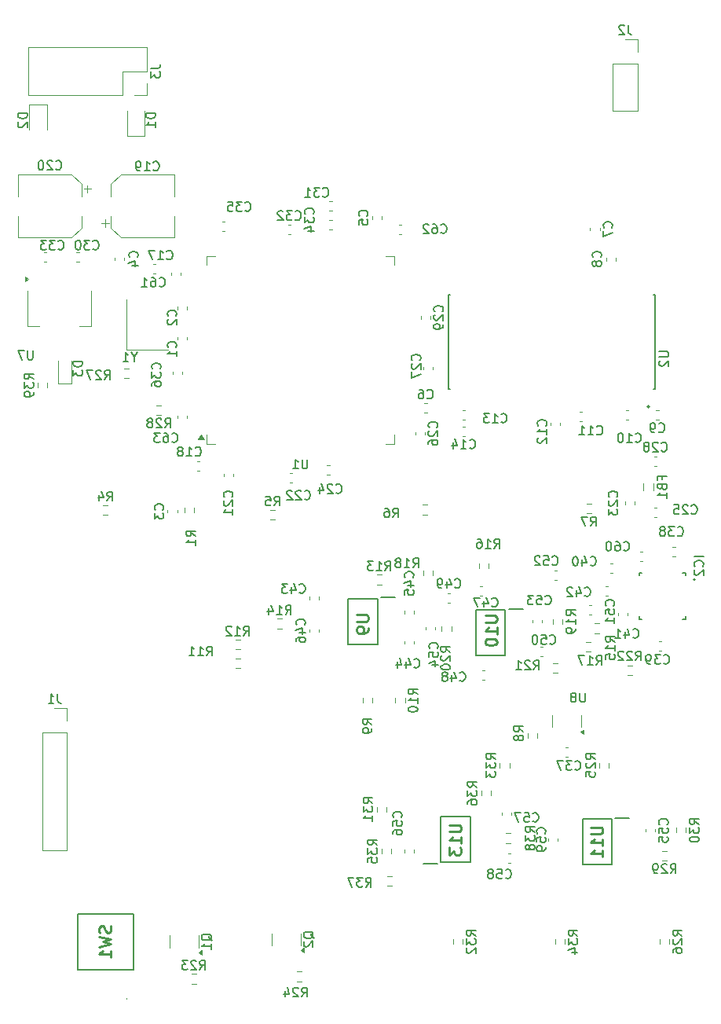
<source format=gbr>
%TF.GenerationSoftware,KiCad,Pcbnew,8.0.8*%
%TF.CreationDate,2025-01-25T01:21:00+01:00*%
%TF.ProjectId,aware01_h7,61776172-6530-4315-9f68-372e6b696361,rev?*%
%TF.SameCoordinates,Original*%
%TF.FileFunction,Legend,Bot*%
%TF.FilePolarity,Positive*%
%FSLAX46Y46*%
G04 Gerber Fmt 4.6, Leading zero omitted, Abs format (unit mm)*
G04 Created by KiCad (PCBNEW 8.0.8) date 2025-01-25 01:21:00*
%MOMM*%
%LPD*%
G01*
G04 APERTURE LIST*
%ADD10C,0.150000*%
%ADD11C,0.254000*%
%ADD12C,0.200000*%
%ADD13C,0.127000*%
%ADD14C,0.120000*%
%ADD15C,0.100000*%
G04 APERTURE END LIST*
D10*
X237454819Y-95273810D02*
X236454819Y-95273810D01*
X237359580Y-96321428D02*
X237407200Y-96273809D01*
X237407200Y-96273809D02*
X237454819Y-96130952D01*
X237454819Y-96130952D02*
X237454819Y-96035714D01*
X237454819Y-96035714D02*
X237407200Y-95892857D01*
X237407200Y-95892857D02*
X237311961Y-95797619D01*
X237311961Y-95797619D02*
X237216723Y-95750000D01*
X237216723Y-95750000D02*
X237026247Y-95702381D01*
X237026247Y-95702381D02*
X236883390Y-95702381D01*
X236883390Y-95702381D02*
X236692914Y-95750000D01*
X236692914Y-95750000D02*
X236597676Y-95797619D01*
X236597676Y-95797619D02*
X236502438Y-95892857D01*
X236502438Y-95892857D02*
X236454819Y-96035714D01*
X236454819Y-96035714D02*
X236454819Y-96130952D01*
X236454819Y-96130952D02*
X236502438Y-96273809D01*
X236502438Y-96273809D02*
X236550057Y-96321428D01*
X236550057Y-96702381D02*
X236502438Y-96750000D01*
X236502438Y-96750000D02*
X236454819Y-96845238D01*
X236454819Y-96845238D02*
X236454819Y-97083333D01*
X236454819Y-97083333D02*
X236502438Y-97178571D01*
X236502438Y-97178571D02*
X236550057Y-97226190D01*
X236550057Y-97226190D02*
X236645295Y-97273809D01*
X236645295Y-97273809D02*
X236740533Y-97273809D01*
X236740533Y-97273809D02*
X236883390Y-97226190D01*
X236883390Y-97226190D02*
X237454819Y-96654762D01*
X237454819Y-96654762D02*
X237454819Y-97273809D01*
X219254819Y-124957142D02*
X218778628Y-124623809D01*
X219254819Y-124385714D02*
X218254819Y-124385714D01*
X218254819Y-124385714D02*
X218254819Y-124766666D01*
X218254819Y-124766666D02*
X218302438Y-124861904D01*
X218302438Y-124861904D02*
X218350057Y-124909523D01*
X218350057Y-124909523D02*
X218445295Y-124957142D01*
X218445295Y-124957142D02*
X218588152Y-124957142D01*
X218588152Y-124957142D02*
X218683390Y-124909523D01*
X218683390Y-124909523D02*
X218731009Y-124861904D01*
X218731009Y-124861904D02*
X218778628Y-124766666D01*
X218778628Y-124766666D02*
X218778628Y-124385714D01*
X218254819Y-125290476D02*
X218254819Y-125909523D01*
X218254819Y-125909523D02*
X218635771Y-125576190D01*
X218635771Y-125576190D02*
X218635771Y-125719047D01*
X218635771Y-125719047D02*
X218683390Y-125814285D01*
X218683390Y-125814285D02*
X218731009Y-125861904D01*
X218731009Y-125861904D02*
X218826247Y-125909523D01*
X218826247Y-125909523D02*
X219064342Y-125909523D01*
X219064342Y-125909523D02*
X219159580Y-125861904D01*
X219159580Y-125861904D02*
X219207200Y-125814285D01*
X219207200Y-125814285D02*
X219254819Y-125719047D01*
X219254819Y-125719047D02*
X219254819Y-125433333D01*
X219254819Y-125433333D02*
X219207200Y-125338095D01*
X219207200Y-125338095D02*
X219159580Y-125290476D01*
X218683390Y-126480952D02*
X218635771Y-126385714D01*
X218635771Y-126385714D02*
X218588152Y-126338095D01*
X218588152Y-126338095D02*
X218492914Y-126290476D01*
X218492914Y-126290476D02*
X218445295Y-126290476D01*
X218445295Y-126290476D02*
X218350057Y-126338095D01*
X218350057Y-126338095D02*
X218302438Y-126385714D01*
X218302438Y-126385714D02*
X218254819Y-126480952D01*
X218254819Y-126480952D02*
X218254819Y-126671428D01*
X218254819Y-126671428D02*
X218302438Y-126766666D01*
X218302438Y-126766666D02*
X218350057Y-126814285D01*
X218350057Y-126814285D02*
X218445295Y-126861904D01*
X218445295Y-126861904D02*
X218492914Y-126861904D01*
X218492914Y-126861904D02*
X218588152Y-126814285D01*
X218588152Y-126814285D02*
X218635771Y-126766666D01*
X218635771Y-126766666D02*
X218683390Y-126671428D01*
X218683390Y-126671428D02*
X218683390Y-126480952D01*
X218683390Y-126480952D02*
X218731009Y-126385714D01*
X218731009Y-126385714D02*
X218778628Y-126338095D01*
X218778628Y-126338095D02*
X218873866Y-126290476D01*
X218873866Y-126290476D02*
X219064342Y-126290476D01*
X219064342Y-126290476D02*
X219159580Y-126338095D01*
X219159580Y-126338095D02*
X219207200Y-126385714D01*
X219207200Y-126385714D02*
X219254819Y-126480952D01*
X219254819Y-126480952D02*
X219254819Y-126671428D01*
X219254819Y-126671428D02*
X219207200Y-126766666D01*
X219207200Y-126766666D02*
X219159580Y-126814285D01*
X219159580Y-126814285D02*
X219064342Y-126861904D01*
X219064342Y-126861904D02*
X218873866Y-126861904D01*
X218873866Y-126861904D02*
X218778628Y-126814285D01*
X218778628Y-126814285D02*
X218731009Y-126766666D01*
X218731009Y-126766666D02*
X218683390Y-126671428D01*
X216117857Y-129859580D02*
X216165476Y-129907200D01*
X216165476Y-129907200D02*
X216308333Y-129954819D01*
X216308333Y-129954819D02*
X216403571Y-129954819D01*
X216403571Y-129954819D02*
X216546428Y-129907200D01*
X216546428Y-129907200D02*
X216641666Y-129811961D01*
X216641666Y-129811961D02*
X216689285Y-129716723D01*
X216689285Y-129716723D02*
X216736904Y-129526247D01*
X216736904Y-129526247D02*
X216736904Y-129383390D01*
X216736904Y-129383390D02*
X216689285Y-129192914D01*
X216689285Y-129192914D02*
X216641666Y-129097676D01*
X216641666Y-129097676D02*
X216546428Y-129002438D01*
X216546428Y-129002438D02*
X216403571Y-128954819D01*
X216403571Y-128954819D02*
X216308333Y-128954819D01*
X216308333Y-128954819D02*
X216165476Y-129002438D01*
X216165476Y-129002438D02*
X216117857Y-129050057D01*
X215213095Y-128954819D02*
X215689285Y-128954819D01*
X215689285Y-128954819D02*
X215736904Y-129431009D01*
X215736904Y-129431009D02*
X215689285Y-129383390D01*
X215689285Y-129383390D02*
X215594047Y-129335771D01*
X215594047Y-129335771D02*
X215355952Y-129335771D01*
X215355952Y-129335771D02*
X215260714Y-129383390D01*
X215260714Y-129383390D02*
X215213095Y-129431009D01*
X215213095Y-129431009D02*
X215165476Y-129526247D01*
X215165476Y-129526247D02*
X215165476Y-129764342D01*
X215165476Y-129764342D02*
X215213095Y-129859580D01*
X215213095Y-129859580D02*
X215260714Y-129907200D01*
X215260714Y-129907200D02*
X215355952Y-129954819D01*
X215355952Y-129954819D02*
X215594047Y-129954819D01*
X215594047Y-129954819D02*
X215689285Y-129907200D01*
X215689285Y-129907200D02*
X215736904Y-129859580D01*
X214594047Y-129383390D02*
X214689285Y-129335771D01*
X214689285Y-129335771D02*
X214736904Y-129288152D01*
X214736904Y-129288152D02*
X214784523Y-129192914D01*
X214784523Y-129192914D02*
X214784523Y-129145295D01*
X214784523Y-129145295D02*
X214736904Y-129050057D01*
X214736904Y-129050057D02*
X214689285Y-129002438D01*
X214689285Y-129002438D02*
X214594047Y-128954819D01*
X214594047Y-128954819D02*
X214403571Y-128954819D01*
X214403571Y-128954819D02*
X214308333Y-129002438D01*
X214308333Y-129002438D02*
X214260714Y-129050057D01*
X214260714Y-129050057D02*
X214213095Y-129145295D01*
X214213095Y-129145295D02*
X214213095Y-129192914D01*
X214213095Y-129192914D02*
X214260714Y-129288152D01*
X214260714Y-129288152D02*
X214308333Y-129335771D01*
X214308333Y-129335771D02*
X214403571Y-129383390D01*
X214403571Y-129383390D02*
X214594047Y-129383390D01*
X214594047Y-129383390D02*
X214689285Y-129431009D01*
X214689285Y-129431009D02*
X214736904Y-129478628D01*
X214736904Y-129478628D02*
X214784523Y-129573866D01*
X214784523Y-129573866D02*
X214784523Y-129764342D01*
X214784523Y-129764342D02*
X214736904Y-129859580D01*
X214736904Y-129859580D02*
X214689285Y-129907200D01*
X214689285Y-129907200D02*
X214594047Y-129954819D01*
X214594047Y-129954819D02*
X214403571Y-129954819D01*
X214403571Y-129954819D02*
X214308333Y-129907200D01*
X214308333Y-129907200D02*
X214260714Y-129859580D01*
X214260714Y-129859580D02*
X214213095Y-129764342D01*
X214213095Y-129764342D02*
X214213095Y-129573866D01*
X214213095Y-129573866D02*
X214260714Y-129478628D01*
X214260714Y-129478628D02*
X214308333Y-129431009D01*
X214308333Y-129431009D02*
X214403571Y-129383390D01*
X183142857Y-139774819D02*
X183476190Y-139298628D01*
X183714285Y-139774819D02*
X183714285Y-138774819D01*
X183714285Y-138774819D02*
X183333333Y-138774819D01*
X183333333Y-138774819D02*
X183238095Y-138822438D01*
X183238095Y-138822438D02*
X183190476Y-138870057D01*
X183190476Y-138870057D02*
X183142857Y-138965295D01*
X183142857Y-138965295D02*
X183142857Y-139108152D01*
X183142857Y-139108152D02*
X183190476Y-139203390D01*
X183190476Y-139203390D02*
X183238095Y-139251009D01*
X183238095Y-139251009D02*
X183333333Y-139298628D01*
X183333333Y-139298628D02*
X183714285Y-139298628D01*
X182761904Y-138870057D02*
X182714285Y-138822438D01*
X182714285Y-138822438D02*
X182619047Y-138774819D01*
X182619047Y-138774819D02*
X182380952Y-138774819D01*
X182380952Y-138774819D02*
X182285714Y-138822438D01*
X182285714Y-138822438D02*
X182238095Y-138870057D01*
X182238095Y-138870057D02*
X182190476Y-138965295D01*
X182190476Y-138965295D02*
X182190476Y-139060533D01*
X182190476Y-139060533D02*
X182238095Y-139203390D01*
X182238095Y-139203390D02*
X182809523Y-139774819D01*
X182809523Y-139774819D02*
X182190476Y-139774819D01*
X181857142Y-138774819D02*
X181238095Y-138774819D01*
X181238095Y-138774819D02*
X181571428Y-139155771D01*
X181571428Y-139155771D02*
X181428571Y-139155771D01*
X181428571Y-139155771D02*
X181333333Y-139203390D01*
X181333333Y-139203390D02*
X181285714Y-139251009D01*
X181285714Y-139251009D02*
X181238095Y-139346247D01*
X181238095Y-139346247D02*
X181238095Y-139584342D01*
X181238095Y-139584342D02*
X181285714Y-139679580D01*
X181285714Y-139679580D02*
X181333333Y-139727200D01*
X181333333Y-139727200D02*
X181428571Y-139774819D01*
X181428571Y-139774819D02*
X181714285Y-139774819D01*
X181714285Y-139774819D02*
X181809523Y-139727200D01*
X181809523Y-139727200D02*
X181857142Y-139679580D01*
X227539580Y-59833333D02*
X227587200Y-59785714D01*
X227587200Y-59785714D02*
X227634819Y-59642857D01*
X227634819Y-59642857D02*
X227634819Y-59547619D01*
X227634819Y-59547619D02*
X227587200Y-59404762D01*
X227587200Y-59404762D02*
X227491961Y-59309524D01*
X227491961Y-59309524D02*
X227396723Y-59261905D01*
X227396723Y-59261905D02*
X227206247Y-59214286D01*
X227206247Y-59214286D02*
X227063390Y-59214286D01*
X227063390Y-59214286D02*
X226872914Y-59261905D01*
X226872914Y-59261905D02*
X226777676Y-59309524D01*
X226777676Y-59309524D02*
X226682438Y-59404762D01*
X226682438Y-59404762D02*
X226634819Y-59547619D01*
X226634819Y-59547619D02*
X226634819Y-59642857D01*
X226634819Y-59642857D02*
X226682438Y-59785714D01*
X226682438Y-59785714D02*
X226730057Y-59833333D01*
X226634819Y-60166667D02*
X226634819Y-60833333D01*
X226634819Y-60833333D02*
X227634819Y-60404762D01*
X207666666Y-78179580D02*
X207714285Y-78227200D01*
X207714285Y-78227200D02*
X207857142Y-78274819D01*
X207857142Y-78274819D02*
X207952380Y-78274819D01*
X207952380Y-78274819D02*
X208095237Y-78227200D01*
X208095237Y-78227200D02*
X208190475Y-78131961D01*
X208190475Y-78131961D02*
X208238094Y-78036723D01*
X208238094Y-78036723D02*
X208285713Y-77846247D01*
X208285713Y-77846247D02*
X208285713Y-77703390D01*
X208285713Y-77703390D02*
X208238094Y-77512914D01*
X208238094Y-77512914D02*
X208190475Y-77417676D01*
X208190475Y-77417676D02*
X208095237Y-77322438D01*
X208095237Y-77322438D02*
X207952380Y-77274819D01*
X207952380Y-77274819D02*
X207857142Y-77274819D01*
X207857142Y-77274819D02*
X207714285Y-77322438D01*
X207714285Y-77322438D02*
X207666666Y-77370057D01*
X206809523Y-77274819D02*
X206999999Y-77274819D01*
X206999999Y-77274819D02*
X207095237Y-77322438D01*
X207095237Y-77322438D02*
X207142856Y-77370057D01*
X207142856Y-77370057D02*
X207238094Y-77512914D01*
X207238094Y-77512914D02*
X207285713Y-77703390D01*
X207285713Y-77703390D02*
X207285713Y-78084342D01*
X207285713Y-78084342D02*
X207238094Y-78179580D01*
X207238094Y-78179580D02*
X207190475Y-78227200D01*
X207190475Y-78227200D02*
X207095237Y-78274819D01*
X207095237Y-78274819D02*
X206904761Y-78274819D01*
X206904761Y-78274819D02*
X206809523Y-78227200D01*
X206809523Y-78227200D02*
X206761904Y-78179580D01*
X206761904Y-78179580D02*
X206714285Y-78084342D01*
X206714285Y-78084342D02*
X206714285Y-77846247D01*
X206714285Y-77846247D02*
X206761904Y-77751009D01*
X206761904Y-77751009D02*
X206809523Y-77703390D01*
X206809523Y-77703390D02*
X206904761Y-77655771D01*
X206904761Y-77655771D02*
X207095237Y-77655771D01*
X207095237Y-77655771D02*
X207190475Y-77703390D01*
X207190475Y-77703390D02*
X207238094Y-77751009D01*
X207238094Y-77751009D02*
X207285713Y-77846247D01*
X223884819Y-136107142D02*
X223408628Y-135773809D01*
X223884819Y-135535714D02*
X222884819Y-135535714D01*
X222884819Y-135535714D02*
X222884819Y-135916666D01*
X222884819Y-135916666D02*
X222932438Y-136011904D01*
X222932438Y-136011904D02*
X222980057Y-136059523D01*
X222980057Y-136059523D02*
X223075295Y-136107142D01*
X223075295Y-136107142D02*
X223218152Y-136107142D01*
X223218152Y-136107142D02*
X223313390Y-136059523D01*
X223313390Y-136059523D02*
X223361009Y-136011904D01*
X223361009Y-136011904D02*
X223408628Y-135916666D01*
X223408628Y-135916666D02*
X223408628Y-135535714D01*
X222884819Y-136440476D02*
X222884819Y-137059523D01*
X222884819Y-137059523D02*
X223265771Y-136726190D01*
X223265771Y-136726190D02*
X223265771Y-136869047D01*
X223265771Y-136869047D02*
X223313390Y-136964285D01*
X223313390Y-136964285D02*
X223361009Y-137011904D01*
X223361009Y-137011904D02*
X223456247Y-137059523D01*
X223456247Y-137059523D02*
X223694342Y-137059523D01*
X223694342Y-137059523D02*
X223789580Y-137011904D01*
X223789580Y-137011904D02*
X223837200Y-136964285D01*
X223837200Y-136964285D02*
X223884819Y-136869047D01*
X223884819Y-136869047D02*
X223884819Y-136583333D01*
X223884819Y-136583333D02*
X223837200Y-136488095D01*
X223837200Y-136488095D02*
X223789580Y-136440476D01*
X223218152Y-137916666D02*
X223884819Y-137916666D01*
X222837200Y-137678571D02*
X223551485Y-137440476D01*
X223551485Y-137440476D02*
X223551485Y-138059523D01*
X229333333Y-37999819D02*
X229333333Y-38714104D01*
X229333333Y-38714104D02*
X229380952Y-38856961D01*
X229380952Y-38856961D02*
X229476190Y-38952200D01*
X229476190Y-38952200D02*
X229619047Y-38999819D01*
X229619047Y-38999819D02*
X229714285Y-38999819D01*
X228904761Y-38095057D02*
X228857142Y-38047438D01*
X228857142Y-38047438D02*
X228761904Y-37999819D01*
X228761904Y-37999819D02*
X228523809Y-37999819D01*
X228523809Y-37999819D02*
X228428571Y-38047438D01*
X228428571Y-38047438D02*
X228380952Y-38095057D01*
X228380952Y-38095057D02*
X228333333Y-38190295D01*
X228333333Y-38190295D02*
X228333333Y-38285533D01*
X228333333Y-38285533D02*
X228380952Y-38428390D01*
X228380952Y-38428390D02*
X228952380Y-38999819D01*
X228952380Y-38999819D02*
X228333333Y-38999819D01*
X201042857Y-130854819D02*
X201376190Y-130378628D01*
X201614285Y-130854819D02*
X201614285Y-129854819D01*
X201614285Y-129854819D02*
X201233333Y-129854819D01*
X201233333Y-129854819D02*
X201138095Y-129902438D01*
X201138095Y-129902438D02*
X201090476Y-129950057D01*
X201090476Y-129950057D02*
X201042857Y-130045295D01*
X201042857Y-130045295D02*
X201042857Y-130188152D01*
X201042857Y-130188152D02*
X201090476Y-130283390D01*
X201090476Y-130283390D02*
X201138095Y-130331009D01*
X201138095Y-130331009D02*
X201233333Y-130378628D01*
X201233333Y-130378628D02*
X201614285Y-130378628D01*
X200709523Y-129854819D02*
X200090476Y-129854819D01*
X200090476Y-129854819D02*
X200423809Y-130235771D01*
X200423809Y-130235771D02*
X200280952Y-130235771D01*
X200280952Y-130235771D02*
X200185714Y-130283390D01*
X200185714Y-130283390D02*
X200138095Y-130331009D01*
X200138095Y-130331009D02*
X200090476Y-130426247D01*
X200090476Y-130426247D02*
X200090476Y-130664342D01*
X200090476Y-130664342D02*
X200138095Y-130759580D01*
X200138095Y-130759580D02*
X200185714Y-130807200D01*
X200185714Y-130807200D02*
X200280952Y-130854819D01*
X200280952Y-130854819D02*
X200566666Y-130854819D01*
X200566666Y-130854819D02*
X200661904Y-130807200D01*
X200661904Y-130807200D02*
X200709523Y-130759580D01*
X199757142Y-129854819D02*
X199090476Y-129854819D01*
X199090476Y-129854819D02*
X199519047Y-130854819D01*
X226359580Y-63033333D02*
X226407200Y-62985714D01*
X226407200Y-62985714D02*
X226454819Y-62842857D01*
X226454819Y-62842857D02*
X226454819Y-62747619D01*
X226454819Y-62747619D02*
X226407200Y-62604762D01*
X226407200Y-62604762D02*
X226311961Y-62509524D01*
X226311961Y-62509524D02*
X226216723Y-62461905D01*
X226216723Y-62461905D02*
X226026247Y-62414286D01*
X226026247Y-62414286D02*
X225883390Y-62414286D01*
X225883390Y-62414286D02*
X225692914Y-62461905D01*
X225692914Y-62461905D02*
X225597676Y-62509524D01*
X225597676Y-62509524D02*
X225502438Y-62604762D01*
X225502438Y-62604762D02*
X225454819Y-62747619D01*
X225454819Y-62747619D02*
X225454819Y-62842857D01*
X225454819Y-62842857D02*
X225502438Y-62985714D01*
X225502438Y-62985714D02*
X225550057Y-63033333D01*
X225883390Y-63604762D02*
X225835771Y-63509524D01*
X225835771Y-63509524D02*
X225788152Y-63461905D01*
X225788152Y-63461905D02*
X225692914Y-63414286D01*
X225692914Y-63414286D02*
X225645295Y-63414286D01*
X225645295Y-63414286D02*
X225550057Y-63461905D01*
X225550057Y-63461905D02*
X225502438Y-63509524D01*
X225502438Y-63509524D02*
X225454819Y-63604762D01*
X225454819Y-63604762D02*
X225454819Y-63795238D01*
X225454819Y-63795238D02*
X225502438Y-63890476D01*
X225502438Y-63890476D02*
X225550057Y-63938095D01*
X225550057Y-63938095D02*
X225645295Y-63985714D01*
X225645295Y-63985714D02*
X225692914Y-63985714D01*
X225692914Y-63985714D02*
X225788152Y-63938095D01*
X225788152Y-63938095D02*
X225835771Y-63890476D01*
X225835771Y-63890476D02*
X225883390Y-63795238D01*
X225883390Y-63795238D02*
X225883390Y-63604762D01*
X225883390Y-63604762D02*
X225931009Y-63509524D01*
X225931009Y-63509524D02*
X225978628Y-63461905D01*
X225978628Y-63461905D02*
X226073866Y-63414286D01*
X226073866Y-63414286D02*
X226264342Y-63414286D01*
X226264342Y-63414286D02*
X226359580Y-63461905D01*
X226359580Y-63461905D02*
X226407200Y-63509524D01*
X226407200Y-63509524D02*
X226454819Y-63604762D01*
X226454819Y-63604762D02*
X226454819Y-63795238D01*
X226454819Y-63795238D02*
X226407200Y-63890476D01*
X226407200Y-63890476D02*
X226359580Y-63938095D01*
X226359580Y-63938095D02*
X226264342Y-63985714D01*
X226264342Y-63985714D02*
X226073866Y-63985714D01*
X226073866Y-63985714D02*
X225978628Y-63938095D01*
X225978628Y-63938095D02*
X225931009Y-63890476D01*
X225931009Y-63890476D02*
X225883390Y-63795238D01*
X165224819Y-76157142D02*
X164748628Y-75823809D01*
X165224819Y-75585714D02*
X164224819Y-75585714D01*
X164224819Y-75585714D02*
X164224819Y-75966666D01*
X164224819Y-75966666D02*
X164272438Y-76061904D01*
X164272438Y-76061904D02*
X164320057Y-76109523D01*
X164320057Y-76109523D02*
X164415295Y-76157142D01*
X164415295Y-76157142D02*
X164558152Y-76157142D01*
X164558152Y-76157142D02*
X164653390Y-76109523D01*
X164653390Y-76109523D02*
X164701009Y-76061904D01*
X164701009Y-76061904D02*
X164748628Y-75966666D01*
X164748628Y-75966666D02*
X164748628Y-75585714D01*
X164224819Y-76490476D02*
X164224819Y-77109523D01*
X164224819Y-77109523D02*
X164605771Y-76776190D01*
X164605771Y-76776190D02*
X164605771Y-76919047D01*
X164605771Y-76919047D02*
X164653390Y-77014285D01*
X164653390Y-77014285D02*
X164701009Y-77061904D01*
X164701009Y-77061904D02*
X164796247Y-77109523D01*
X164796247Y-77109523D02*
X165034342Y-77109523D01*
X165034342Y-77109523D02*
X165129580Y-77061904D01*
X165129580Y-77061904D02*
X165177200Y-77014285D01*
X165177200Y-77014285D02*
X165224819Y-76919047D01*
X165224819Y-76919047D02*
X165224819Y-76633333D01*
X165224819Y-76633333D02*
X165177200Y-76538095D01*
X165177200Y-76538095D02*
X165129580Y-76490476D01*
X165224819Y-77585714D02*
X165224819Y-77776190D01*
X165224819Y-77776190D02*
X165177200Y-77871428D01*
X165177200Y-77871428D02*
X165129580Y-77919047D01*
X165129580Y-77919047D02*
X164986723Y-78014285D01*
X164986723Y-78014285D02*
X164796247Y-78061904D01*
X164796247Y-78061904D02*
X164415295Y-78061904D01*
X164415295Y-78061904D02*
X164320057Y-78014285D01*
X164320057Y-78014285D02*
X164272438Y-77966666D01*
X164272438Y-77966666D02*
X164224819Y-77871428D01*
X164224819Y-77871428D02*
X164224819Y-77680952D01*
X164224819Y-77680952D02*
X164272438Y-77585714D01*
X164272438Y-77585714D02*
X164320057Y-77538095D01*
X164320057Y-77538095D02*
X164415295Y-77490476D01*
X164415295Y-77490476D02*
X164653390Y-77490476D01*
X164653390Y-77490476D02*
X164748628Y-77538095D01*
X164748628Y-77538095D02*
X164796247Y-77585714D01*
X164796247Y-77585714D02*
X164843866Y-77680952D01*
X164843866Y-77680952D02*
X164843866Y-77871428D01*
X164843866Y-77871428D02*
X164796247Y-77966666D01*
X164796247Y-77966666D02*
X164748628Y-78014285D01*
X164748628Y-78014285D02*
X164653390Y-78061904D01*
X228842857Y-94559580D02*
X228890476Y-94607200D01*
X228890476Y-94607200D02*
X229033333Y-94654819D01*
X229033333Y-94654819D02*
X229128571Y-94654819D01*
X229128571Y-94654819D02*
X229271428Y-94607200D01*
X229271428Y-94607200D02*
X229366666Y-94511961D01*
X229366666Y-94511961D02*
X229414285Y-94416723D01*
X229414285Y-94416723D02*
X229461904Y-94226247D01*
X229461904Y-94226247D02*
X229461904Y-94083390D01*
X229461904Y-94083390D02*
X229414285Y-93892914D01*
X229414285Y-93892914D02*
X229366666Y-93797676D01*
X229366666Y-93797676D02*
X229271428Y-93702438D01*
X229271428Y-93702438D02*
X229128571Y-93654819D01*
X229128571Y-93654819D02*
X229033333Y-93654819D01*
X229033333Y-93654819D02*
X228890476Y-93702438D01*
X228890476Y-93702438D02*
X228842857Y-93750057D01*
X227985714Y-93654819D02*
X228176190Y-93654819D01*
X228176190Y-93654819D02*
X228271428Y-93702438D01*
X228271428Y-93702438D02*
X228319047Y-93750057D01*
X228319047Y-93750057D02*
X228414285Y-93892914D01*
X228414285Y-93892914D02*
X228461904Y-94083390D01*
X228461904Y-94083390D02*
X228461904Y-94464342D01*
X228461904Y-94464342D02*
X228414285Y-94559580D01*
X228414285Y-94559580D02*
X228366666Y-94607200D01*
X228366666Y-94607200D02*
X228271428Y-94654819D01*
X228271428Y-94654819D02*
X228080952Y-94654819D01*
X228080952Y-94654819D02*
X227985714Y-94607200D01*
X227985714Y-94607200D02*
X227938095Y-94559580D01*
X227938095Y-94559580D02*
X227890476Y-94464342D01*
X227890476Y-94464342D02*
X227890476Y-94226247D01*
X227890476Y-94226247D02*
X227938095Y-94131009D01*
X227938095Y-94131009D02*
X227985714Y-94083390D01*
X227985714Y-94083390D02*
X228080952Y-94035771D01*
X228080952Y-94035771D02*
X228271428Y-94035771D01*
X228271428Y-94035771D02*
X228366666Y-94083390D01*
X228366666Y-94083390D02*
X228414285Y-94131009D01*
X228414285Y-94131009D02*
X228461904Y-94226247D01*
X227271428Y-93654819D02*
X227176190Y-93654819D01*
X227176190Y-93654819D02*
X227080952Y-93702438D01*
X227080952Y-93702438D02*
X227033333Y-93750057D01*
X227033333Y-93750057D02*
X226985714Y-93845295D01*
X226985714Y-93845295D02*
X226938095Y-94035771D01*
X226938095Y-94035771D02*
X226938095Y-94273866D01*
X226938095Y-94273866D02*
X226985714Y-94464342D01*
X226985714Y-94464342D02*
X227033333Y-94559580D01*
X227033333Y-94559580D02*
X227080952Y-94607200D01*
X227080952Y-94607200D02*
X227176190Y-94654819D01*
X227176190Y-94654819D02*
X227271428Y-94654819D01*
X227271428Y-94654819D02*
X227366666Y-94607200D01*
X227366666Y-94607200D02*
X227414285Y-94559580D01*
X227414285Y-94559580D02*
X227461904Y-94464342D01*
X227461904Y-94464342D02*
X227509523Y-94273866D01*
X227509523Y-94273866D02*
X227509523Y-94035771D01*
X227509523Y-94035771D02*
X227461904Y-93845295D01*
X227461904Y-93845295D02*
X227414285Y-93750057D01*
X227414285Y-93750057D02*
X227366666Y-93702438D01*
X227366666Y-93702438D02*
X227271428Y-93654819D01*
X235134819Y-136107142D02*
X234658628Y-135773809D01*
X235134819Y-135535714D02*
X234134819Y-135535714D01*
X234134819Y-135535714D02*
X234134819Y-135916666D01*
X234134819Y-135916666D02*
X234182438Y-136011904D01*
X234182438Y-136011904D02*
X234230057Y-136059523D01*
X234230057Y-136059523D02*
X234325295Y-136107142D01*
X234325295Y-136107142D02*
X234468152Y-136107142D01*
X234468152Y-136107142D02*
X234563390Y-136059523D01*
X234563390Y-136059523D02*
X234611009Y-136011904D01*
X234611009Y-136011904D02*
X234658628Y-135916666D01*
X234658628Y-135916666D02*
X234658628Y-135535714D01*
X234230057Y-136488095D02*
X234182438Y-136535714D01*
X234182438Y-136535714D02*
X234134819Y-136630952D01*
X234134819Y-136630952D02*
X234134819Y-136869047D01*
X234134819Y-136869047D02*
X234182438Y-136964285D01*
X234182438Y-136964285D02*
X234230057Y-137011904D01*
X234230057Y-137011904D02*
X234325295Y-137059523D01*
X234325295Y-137059523D02*
X234420533Y-137059523D01*
X234420533Y-137059523D02*
X234563390Y-137011904D01*
X234563390Y-137011904D02*
X235134819Y-136440476D01*
X235134819Y-136440476D02*
X235134819Y-137059523D01*
X234134819Y-137916666D02*
X234134819Y-137726190D01*
X234134819Y-137726190D02*
X234182438Y-137630952D01*
X234182438Y-137630952D02*
X234230057Y-137583333D01*
X234230057Y-137583333D02*
X234372914Y-137488095D01*
X234372914Y-137488095D02*
X234563390Y-137440476D01*
X234563390Y-137440476D02*
X234944342Y-137440476D01*
X234944342Y-137440476D02*
X235039580Y-137488095D01*
X235039580Y-137488095D02*
X235087200Y-137535714D01*
X235087200Y-137535714D02*
X235134819Y-137630952D01*
X235134819Y-137630952D02*
X235134819Y-137821428D01*
X235134819Y-137821428D02*
X235087200Y-137916666D01*
X235087200Y-137916666D02*
X235039580Y-137964285D01*
X235039580Y-137964285D02*
X234944342Y-138011904D01*
X234944342Y-138011904D02*
X234706247Y-138011904D01*
X234706247Y-138011904D02*
X234611009Y-137964285D01*
X234611009Y-137964285D02*
X234563390Y-137916666D01*
X234563390Y-137916666D02*
X234515771Y-137821428D01*
X234515771Y-137821428D02*
X234515771Y-137630952D01*
X234515771Y-137630952D02*
X234563390Y-137535714D01*
X234563390Y-137535714D02*
X234611009Y-137488095D01*
X234611009Y-137488095D02*
X234706247Y-137440476D01*
X225774819Y-117107142D02*
X225298628Y-116773809D01*
X225774819Y-116535714D02*
X224774819Y-116535714D01*
X224774819Y-116535714D02*
X224774819Y-116916666D01*
X224774819Y-116916666D02*
X224822438Y-117011904D01*
X224822438Y-117011904D02*
X224870057Y-117059523D01*
X224870057Y-117059523D02*
X224965295Y-117107142D01*
X224965295Y-117107142D02*
X225108152Y-117107142D01*
X225108152Y-117107142D02*
X225203390Y-117059523D01*
X225203390Y-117059523D02*
X225251009Y-117011904D01*
X225251009Y-117011904D02*
X225298628Y-116916666D01*
X225298628Y-116916666D02*
X225298628Y-116535714D01*
X224870057Y-117488095D02*
X224822438Y-117535714D01*
X224822438Y-117535714D02*
X224774819Y-117630952D01*
X224774819Y-117630952D02*
X224774819Y-117869047D01*
X224774819Y-117869047D02*
X224822438Y-117964285D01*
X224822438Y-117964285D02*
X224870057Y-118011904D01*
X224870057Y-118011904D02*
X224965295Y-118059523D01*
X224965295Y-118059523D02*
X225060533Y-118059523D01*
X225060533Y-118059523D02*
X225203390Y-118011904D01*
X225203390Y-118011904D02*
X225774819Y-117440476D01*
X225774819Y-117440476D02*
X225774819Y-118059523D01*
X224774819Y-118964285D02*
X224774819Y-118488095D01*
X224774819Y-118488095D02*
X225251009Y-118440476D01*
X225251009Y-118440476D02*
X225203390Y-118488095D01*
X225203390Y-118488095D02*
X225155771Y-118583333D01*
X225155771Y-118583333D02*
X225155771Y-118821428D01*
X225155771Y-118821428D02*
X225203390Y-118916666D01*
X225203390Y-118916666D02*
X225251009Y-118964285D01*
X225251009Y-118964285D02*
X225346247Y-119011904D01*
X225346247Y-119011904D02*
X225584342Y-119011904D01*
X225584342Y-119011904D02*
X225679580Y-118964285D01*
X225679580Y-118964285D02*
X225727200Y-118916666D01*
X225727200Y-118916666D02*
X225774819Y-118821428D01*
X225774819Y-118821428D02*
X225774819Y-118583333D01*
X225774819Y-118583333D02*
X225727200Y-118488095D01*
X225727200Y-118488095D02*
X225679580Y-118440476D01*
X180559580Y-72733333D02*
X180607200Y-72685714D01*
X180607200Y-72685714D02*
X180654819Y-72542857D01*
X180654819Y-72542857D02*
X180654819Y-72447619D01*
X180654819Y-72447619D02*
X180607200Y-72304762D01*
X180607200Y-72304762D02*
X180511961Y-72209524D01*
X180511961Y-72209524D02*
X180416723Y-72161905D01*
X180416723Y-72161905D02*
X180226247Y-72114286D01*
X180226247Y-72114286D02*
X180083390Y-72114286D01*
X180083390Y-72114286D02*
X179892914Y-72161905D01*
X179892914Y-72161905D02*
X179797676Y-72209524D01*
X179797676Y-72209524D02*
X179702438Y-72304762D01*
X179702438Y-72304762D02*
X179654819Y-72447619D01*
X179654819Y-72447619D02*
X179654819Y-72542857D01*
X179654819Y-72542857D02*
X179702438Y-72685714D01*
X179702438Y-72685714D02*
X179750057Y-72733333D01*
X180654819Y-73685714D02*
X180654819Y-73114286D01*
X180654819Y-73400000D02*
X179654819Y-73400000D01*
X179654819Y-73400000D02*
X179797676Y-73304762D01*
X179797676Y-73304762D02*
X179892914Y-73209524D01*
X179892914Y-73209524D02*
X179940533Y-73114286D01*
D11*
X210054318Y-124177618D02*
X211082413Y-124177618D01*
X211082413Y-124177618D02*
X211203365Y-124238095D01*
X211203365Y-124238095D02*
X211263842Y-124298571D01*
X211263842Y-124298571D02*
X211324318Y-124419523D01*
X211324318Y-124419523D02*
X211324318Y-124661428D01*
X211324318Y-124661428D02*
X211263842Y-124782380D01*
X211263842Y-124782380D02*
X211203365Y-124842857D01*
X211203365Y-124842857D02*
X211082413Y-124903333D01*
X211082413Y-124903333D02*
X210054318Y-124903333D01*
X211324318Y-126173333D02*
X211324318Y-125447618D01*
X211324318Y-125810475D02*
X210054318Y-125810475D01*
X210054318Y-125810475D02*
X210235746Y-125689523D01*
X210235746Y-125689523D02*
X210356699Y-125568571D01*
X210356699Y-125568571D02*
X210417175Y-125447618D01*
X210054318Y-126596666D02*
X210054318Y-127382857D01*
X210054318Y-127382857D02*
X210538127Y-126959523D01*
X210538127Y-126959523D02*
X210538127Y-127140952D01*
X210538127Y-127140952D02*
X210598603Y-127261904D01*
X210598603Y-127261904D02*
X210659080Y-127322380D01*
X210659080Y-127322380D02*
X210780032Y-127382857D01*
X210780032Y-127382857D02*
X211082413Y-127382857D01*
X211082413Y-127382857D02*
X211203365Y-127322380D01*
X211203365Y-127322380D02*
X211263842Y-127261904D01*
X211263842Y-127261904D02*
X211324318Y-127140952D01*
X211324318Y-127140952D02*
X211324318Y-126778095D01*
X211324318Y-126778095D02*
X211263842Y-126657142D01*
X211263842Y-126657142D02*
X211203365Y-126596666D01*
D10*
X208759580Y-105157142D02*
X208807200Y-105109523D01*
X208807200Y-105109523D02*
X208854819Y-104966666D01*
X208854819Y-104966666D02*
X208854819Y-104871428D01*
X208854819Y-104871428D02*
X208807200Y-104728571D01*
X208807200Y-104728571D02*
X208711961Y-104633333D01*
X208711961Y-104633333D02*
X208616723Y-104585714D01*
X208616723Y-104585714D02*
X208426247Y-104538095D01*
X208426247Y-104538095D02*
X208283390Y-104538095D01*
X208283390Y-104538095D02*
X208092914Y-104585714D01*
X208092914Y-104585714D02*
X207997676Y-104633333D01*
X207997676Y-104633333D02*
X207902438Y-104728571D01*
X207902438Y-104728571D02*
X207854819Y-104871428D01*
X207854819Y-104871428D02*
X207854819Y-104966666D01*
X207854819Y-104966666D02*
X207902438Y-105109523D01*
X207902438Y-105109523D02*
X207950057Y-105157142D01*
X207854819Y-106061904D02*
X207854819Y-105585714D01*
X207854819Y-105585714D02*
X208331009Y-105538095D01*
X208331009Y-105538095D02*
X208283390Y-105585714D01*
X208283390Y-105585714D02*
X208235771Y-105680952D01*
X208235771Y-105680952D02*
X208235771Y-105919047D01*
X208235771Y-105919047D02*
X208283390Y-106014285D01*
X208283390Y-106014285D02*
X208331009Y-106061904D01*
X208331009Y-106061904D02*
X208426247Y-106109523D01*
X208426247Y-106109523D02*
X208664342Y-106109523D01*
X208664342Y-106109523D02*
X208759580Y-106061904D01*
X208759580Y-106061904D02*
X208807200Y-106014285D01*
X208807200Y-106014285D02*
X208854819Y-105919047D01*
X208854819Y-105919047D02*
X208854819Y-105680952D01*
X208854819Y-105680952D02*
X208807200Y-105585714D01*
X208807200Y-105585714D02*
X208759580Y-105538095D01*
X208188152Y-106966666D02*
X208854819Y-106966666D01*
X207807200Y-106728571D02*
X208521485Y-106490476D01*
X208521485Y-106490476D02*
X208521485Y-107109523D01*
X233892857Y-129384819D02*
X234226190Y-128908628D01*
X234464285Y-129384819D02*
X234464285Y-128384819D01*
X234464285Y-128384819D02*
X234083333Y-128384819D01*
X234083333Y-128384819D02*
X233988095Y-128432438D01*
X233988095Y-128432438D02*
X233940476Y-128480057D01*
X233940476Y-128480057D02*
X233892857Y-128575295D01*
X233892857Y-128575295D02*
X233892857Y-128718152D01*
X233892857Y-128718152D02*
X233940476Y-128813390D01*
X233940476Y-128813390D02*
X233988095Y-128861009D01*
X233988095Y-128861009D02*
X234083333Y-128908628D01*
X234083333Y-128908628D02*
X234464285Y-128908628D01*
X233511904Y-128480057D02*
X233464285Y-128432438D01*
X233464285Y-128432438D02*
X233369047Y-128384819D01*
X233369047Y-128384819D02*
X233130952Y-128384819D01*
X233130952Y-128384819D02*
X233035714Y-128432438D01*
X233035714Y-128432438D02*
X232988095Y-128480057D01*
X232988095Y-128480057D02*
X232940476Y-128575295D01*
X232940476Y-128575295D02*
X232940476Y-128670533D01*
X232940476Y-128670533D02*
X232988095Y-128813390D01*
X232988095Y-128813390D02*
X233559523Y-129384819D01*
X233559523Y-129384819D02*
X232940476Y-129384819D01*
X232464285Y-129384819D02*
X232273809Y-129384819D01*
X232273809Y-129384819D02*
X232178571Y-129337200D01*
X232178571Y-129337200D02*
X232130952Y-129289580D01*
X232130952Y-129289580D02*
X232035714Y-129146723D01*
X232035714Y-129146723D02*
X231988095Y-128956247D01*
X231988095Y-128956247D02*
X231988095Y-128575295D01*
X231988095Y-128575295D02*
X232035714Y-128480057D01*
X232035714Y-128480057D02*
X232083333Y-128432438D01*
X232083333Y-128432438D02*
X232178571Y-128384819D01*
X232178571Y-128384819D02*
X232369047Y-128384819D01*
X232369047Y-128384819D02*
X232464285Y-128432438D01*
X232464285Y-128432438D02*
X232511904Y-128480057D01*
X232511904Y-128480057D02*
X232559523Y-128575295D01*
X232559523Y-128575295D02*
X232559523Y-128813390D01*
X232559523Y-128813390D02*
X232511904Y-128908628D01*
X232511904Y-128908628D02*
X232464285Y-128956247D01*
X232464285Y-128956247D02*
X232369047Y-129003866D01*
X232369047Y-129003866D02*
X232178571Y-129003866D01*
X232178571Y-129003866D02*
X232083333Y-128956247D01*
X232083333Y-128956247D02*
X232035714Y-128908628D01*
X232035714Y-128908628D02*
X231988095Y-128813390D01*
X178859580Y-75057142D02*
X178907200Y-75009523D01*
X178907200Y-75009523D02*
X178954819Y-74866666D01*
X178954819Y-74866666D02*
X178954819Y-74771428D01*
X178954819Y-74771428D02*
X178907200Y-74628571D01*
X178907200Y-74628571D02*
X178811961Y-74533333D01*
X178811961Y-74533333D02*
X178716723Y-74485714D01*
X178716723Y-74485714D02*
X178526247Y-74438095D01*
X178526247Y-74438095D02*
X178383390Y-74438095D01*
X178383390Y-74438095D02*
X178192914Y-74485714D01*
X178192914Y-74485714D02*
X178097676Y-74533333D01*
X178097676Y-74533333D02*
X178002438Y-74628571D01*
X178002438Y-74628571D02*
X177954819Y-74771428D01*
X177954819Y-74771428D02*
X177954819Y-74866666D01*
X177954819Y-74866666D02*
X178002438Y-75009523D01*
X178002438Y-75009523D02*
X178050057Y-75057142D01*
X177954819Y-75390476D02*
X177954819Y-76009523D01*
X177954819Y-76009523D02*
X178335771Y-75676190D01*
X178335771Y-75676190D02*
X178335771Y-75819047D01*
X178335771Y-75819047D02*
X178383390Y-75914285D01*
X178383390Y-75914285D02*
X178431009Y-75961904D01*
X178431009Y-75961904D02*
X178526247Y-76009523D01*
X178526247Y-76009523D02*
X178764342Y-76009523D01*
X178764342Y-76009523D02*
X178859580Y-75961904D01*
X178859580Y-75961904D02*
X178907200Y-75914285D01*
X178907200Y-75914285D02*
X178954819Y-75819047D01*
X178954819Y-75819047D02*
X178954819Y-75533333D01*
X178954819Y-75533333D02*
X178907200Y-75438095D01*
X178907200Y-75438095D02*
X178859580Y-75390476D01*
X177954819Y-76866666D02*
X177954819Y-76676190D01*
X177954819Y-76676190D02*
X178002438Y-76580952D01*
X178002438Y-76580952D02*
X178050057Y-76533333D01*
X178050057Y-76533333D02*
X178192914Y-76438095D01*
X178192914Y-76438095D02*
X178383390Y-76390476D01*
X178383390Y-76390476D02*
X178764342Y-76390476D01*
X178764342Y-76390476D02*
X178859580Y-76438095D01*
X178859580Y-76438095D02*
X178907200Y-76485714D01*
X178907200Y-76485714D02*
X178954819Y-76580952D01*
X178954819Y-76580952D02*
X178954819Y-76771428D01*
X178954819Y-76771428D02*
X178907200Y-76866666D01*
X178907200Y-76866666D02*
X178859580Y-76914285D01*
X178859580Y-76914285D02*
X178764342Y-76961904D01*
X178764342Y-76961904D02*
X178526247Y-76961904D01*
X178526247Y-76961904D02*
X178431009Y-76914285D01*
X178431009Y-76914285D02*
X178383390Y-76866666D01*
X178383390Y-76866666D02*
X178335771Y-76771428D01*
X178335771Y-76771428D02*
X178335771Y-76580952D01*
X178335771Y-76580952D02*
X178383390Y-76485714D01*
X178383390Y-76485714D02*
X178431009Y-76438095D01*
X178431009Y-76438095D02*
X178526247Y-76390476D01*
X234642857Y-92959580D02*
X234690476Y-93007200D01*
X234690476Y-93007200D02*
X234833333Y-93054819D01*
X234833333Y-93054819D02*
X234928571Y-93054819D01*
X234928571Y-93054819D02*
X235071428Y-93007200D01*
X235071428Y-93007200D02*
X235166666Y-92911961D01*
X235166666Y-92911961D02*
X235214285Y-92816723D01*
X235214285Y-92816723D02*
X235261904Y-92626247D01*
X235261904Y-92626247D02*
X235261904Y-92483390D01*
X235261904Y-92483390D02*
X235214285Y-92292914D01*
X235214285Y-92292914D02*
X235166666Y-92197676D01*
X235166666Y-92197676D02*
X235071428Y-92102438D01*
X235071428Y-92102438D02*
X234928571Y-92054819D01*
X234928571Y-92054819D02*
X234833333Y-92054819D01*
X234833333Y-92054819D02*
X234690476Y-92102438D01*
X234690476Y-92102438D02*
X234642857Y-92150057D01*
X234309523Y-92054819D02*
X233690476Y-92054819D01*
X233690476Y-92054819D02*
X234023809Y-92435771D01*
X234023809Y-92435771D02*
X233880952Y-92435771D01*
X233880952Y-92435771D02*
X233785714Y-92483390D01*
X233785714Y-92483390D02*
X233738095Y-92531009D01*
X233738095Y-92531009D02*
X233690476Y-92626247D01*
X233690476Y-92626247D02*
X233690476Y-92864342D01*
X233690476Y-92864342D02*
X233738095Y-92959580D01*
X233738095Y-92959580D02*
X233785714Y-93007200D01*
X233785714Y-93007200D02*
X233880952Y-93054819D01*
X233880952Y-93054819D02*
X234166666Y-93054819D01*
X234166666Y-93054819D02*
X234261904Y-93007200D01*
X234261904Y-93007200D02*
X234309523Y-92959580D01*
X233119047Y-92483390D02*
X233214285Y-92435771D01*
X233214285Y-92435771D02*
X233261904Y-92388152D01*
X233261904Y-92388152D02*
X233309523Y-92292914D01*
X233309523Y-92292914D02*
X233309523Y-92245295D01*
X233309523Y-92245295D02*
X233261904Y-92150057D01*
X233261904Y-92150057D02*
X233214285Y-92102438D01*
X233214285Y-92102438D02*
X233119047Y-92054819D01*
X233119047Y-92054819D02*
X232928571Y-92054819D01*
X232928571Y-92054819D02*
X232833333Y-92102438D01*
X232833333Y-92102438D02*
X232785714Y-92150057D01*
X232785714Y-92150057D02*
X232738095Y-92245295D01*
X232738095Y-92245295D02*
X232738095Y-92292914D01*
X232738095Y-92292914D02*
X232785714Y-92388152D01*
X232785714Y-92388152D02*
X232833333Y-92435771D01*
X232833333Y-92435771D02*
X232928571Y-92483390D01*
X232928571Y-92483390D02*
X233119047Y-92483390D01*
X233119047Y-92483390D02*
X233214285Y-92531009D01*
X233214285Y-92531009D02*
X233261904Y-92578628D01*
X233261904Y-92578628D02*
X233309523Y-92673866D01*
X233309523Y-92673866D02*
X233309523Y-92864342D01*
X233309523Y-92864342D02*
X233261904Y-92959580D01*
X233261904Y-92959580D02*
X233214285Y-93007200D01*
X233214285Y-93007200D02*
X233119047Y-93054819D01*
X233119047Y-93054819D02*
X232928571Y-93054819D01*
X232928571Y-93054819D02*
X232833333Y-93007200D01*
X232833333Y-93007200D02*
X232785714Y-92959580D01*
X232785714Y-92959580D02*
X232738095Y-92864342D01*
X232738095Y-92864342D02*
X232738095Y-92673866D01*
X232738095Y-92673866D02*
X232785714Y-92578628D01*
X232785714Y-92578628D02*
X232833333Y-92531009D01*
X232833333Y-92531009D02*
X232928571Y-92483390D01*
X206859580Y-74107142D02*
X206907200Y-74059523D01*
X206907200Y-74059523D02*
X206954819Y-73916666D01*
X206954819Y-73916666D02*
X206954819Y-73821428D01*
X206954819Y-73821428D02*
X206907200Y-73678571D01*
X206907200Y-73678571D02*
X206811961Y-73583333D01*
X206811961Y-73583333D02*
X206716723Y-73535714D01*
X206716723Y-73535714D02*
X206526247Y-73488095D01*
X206526247Y-73488095D02*
X206383390Y-73488095D01*
X206383390Y-73488095D02*
X206192914Y-73535714D01*
X206192914Y-73535714D02*
X206097676Y-73583333D01*
X206097676Y-73583333D02*
X206002438Y-73678571D01*
X206002438Y-73678571D02*
X205954819Y-73821428D01*
X205954819Y-73821428D02*
X205954819Y-73916666D01*
X205954819Y-73916666D02*
X206002438Y-74059523D01*
X206002438Y-74059523D02*
X206050057Y-74107142D01*
X206050057Y-74488095D02*
X206002438Y-74535714D01*
X206002438Y-74535714D02*
X205954819Y-74630952D01*
X205954819Y-74630952D02*
X205954819Y-74869047D01*
X205954819Y-74869047D02*
X206002438Y-74964285D01*
X206002438Y-74964285D02*
X206050057Y-75011904D01*
X206050057Y-75011904D02*
X206145295Y-75059523D01*
X206145295Y-75059523D02*
X206240533Y-75059523D01*
X206240533Y-75059523D02*
X206383390Y-75011904D01*
X206383390Y-75011904D02*
X206954819Y-74440476D01*
X206954819Y-74440476D02*
X206954819Y-75059523D01*
X205954819Y-75392857D02*
X205954819Y-76059523D01*
X205954819Y-76059523D02*
X206954819Y-75630952D01*
X236142857Y-90609580D02*
X236190476Y-90657200D01*
X236190476Y-90657200D02*
X236333333Y-90704819D01*
X236333333Y-90704819D02*
X236428571Y-90704819D01*
X236428571Y-90704819D02*
X236571428Y-90657200D01*
X236571428Y-90657200D02*
X236666666Y-90561961D01*
X236666666Y-90561961D02*
X236714285Y-90466723D01*
X236714285Y-90466723D02*
X236761904Y-90276247D01*
X236761904Y-90276247D02*
X236761904Y-90133390D01*
X236761904Y-90133390D02*
X236714285Y-89942914D01*
X236714285Y-89942914D02*
X236666666Y-89847676D01*
X236666666Y-89847676D02*
X236571428Y-89752438D01*
X236571428Y-89752438D02*
X236428571Y-89704819D01*
X236428571Y-89704819D02*
X236333333Y-89704819D01*
X236333333Y-89704819D02*
X236190476Y-89752438D01*
X236190476Y-89752438D02*
X236142857Y-89800057D01*
X235761904Y-89800057D02*
X235714285Y-89752438D01*
X235714285Y-89752438D02*
X235619047Y-89704819D01*
X235619047Y-89704819D02*
X235380952Y-89704819D01*
X235380952Y-89704819D02*
X235285714Y-89752438D01*
X235285714Y-89752438D02*
X235238095Y-89800057D01*
X235238095Y-89800057D02*
X235190476Y-89895295D01*
X235190476Y-89895295D02*
X235190476Y-89990533D01*
X235190476Y-89990533D02*
X235238095Y-90133390D01*
X235238095Y-90133390D02*
X235809523Y-90704819D01*
X235809523Y-90704819D02*
X235190476Y-90704819D01*
X234285714Y-89704819D02*
X234761904Y-89704819D01*
X234761904Y-89704819D02*
X234809523Y-90181009D01*
X234809523Y-90181009D02*
X234761904Y-90133390D01*
X234761904Y-90133390D02*
X234666666Y-90085771D01*
X234666666Y-90085771D02*
X234428571Y-90085771D01*
X234428571Y-90085771D02*
X234333333Y-90133390D01*
X234333333Y-90133390D02*
X234285714Y-90181009D01*
X234285714Y-90181009D02*
X234238095Y-90276247D01*
X234238095Y-90276247D02*
X234238095Y-90514342D01*
X234238095Y-90514342D02*
X234285714Y-90609580D01*
X234285714Y-90609580D02*
X234333333Y-90657200D01*
X234333333Y-90657200D02*
X234428571Y-90704819D01*
X234428571Y-90704819D02*
X234666666Y-90704819D01*
X234666666Y-90704819D02*
X234761904Y-90657200D01*
X234761904Y-90657200D02*
X234809523Y-90609580D01*
X180142857Y-82859580D02*
X180190476Y-82907200D01*
X180190476Y-82907200D02*
X180333333Y-82954819D01*
X180333333Y-82954819D02*
X180428571Y-82954819D01*
X180428571Y-82954819D02*
X180571428Y-82907200D01*
X180571428Y-82907200D02*
X180666666Y-82811961D01*
X180666666Y-82811961D02*
X180714285Y-82716723D01*
X180714285Y-82716723D02*
X180761904Y-82526247D01*
X180761904Y-82526247D02*
X180761904Y-82383390D01*
X180761904Y-82383390D02*
X180714285Y-82192914D01*
X180714285Y-82192914D02*
X180666666Y-82097676D01*
X180666666Y-82097676D02*
X180571428Y-82002438D01*
X180571428Y-82002438D02*
X180428571Y-81954819D01*
X180428571Y-81954819D02*
X180333333Y-81954819D01*
X180333333Y-81954819D02*
X180190476Y-82002438D01*
X180190476Y-82002438D02*
X180142857Y-82050057D01*
X179285714Y-81954819D02*
X179476190Y-81954819D01*
X179476190Y-81954819D02*
X179571428Y-82002438D01*
X179571428Y-82002438D02*
X179619047Y-82050057D01*
X179619047Y-82050057D02*
X179714285Y-82192914D01*
X179714285Y-82192914D02*
X179761904Y-82383390D01*
X179761904Y-82383390D02*
X179761904Y-82764342D01*
X179761904Y-82764342D02*
X179714285Y-82859580D01*
X179714285Y-82859580D02*
X179666666Y-82907200D01*
X179666666Y-82907200D02*
X179571428Y-82954819D01*
X179571428Y-82954819D02*
X179380952Y-82954819D01*
X179380952Y-82954819D02*
X179285714Y-82907200D01*
X179285714Y-82907200D02*
X179238095Y-82859580D01*
X179238095Y-82859580D02*
X179190476Y-82764342D01*
X179190476Y-82764342D02*
X179190476Y-82526247D01*
X179190476Y-82526247D02*
X179238095Y-82431009D01*
X179238095Y-82431009D02*
X179285714Y-82383390D01*
X179285714Y-82383390D02*
X179380952Y-82335771D01*
X179380952Y-82335771D02*
X179571428Y-82335771D01*
X179571428Y-82335771D02*
X179666666Y-82383390D01*
X179666666Y-82383390D02*
X179714285Y-82431009D01*
X179714285Y-82431009D02*
X179761904Y-82526247D01*
X178857142Y-81954819D02*
X178238095Y-81954819D01*
X178238095Y-81954819D02*
X178571428Y-82335771D01*
X178571428Y-82335771D02*
X178428571Y-82335771D01*
X178428571Y-82335771D02*
X178333333Y-82383390D01*
X178333333Y-82383390D02*
X178285714Y-82431009D01*
X178285714Y-82431009D02*
X178238095Y-82526247D01*
X178238095Y-82526247D02*
X178238095Y-82764342D01*
X178238095Y-82764342D02*
X178285714Y-82859580D01*
X178285714Y-82859580D02*
X178333333Y-82907200D01*
X178333333Y-82907200D02*
X178428571Y-82954819D01*
X178428571Y-82954819D02*
X178714285Y-82954819D01*
X178714285Y-82954819D02*
X178809523Y-82907200D01*
X178809523Y-82907200D02*
X178857142Y-82859580D01*
X179159580Y-90233333D02*
X179207200Y-90185714D01*
X179207200Y-90185714D02*
X179254819Y-90042857D01*
X179254819Y-90042857D02*
X179254819Y-89947619D01*
X179254819Y-89947619D02*
X179207200Y-89804762D01*
X179207200Y-89804762D02*
X179111961Y-89709524D01*
X179111961Y-89709524D02*
X179016723Y-89661905D01*
X179016723Y-89661905D02*
X178826247Y-89614286D01*
X178826247Y-89614286D02*
X178683390Y-89614286D01*
X178683390Y-89614286D02*
X178492914Y-89661905D01*
X178492914Y-89661905D02*
X178397676Y-89709524D01*
X178397676Y-89709524D02*
X178302438Y-89804762D01*
X178302438Y-89804762D02*
X178254819Y-89947619D01*
X178254819Y-89947619D02*
X178254819Y-90042857D01*
X178254819Y-90042857D02*
X178302438Y-90185714D01*
X178302438Y-90185714D02*
X178350057Y-90233333D01*
X178254819Y-90566667D02*
X178254819Y-91185714D01*
X178254819Y-91185714D02*
X178635771Y-90852381D01*
X178635771Y-90852381D02*
X178635771Y-90995238D01*
X178635771Y-90995238D02*
X178683390Y-91090476D01*
X178683390Y-91090476D02*
X178731009Y-91138095D01*
X178731009Y-91138095D02*
X178826247Y-91185714D01*
X178826247Y-91185714D02*
X179064342Y-91185714D01*
X179064342Y-91185714D02*
X179159580Y-91138095D01*
X179159580Y-91138095D02*
X179207200Y-91090476D01*
X179207200Y-91090476D02*
X179254819Y-90995238D01*
X179254819Y-90995238D02*
X179254819Y-90709524D01*
X179254819Y-90709524D02*
X179207200Y-90614286D01*
X179207200Y-90614286D02*
X179159580Y-90566667D01*
D11*
X225304318Y-124427618D02*
X226332413Y-124427618D01*
X226332413Y-124427618D02*
X226453365Y-124488095D01*
X226453365Y-124488095D02*
X226513842Y-124548571D01*
X226513842Y-124548571D02*
X226574318Y-124669523D01*
X226574318Y-124669523D02*
X226574318Y-124911428D01*
X226574318Y-124911428D02*
X226513842Y-125032380D01*
X226513842Y-125032380D02*
X226453365Y-125092857D01*
X226453365Y-125092857D02*
X226332413Y-125153333D01*
X226332413Y-125153333D02*
X225304318Y-125153333D01*
X226574318Y-126423333D02*
X226574318Y-125697618D01*
X226574318Y-126060475D02*
X225304318Y-126060475D01*
X225304318Y-126060475D02*
X225485746Y-125939523D01*
X225485746Y-125939523D02*
X225606699Y-125818571D01*
X225606699Y-125818571D02*
X225667175Y-125697618D01*
X226574318Y-127632857D02*
X226574318Y-126907142D01*
X226574318Y-127269999D02*
X225304318Y-127269999D01*
X225304318Y-127269999D02*
X225485746Y-127149047D01*
X225485746Y-127149047D02*
X225606699Y-127028095D01*
X225606699Y-127028095D02*
X225667175Y-126907142D01*
D10*
X173166666Y-89274819D02*
X173499999Y-88798628D01*
X173738094Y-89274819D02*
X173738094Y-88274819D01*
X173738094Y-88274819D02*
X173357142Y-88274819D01*
X173357142Y-88274819D02*
X173261904Y-88322438D01*
X173261904Y-88322438D02*
X173214285Y-88370057D01*
X173214285Y-88370057D02*
X173166666Y-88465295D01*
X173166666Y-88465295D02*
X173166666Y-88608152D01*
X173166666Y-88608152D02*
X173214285Y-88703390D01*
X173214285Y-88703390D02*
X173261904Y-88751009D01*
X173261904Y-88751009D02*
X173357142Y-88798628D01*
X173357142Y-88798628D02*
X173738094Y-88798628D01*
X172309523Y-88608152D02*
X172309523Y-89274819D01*
X172547618Y-88227200D02*
X172785713Y-88941485D01*
X172785713Y-88941485D02*
X172166666Y-88941485D01*
X178792857Y-66109580D02*
X178840476Y-66157200D01*
X178840476Y-66157200D02*
X178983333Y-66204819D01*
X178983333Y-66204819D02*
X179078571Y-66204819D01*
X179078571Y-66204819D02*
X179221428Y-66157200D01*
X179221428Y-66157200D02*
X179316666Y-66061961D01*
X179316666Y-66061961D02*
X179364285Y-65966723D01*
X179364285Y-65966723D02*
X179411904Y-65776247D01*
X179411904Y-65776247D02*
X179411904Y-65633390D01*
X179411904Y-65633390D02*
X179364285Y-65442914D01*
X179364285Y-65442914D02*
X179316666Y-65347676D01*
X179316666Y-65347676D02*
X179221428Y-65252438D01*
X179221428Y-65252438D02*
X179078571Y-65204819D01*
X179078571Y-65204819D02*
X178983333Y-65204819D01*
X178983333Y-65204819D02*
X178840476Y-65252438D01*
X178840476Y-65252438D02*
X178792857Y-65300057D01*
X177935714Y-65204819D02*
X178126190Y-65204819D01*
X178126190Y-65204819D02*
X178221428Y-65252438D01*
X178221428Y-65252438D02*
X178269047Y-65300057D01*
X178269047Y-65300057D02*
X178364285Y-65442914D01*
X178364285Y-65442914D02*
X178411904Y-65633390D01*
X178411904Y-65633390D02*
X178411904Y-66014342D01*
X178411904Y-66014342D02*
X178364285Y-66109580D01*
X178364285Y-66109580D02*
X178316666Y-66157200D01*
X178316666Y-66157200D02*
X178221428Y-66204819D01*
X178221428Y-66204819D02*
X178030952Y-66204819D01*
X178030952Y-66204819D02*
X177935714Y-66157200D01*
X177935714Y-66157200D02*
X177888095Y-66109580D01*
X177888095Y-66109580D02*
X177840476Y-66014342D01*
X177840476Y-66014342D02*
X177840476Y-65776247D01*
X177840476Y-65776247D02*
X177888095Y-65681009D01*
X177888095Y-65681009D02*
X177935714Y-65633390D01*
X177935714Y-65633390D02*
X178030952Y-65585771D01*
X178030952Y-65585771D02*
X178221428Y-65585771D01*
X178221428Y-65585771D02*
X178316666Y-65633390D01*
X178316666Y-65633390D02*
X178364285Y-65681009D01*
X178364285Y-65681009D02*
X178411904Y-65776247D01*
X176888095Y-66204819D02*
X177459523Y-66204819D01*
X177173809Y-66204819D02*
X177173809Y-65204819D01*
X177173809Y-65204819D02*
X177269047Y-65347676D01*
X177269047Y-65347676D02*
X177364285Y-65442914D01*
X177364285Y-65442914D02*
X177459523Y-65490533D01*
X171642857Y-62109580D02*
X171690476Y-62157200D01*
X171690476Y-62157200D02*
X171833333Y-62204819D01*
X171833333Y-62204819D02*
X171928571Y-62204819D01*
X171928571Y-62204819D02*
X172071428Y-62157200D01*
X172071428Y-62157200D02*
X172166666Y-62061961D01*
X172166666Y-62061961D02*
X172214285Y-61966723D01*
X172214285Y-61966723D02*
X172261904Y-61776247D01*
X172261904Y-61776247D02*
X172261904Y-61633390D01*
X172261904Y-61633390D02*
X172214285Y-61442914D01*
X172214285Y-61442914D02*
X172166666Y-61347676D01*
X172166666Y-61347676D02*
X172071428Y-61252438D01*
X172071428Y-61252438D02*
X171928571Y-61204819D01*
X171928571Y-61204819D02*
X171833333Y-61204819D01*
X171833333Y-61204819D02*
X171690476Y-61252438D01*
X171690476Y-61252438D02*
X171642857Y-61300057D01*
X171309523Y-61204819D02*
X170690476Y-61204819D01*
X170690476Y-61204819D02*
X171023809Y-61585771D01*
X171023809Y-61585771D02*
X170880952Y-61585771D01*
X170880952Y-61585771D02*
X170785714Y-61633390D01*
X170785714Y-61633390D02*
X170738095Y-61681009D01*
X170738095Y-61681009D02*
X170690476Y-61776247D01*
X170690476Y-61776247D02*
X170690476Y-62014342D01*
X170690476Y-62014342D02*
X170738095Y-62109580D01*
X170738095Y-62109580D02*
X170785714Y-62157200D01*
X170785714Y-62157200D02*
X170880952Y-62204819D01*
X170880952Y-62204819D02*
X171166666Y-62204819D01*
X171166666Y-62204819D02*
X171261904Y-62157200D01*
X171261904Y-62157200D02*
X171309523Y-62109580D01*
X170071428Y-61204819D02*
X169976190Y-61204819D01*
X169976190Y-61204819D02*
X169880952Y-61252438D01*
X169880952Y-61252438D02*
X169833333Y-61300057D01*
X169833333Y-61300057D02*
X169785714Y-61395295D01*
X169785714Y-61395295D02*
X169738095Y-61585771D01*
X169738095Y-61585771D02*
X169738095Y-61823866D01*
X169738095Y-61823866D02*
X169785714Y-62014342D01*
X169785714Y-62014342D02*
X169833333Y-62109580D01*
X169833333Y-62109580D02*
X169880952Y-62157200D01*
X169880952Y-62157200D02*
X169976190Y-62204819D01*
X169976190Y-62204819D02*
X170071428Y-62204819D01*
X170071428Y-62204819D02*
X170166666Y-62157200D01*
X170166666Y-62157200D02*
X170214285Y-62109580D01*
X170214285Y-62109580D02*
X170261904Y-62014342D01*
X170261904Y-62014342D02*
X170309523Y-61823866D01*
X170309523Y-61823866D02*
X170309523Y-61585771D01*
X170309523Y-61585771D02*
X170261904Y-61395295D01*
X170261904Y-61395295D02*
X170214285Y-61300057D01*
X170214285Y-61300057D02*
X170166666Y-61252438D01*
X170166666Y-61252438D02*
X170071428Y-61204819D01*
X210154819Y-105557142D02*
X209678628Y-105223809D01*
X210154819Y-104985714D02*
X209154819Y-104985714D01*
X209154819Y-104985714D02*
X209154819Y-105366666D01*
X209154819Y-105366666D02*
X209202438Y-105461904D01*
X209202438Y-105461904D02*
X209250057Y-105509523D01*
X209250057Y-105509523D02*
X209345295Y-105557142D01*
X209345295Y-105557142D02*
X209488152Y-105557142D01*
X209488152Y-105557142D02*
X209583390Y-105509523D01*
X209583390Y-105509523D02*
X209631009Y-105461904D01*
X209631009Y-105461904D02*
X209678628Y-105366666D01*
X209678628Y-105366666D02*
X209678628Y-104985714D01*
X209250057Y-105938095D02*
X209202438Y-105985714D01*
X209202438Y-105985714D02*
X209154819Y-106080952D01*
X209154819Y-106080952D02*
X209154819Y-106319047D01*
X209154819Y-106319047D02*
X209202438Y-106414285D01*
X209202438Y-106414285D02*
X209250057Y-106461904D01*
X209250057Y-106461904D02*
X209345295Y-106509523D01*
X209345295Y-106509523D02*
X209440533Y-106509523D01*
X209440533Y-106509523D02*
X209583390Y-106461904D01*
X209583390Y-106461904D02*
X210154819Y-105890476D01*
X210154819Y-105890476D02*
X210154819Y-106509523D01*
X209154819Y-107128571D02*
X209154819Y-107223809D01*
X209154819Y-107223809D02*
X209202438Y-107319047D01*
X209202438Y-107319047D02*
X209250057Y-107366666D01*
X209250057Y-107366666D02*
X209345295Y-107414285D01*
X209345295Y-107414285D02*
X209535771Y-107461904D01*
X209535771Y-107461904D02*
X209773866Y-107461904D01*
X209773866Y-107461904D02*
X209964342Y-107414285D01*
X209964342Y-107414285D02*
X210059580Y-107366666D01*
X210059580Y-107366666D02*
X210107200Y-107319047D01*
X210107200Y-107319047D02*
X210154819Y-107223809D01*
X210154819Y-107223809D02*
X210154819Y-107128571D01*
X210154819Y-107128571D02*
X210107200Y-107033333D01*
X210107200Y-107033333D02*
X210059580Y-106985714D01*
X210059580Y-106985714D02*
X209964342Y-106938095D01*
X209964342Y-106938095D02*
X209773866Y-106890476D01*
X209773866Y-106890476D02*
X209535771Y-106890476D01*
X209535771Y-106890476D02*
X209345295Y-106938095D01*
X209345295Y-106938095D02*
X209250057Y-106985714D01*
X209250057Y-106985714D02*
X209202438Y-107033333D01*
X209202438Y-107033333D02*
X209154819Y-107128571D01*
X193892857Y-99109580D02*
X193940476Y-99157200D01*
X193940476Y-99157200D02*
X194083333Y-99204819D01*
X194083333Y-99204819D02*
X194178571Y-99204819D01*
X194178571Y-99204819D02*
X194321428Y-99157200D01*
X194321428Y-99157200D02*
X194416666Y-99061961D01*
X194416666Y-99061961D02*
X194464285Y-98966723D01*
X194464285Y-98966723D02*
X194511904Y-98776247D01*
X194511904Y-98776247D02*
X194511904Y-98633390D01*
X194511904Y-98633390D02*
X194464285Y-98442914D01*
X194464285Y-98442914D02*
X194416666Y-98347676D01*
X194416666Y-98347676D02*
X194321428Y-98252438D01*
X194321428Y-98252438D02*
X194178571Y-98204819D01*
X194178571Y-98204819D02*
X194083333Y-98204819D01*
X194083333Y-98204819D02*
X193940476Y-98252438D01*
X193940476Y-98252438D02*
X193892857Y-98300057D01*
X193035714Y-98538152D02*
X193035714Y-99204819D01*
X193273809Y-98157200D02*
X193511904Y-98871485D01*
X193511904Y-98871485D02*
X192892857Y-98871485D01*
X192607142Y-98204819D02*
X191988095Y-98204819D01*
X191988095Y-98204819D02*
X192321428Y-98585771D01*
X192321428Y-98585771D02*
X192178571Y-98585771D01*
X192178571Y-98585771D02*
X192083333Y-98633390D01*
X192083333Y-98633390D02*
X192035714Y-98681009D01*
X192035714Y-98681009D02*
X191988095Y-98776247D01*
X191988095Y-98776247D02*
X191988095Y-99014342D01*
X191988095Y-99014342D02*
X192035714Y-99109580D01*
X192035714Y-99109580D02*
X192083333Y-99157200D01*
X192083333Y-99157200D02*
X192178571Y-99204819D01*
X192178571Y-99204819D02*
X192464285Y-99204819D01*
X192464285Y-99204819D02*
X192559523Y-99157200D01*
X192559523Y-99157200D02*
X192607142Y-99109580D01*
X232689819Y-73183095D02*
X233499342Y-73183095D01*
X233499342Y-73183095D02*
X233594580Y-73230714D01*
X233594580Y-73230714D02*
X233642200Y-73278333D01*
X233642200Y-73278333D02*
X233689819Y-73373571D01*
X233689819Y-73373571D02*
X233689819Y-73564047D01*
X233689819Y-73564047D02*
X233642200Y-73659285D01*
X233642200Y-73659285D02*
X233594580Y-73706904D01*
X233594580Y-73706904D02*
X233499342Y-73754523D01*
X233499342Y-73754523D02*
X232689819Y-73754523D01*
X232785057Y-74183095D02*
X232737438Y-74230714D01*
X232737438Y-74230714D02*
X232689819Y-74325952D01*
X232689819Y-74325952D02*
X232689819Y-74564047D01*
X232689819Y-74564047D02*
X232737438Y-74659285D01*
X232737438Y-74659285D02*
X232785057Y-74706904D01*
X232785057Y-74706904D02*
X232880295Y-74754523D01*
X232880295Y-74754523D02*
X232975533Y-74754523D01*
X232975533Y-74754523D02*
X233118390Y-74706904D01*
X233118390Y-74706904D02*
X233689819Y-74135476D01*
X233689819Y-74135476D02*
X233689819Y-74754523D01*
X183892857Y-105954819D02*
X184226190Y-105478628D01*
X184464285Y-105954819D02*
X184464285Y-104954819D01*
X184464285Y-104954819D02*
X184083333Y-104954819D01*
X184083333Y-104954819D02*
X183988095Y-105002438D01*
X183988095Y-105002438D02*
X183940476Y-105050057D01*
X183940476Y-105050057D02*
X183892857Y-105145295D01*
X183892857Y-105145295D02*
X183892857Y-105288152D01*
X183892857Y-105288152D02*
X183940476Y-105383390D01*
X183940476Y-105383390D02*
X183988095Y-105431009D01*
X183988095Y-105431009D02*
X184083333Y-105478628D01*
X184083333Y-105478628D02*
X184464285Y-105478628D01*
X182940476Y-105954819D02*
X183511904Y-105954819D01*
X183226190Y-105954819D02*
X183226190Y-104954819D01*
X183226190Y-104954819D02*
X183321428Y-105097676D01*
X183321428Y-105097676D02*
X183416666Y-105192914D01*
X183416666Y-105192914D02*
X183511904Y-105240533D01*
X181988095Y-105954819D02*
X182559523Y-105954819D01*
X182273809Y-105954819D02*
X182273809Y-104954819D01*
X182273809Y-104954819D02*
X182369047Y-105097676D01*
X182369047Y-105097676D02*
X182464285Y-105192914D01*
X182464285Y-105192914D02*
X182559523Y-105240533D01*
X228109580Y-88857142D02*
X228157200Y-88809523D01*
X228157200Y-88809523D02*
X228204819Y-88666666D01*
X228204819Y-88666666D02*
X228204819Y-88571428D01*
X228204819Y-88571428D02*
X228157200Y-88428571D01*
X228157200Y-88428571D02*
X228061961Y-88333333D01*
X228061961Y-88333333D02*
X227966723Y-88285714D01*
X227966723Y-88285714D02*
X227776247Y-88238095D01*
X227776247Y-88238095D02*
X227633390Y-88238095D01*
X227633390Y-88238095D02*
X227442914Y-88285714D01*
X227442914Y-88285714D02*
X227347676Y-88333333D01*
X227347676Y-88333333D02*
X227252438Y-88428571D01*
X227252438Y-88428571D02*
X227204819Y-88571428D01*
X227204819Y-88571428D02*
X227204819Y-88666666D01*
X227204819Y-88666666D02*
X227252438Y-88809523D01*
X227252438Y-88809523D02*
X227300057Y-88857142D01*
X227300057Y-89238095D02*
X227252438Y-89285714D01*
X227252438Y-89285714D02*
X227204819Y-89380952D01*
X227204819Y-89380952D02*
X227204819Y-89619047D01*
X227204819Y-89619047D02*
X227252438Y-89714285D01*
X227252438Y-89714285D02*
X227300057Y-89761904D01*
X227300057Y-89761904D02*
X227395295Y-89809523D01*
X227395295Y-89809523D02*
X227490533Y-89809523D01*
X227490533Y-89809523D02*
X227633390Y-89761904D01*
X227633390Y-89761904D02*
X228204819Y-89190476D01*
X228204819Y-89190476D02*
X228204819Y-89809523D01*
X227204819Y-90142857D02*
X227204819Y-90761904D01*
X227204819Y-90761904D02*
X227585771Y-90428571D01*
X227585771Y-90428571D02*
X227585771Y-90571428D01*
X227585771Y-90571428D02*
X227633390Y-90666666D01*
X227633390Y-90666666D02*
X227681009Y-90714285D01*
X227681009Y-90714285D02*
X227776247Y-90761904D01*
X227776247Y-90761904D02*
X228014342Y-90761904D01*
X228014342Y-90761904D02*
X228109580Y-90714285D01*
X228109580Y-90714285D02*
X228157200Y-90666666D01*
X228157200Y-90666666D02*
X228204819Y-90571428D01*
X228204819Y-90571428D02*
X228204819Y-90285714D01*
X228204819Y-90285714D02*
X228157200Y-90190476D01*
X228157200Y-90190476D02*
X228109580Y-90142857D01*
X214892857Y-94367319D02*
X215226190Y-93891128D01*
X215464285Y-94367319D02*
X215464285Y-93367319D01*
X215464285Y-93367319D02*
X215083333Y-93367319D01*
X215083333Y-93367319D02*
X214988095Y-93414938D01*
X214988095Y-93414938D02*
X214940476Y-93462557D01*
X214940476Y-93462557D02*
X214892857Y-93557795D01*
X214892857Y-93557795D02*
X214892857Y-93700652D01*
X214892857Y-93700652D02*
X214940476Y-93795890D01*
X214940476Y-93795890D02*
X214988095Y-93843509D01*
X214988095Y-93843509D02*
X215083333Y-93891128D01*
X215083333Y-93891128D02*
X215464285Y-93891128D01*
X213940476Y-94367319D02*
X214511904Y-94367319D01*
X214226190Y-94367319D02*
X214226190Y-93367319D01*
X214226190Y-93367319D02*
X214321428Y-93510176D01*
X214321428Y-93510176D02*
X214416666Y-93605414D01*
X214416666Y-93605414D02*
X214511904Y-93653033D01*
X213083333Y-93367319D02*
X213273809Y-93367319D01*
X213273809Y-93367319D02*
X213369047Y-93414938D01*
X213369047Y-93414938D02*
X213416666Y-93462557D01*
X213416666Y-93462557D02*
X213511904Y-93605414D01*
X213511904Y-93605414D02*
X213559523Y-93795890D01*
X213559523Y-93795890D02*
X213559523Y-94176842D01*
X213559523Y-94176842D02*
X213511904Y-94272080D01*
X213511904Y-94272080D02*
X213464285Y-94319700D01*
X213464285Y-94319700D02*
X213369047Y-94367319D01*
X213369047Y-94367319D02*
X213178571Y-94367319D01*
X213178571Y-94367319D02*
X213083333Y-94319700D01*
X213083333Y-94319700D02*
X213035714Y-94272080D01*
X213035714Y-94272080D02*
X212988095Y-94176842D01*
X212988095Y-94176842D02*
X212988095Y-93938747D01*
X212988095Y-93938747D02*
X213035714Y-93843509D01*
X213035714Y-93843509D02*
X213083333Y-93795890D01*
X213083333Y-93795890D02*
X213178571Y-93748271D01*
X213178571Y-93748271D02*
X213369047Y-93748271D01*
X213369047Y-93748271D02*
X213464285Y-93795890D01*
X213464285Y-93795890D02*
X213511904Y-93843509D01*
X213511904Y-93843509D02*
X213559523Y-93938747D01*
X211167857Y-108609580D02*
X211215476Y-108657200D01*
X211215476Y-108657200D02*
X211358333Y-108704819D01*
X211358333Y-108704819D02*
X211453571Y-108704819D01*
X211453571Y-108704819D02*
X211596428Y-108657200D01*
X211596428Y-108657200D02*
X211691666Y-108561961D01*
X211691666Y-108561961D02*
X211739285Y-108466723D01*
X211739285Y-108466723D02*
X211786904Y-108276247D01*
X211786904Y-108276247D02*
X211786904Y-108133390D01*
X211786904Y-108133390D02*
X211739285Y-107942914D01*
X211739285Y-107942914D02*
X211691666Y-107847676D01*
X211691666Y-107847676D02*
X211596428Y-107752438D01*
X211596428Y-107752438D02*
X211453571Y-107704819D01*
X211453571Y-107704819D02*
X211358333Y-107704819D01*
X211358333Y-107704819D02*
X211215476Y-107752438D01*
X211215476Y-107752438D02*
X211167857Y-107800057D01*
X210310714Y-108038152D02*
X210310714Y-108704819D01*
X210548809Y-107657200D02*
X210786904Y-108371485D01*
X210786904Y-108371485D02*
X210167857Y-108371485D01*
X209644047Y-108133390D02*
X209739285Y-108085771D01*
X209739285Y-108085771D02*
X209786904Y-108038152D01*
X209786904Y-108038152D02*
X209834523Y-107942914D01*
X209834523Y-107942914D02*
X209834523Y-107895295D01*
X209834523Y-107895295D02*
X209786904Y-107800057D01*
X209786904Y-107800057D02*
X209739285Y-107752438D01*
X209739285Y-107752438D02*
X209644047Y-107704819D01*
X209644047Y-107704819D02*
X209453571Y-107704819D01*
X209453571Y-107704819D02*
X209358333Y-107752438D01*
X209358333Y-107752438D02*
X209310714Y-107800057D01*
X209310714Y-107800057D02*
X209263095Y-107895295D01*
X209263095Y-107895295D02*
X209263095Y-107942914D01*
X209263095Y-107942914D02*
X209310714Y-108038152D01*
X209310714Y-108038152D02*
X209358333Y-108085771D01*
X209358333Y-108085771D02*
X209453571Y-108133390D01*
X209453571Y-108133390D02*
X209644047Y-108133390D01*
X209644047Y-108133390D02*
X209739285Y-108181009D01*
X209739285Y-108181009D02*
X209786904Y-108228628D01*
X209786904Y-108228628D02*
X209834523Y-108323866D01*
X209834523Y-108323866D02*
X209834523Y-108514342D01*
X209834523Y-108514342D02*
X209786904Y-108609580D01*
X209786904Y-108609580D02*
X209739285Y-108657200D01*
X209739285Y-108657200D02*
X209644047Y-108704819D01*
X209644047Y-108704819D02*
X209453571Y-108704819D01*
X209453571Y-108704819D02*
X209358333Y-108657200D01*
X209358333Y-108657200D02*
X209310714Y-108609580D01*
X209310714Y-108609580D02*
X209263095Y-108514342D01*
X209263095Y-108514342D02*
X209263095Y-108323866D01*
X209263095Y-108323866D02*
X209310714Y-108228628D01*
X209310714Y-108228628D02*
X209358333Y-108181009D01*
X209358333Y-108181009D02*
X209453571Y-108133390D01*
X164554819Y-47511905D02*
X163554819Y-47511905D01*
X163554819Y-47511905D02*
X163554819Y-47750000D01*
X163554819Y-47750000D02*
X163602438Y-47892857D01*
X163602438Y-47892857D02*
X163697676Y-47988095D01*
X163697676Y-47988095D02*
X163792914Y-48035714D01*
X163792914Y-48035714D02*
X163983390Y-48083333D01*
X163983390Y-48083333D02*
X164126247Y-48083333D01*
X164126247Y-48083333D02*
X164316723Y-48035714D01*
X164316723Y-48035714D02*
X164411961Y-47988095D01*
X164411961Y-47988095D02*
X164507200Y-47892857D01*
X164507200Y-47892857D02*
X164554819Y-47750000D01*
X164554819Y-47750000D02*
X164554819Y-47511905D01*
X163650057Y-48464286D02*
X163602438Y-48511905D01*
X163602438Y-48511905D02*
X163554819Y-48607143D01*
X163554819Y-48607143D02*
X163554819Y-48845238D01*
X163554819Y-48845238D02*
X163602438Y-48940476D01*
X163602438Y-48940476D02*
X163650057Y-48988095D01*
X163650057Y-48988095D02*
X163745295Y-49035714D01*
X163745295Y-49035714D02*
X163840533Y-49035714D01*
X163840533Y-49035714D02*
X163983390Y-48988095D01*
X163983390Y-48988095D02*
X164554819Y-48416667D01*
X164554819Y-48416667D02*
X164554819Y-49035714D01*
X232917857Y-83859580D02*
X232965476Y-83907200D01*
X232965476Y-83907200D02*
X233108333Y-83954819D01*
X233108333Y-83954819D02*
X233203571Y-83954819D01*
X233203571Y-83954819D02*
X233346428Y-83907200D01*
X233346428Y-83907200D02*
X233441666Y-83811961D01*
X233441666Y-83811961D02*
X233489285Y-83716723D01*
X233489285Y-83716723D02*
X233536904Y-83526247D01*
X233536904Y-83526247D02*
X233536904Y-83383390D01*
X233536904Y-83383390D02*
X233489285Y-83192914D01*
X233489285Y-83192914D02*
X233441666Y-83097676D01*
X233441666Y-83097676D02*
X233346428Y-83002438D01*
X233346428Y-83002438D02*
X233203571Y-82954819D01*
X233203571Y-82954819D02*
X233108333Y-82954819D01*
X233108333Y-82954819D02*
X232965476Y-83002438D01*
X232965476Y-83002438D02*
X232917857Y-83050057D01*
X232536904Y-83050057D02*
X232489285Y-83002438D01*
X232489285Y-83002438D02*
X232394047Y-82954819D01*
X232394047Y-82954819D02*
X232155952Y-82954819D01*
X232155952Y-82954819D02*
X232060714Y-83002438D01*
X232060714Y-83002438D02*
X232013095Y-83050057D01*
X232013095Y-83050057D02*
X231965476Y-83145295D01*
X231965476Y-83145295D02*
X231965476Y-83240533D01*
X231965476Y-83240533D02*
X232013095Y-83383390D01*
X232013095Y-83383390D02*
X232584523Y-83954819D01*
X232584523Y-83954819D02*
X231965476Y-83954819D01*
X231394047Y-83383390D02*
X231489285Y-83335771D01*
X231489285Y-83335771D02*
X231536904Y-83288152D01*
X231536904Y-83288152D02*
X231584523Y-83192914D01*
X231584523Y-83192914D02*
X231584523Y-83145295D01*
X231584523Y-83145295D02*
X231536904Y-83050057D01*
X231536904Y-83050057D02*
X231489285Y-83002438D01*
X231489285Y-83002438D02*
X231394047Y-82954819D01*
X231394047Y-82954819D02*
X231203571Y-82954819D01*
X231203571Y-82954819D02*
X231108333Y-83002438D01*
X231108333Y-83002438D02*
X231060714Y-83050057D01*
X231060714Y-83050057D02*
X231013095Y-83145295D01*
X231013095Y-83145295D02*
X231013095Y-83192914D01*
X231013095Y-83192914D02*
X231060714Y-83288152D01*
X231060714Y-83288152D02*
X231108333Y-83335771D01*
X231108333Y-83335771D02*
X231203571Y-83383390D01*
X231203571Y-83383390D02*
X231394047Y-83383390D01*
X231394047Y-83383390D02*
X231489285Y-83431009D01*
X231489285Y-83431009D02*
X231536904Y-83478628D01*
X231536904Y-83478628D02*
X231584523Y-83573866D01*
X231584523Y-83573866D02*
X231584523Y-83764342D01*
X231584523Y-83764342D02*
X231536904Y-83859580D01*
X231536904Y-83859580D02*
X231489285Y-83907200D01*
X231489285Y-83907200D02*
X231394047Y-83954819D01*
X231394047Y-83954819D02*
X231203571Y-83954819D01*
X231203571Y-83954819D02*
X231108333Y-83907200D01*
X231108333Y-83907200D02*
X231060714Y-83859580D01*
X231060714Y-83859580D02*
X231013095Y-83764342D01*
X231013095Y-83764342D02*
X231013095Y-83573866D01*
X231013095Y-83573866D02*
X231060714Y-83478628D01*
X231060714Y-83478628D02*
X231108333Y-83431009D01*
X231108333Y-83431009D02*
X231203571Y-83383390D01*
X224642857Y-99459580D02*
X224690476Y-99507200D01*
X224690476Y-99507200D02*
X224833333Y-99554819D01*
X224833333Y-99554819D02*
X224928571Y-99554819D01*
X224928571Y-99554819D02*
X225071428Y-99507200D01*
X225071428Y-99507200D02*
X225166666Y-99411961D01*
X225166666Y-99411961D02*
X225214285Y-99316723D01*
X225214285Y-99316723D02*
X225261904Y-99126247D01*
X225261904Y-99126247D02*
X225261904Y-98983390D01*
X225261904Y-98983390D02*
X225214285Y-98792914D01*
X225214285Y-98792914D02*
X225166666Y-98697676D01*
X225166666Y-98697676D02*
X225071428Y-98602438D01*
X225071428Y-98602438D02*
X224928571Y-98554819D01*
X224928571Y-98554819D02*
X224833333Y-98554819D01*
X224833333Y-98554819D02*
X224690476Y-98602438D01*
X224690476Y-98602438D02*
X224642857Y-98650057D01*
X223785714Y-98888152D02*
X223785714Y-99554819D01*
X224023809Y-98507200D02*
X224261904Y-99221485D01*
X224261904Y-99221485D02*
X223642857Y-99221485D01*
X223309523Y-98650057D02*
X223261904Y-98602438D01*
X223261904Y-98602438D02*
X223166666Y-98554819D01*
X223166666Y-98554819D02*
X222928571Y-98554819D01*
X222928571Y-98554819D02*
X222833333Y-98602438D01*
X222833333Y-98602438D02*
X222785714Y-98650057D01*
X222785714Y-98650057D02*
X222738095Y-98745295D01*
X222738095Y-98745295D02*
X222738095Y-98840533D01*
X222738095Y-98840533D02*
X222785714Y-98983390D01*
X222785714Y-98983390D02*
X223357142Y-99554819D01*
X223357142Y-99554819D02*
X222738095Y-99554819D01*
X178354819Y-47511905D02*
X177354819Y-47511905D01*
X177354819Y-47511905D02*
X177354819Y-47750000D01*
X177354819Y-47750000D02*
X177402438Y-47892857D01*
X177402438Y-47892857D02*
X177497676Y-47988095D01*
X177497676Y-47988095D02*
X177592914Y-48035714D01*
X177592914Y-48035714D02*
X177783390Y-48083333D01*
X177783390Y-48083333D02*
X177926247Y-48083333D01*
X177926247Y-48083333D02*
X178116723Y-48035714D01*
X178116723Y-48035714D02*
X178211961Y-47988095D01*
X178211961Y-47988095D02*
X178307200Y-47892857D01*
X178307200Y-47892857D02*
X178354819Y-47750000D01*
X178354819Y-47750000D02*
X178354819Y-47511905D01*
X178354819Y-49035714D02*
X178354819Y-48464286D01*
X178354819Y-48750000D02*
X177354819Y-48750000D01*
X177354819Y-48750000D02*
X177497676Y-48654762D01*
X177497676Y-48654762D02*
X177592914Y-48559524D01*
X177592914Y-48559524D02*
X177640533Y-48464286D01*
D11*
X213904318Y-101627618D02*
X214932413Y-101627618D01*
X214932413Y-101627618D02*
X215053365Y-101688095D01*
X215053365Y-101688095D02*
X215113842Y-101748571D01*
X215113842Y-101748571D02*
X215174318Y-101869523D01*
X215174318Y-101869523D02*
X215174318Y-102111428D01*
X215174318Y-102111428D02*
X215113842Y-102232380D01*
X215113842Y-102232380D02*
X215053365Y-102292857D01*
X215053365Y-102292857D02*
X214932413Y-102353333D01*
X214932413Y-102353333D02*
X213904318Y-102353333D01*
X215174318Y-103623333D02*
X215174318Y-102897618D01*
X215174318Y-103260475D02*
X213904318Y-103260475D01*
X213904318Y-103260475D02*
X214085746Y-103139523D01*
X214085746Y-103139523D02*
X214206699Y-103018571D01*
X214206699Y-103018571D02*
X214267175Y-102897618D01*
X213904318Y-104409523D02*
X213904318Y-104530476D01*
X213904318Y-104530476D02*
X213964794Y-104651428D01*
X213964794Y-104651428D02*
X214025270Y-104711904D01*
X214025270Y-104711904D02*
X214146222Y-104772380D01*
X214146222Y-104772380D02*
X214388127Y-104832857D01*
X214388127Y-104832857D02*
X214690508Y-104832857D01*
X214690508Y-104832857D02*
X214932413Y-104772380D01*
X214932413Y-104772380D02*
X215053365Y-104711904D01*
X215053365Y-104711904D02*
X215113842Y-104651428D01*
X215113842Y-104651428D02*
X215174318Y-104530476D01*
X215174318Y-104530476D02*
X215174318Y-104409523D01*
X215174318Y-104409523D02*
X215113842Y-104288571D01*
X215113842Y-104288571D02*
X215053365Y-104228095D01*
X215053365Y-104228095D02*
X214932413Y-104167618D01*
X214932413Y-104167618D02*
X214690508Y-104107142D01*
X214690508Y-104107142D02*
X214388127Y-104107142D01*
X214388127Y-104107142D02*
X214146222Y-104167618D01*
X214146222Y-104167618D02*
X214025270Y-104228095D01*
X214025270Y-104228095D02*
X213964794Y-104288571D01*
X213964794Y-104288571D02*
X213904318Y-104409523D01*
X173513842Y-135056666D02*
X173574318Y-135238095D01*
X173574318Y-135238095D02*
X173574318Y-135540476D01*
X173574318Y-135540476D02*
X173513842Y-135661428D01*
X173513842Y-135661428D02*
X173453365Y-135721904D01*
X173453365Y-135721904D02*
X173332413Y-135782381D01*
X173332413Y-135782381D02*
X173211461Y-135782381D01*
X173211461Y-135782381D02*
X173090508Y-135721904D01*
X173090508Y-135721904D02*
X173030032Y-135661428D01*
X173030032Y-135661428D02*
X172969556Y-135540476D01*
X172969556Y-135540476D02*
X172909080Y-135298571D01*
X172909080Y-135298571D02*
X172848603Y-135177619D01*
X172848603Y-135177619D02*
X172788127Y-135117142D01*
X172788127Y-135117142D02*
X172667175Y-135056666D01*
X172667175Y-135056666D02*
X172546222Y-135056666D01*
X172546222Y-135056666D02*
X172425270Y-135117142D01*
X172425270Y-135117142D02*
X172364794Y-135177619D01*
X172364794Y-135177619D02*
X172304318Y-135298571D01*
X172304318Y-135298571D02*
X172304318Y-135600952D01*
X172304318Y-135600952D02*
X172364794Y-135782381D01*
X172304318Y-136205714D02*
X173574318Y-136508095D01*
X173574318Y-136508095D02*
X172667175Y-136750000D01*
X172667175Y-136750000D02*
X173574318Y-136991905D01*
X173574318Y-136991905D02*
X172304318Y-137294286D01*
X173574318Y-138443334D02*
X173574318Y-137717619D01*
X173574318Y-138080476D02*
X172304318Y-138080476D01*
X172304318Y-138080476D02*
X172485746Y-137959524D01*
X172485746Y-137959524D02*
X172606699Y-137838572D01*
X172606699Y-137838572D02*
X172667175Y-137717619D01*
D10*
X178142857Y-53609580D02*
X178190476Y-53657200D01*
X178190476Y-53657200D02*
X178333333Y-53704819D01*
X178333333Y-53704819D02*
X178428571Y-53704819D01*
X178428571Y-53704819D02*
X178571428Y-53657200D01*
X178571428Y-53657200D02*
X178666666Y-53561961D01*
X178666666Y-53561961D02*
X178714285Y-53466723D01*
X178714285Y-53466723D02*
X178761904Y-53276247D01*
X178761904Y-53276247D02*
X178761904Y-53133390D01*
X178761904Y-53133390D02*
X178714285Y-52942914D01*
X178714285Y-52942914D02*
X178666666Y-52847676D01*
X178666666Y-52847676D02*
X178571428Y-52752438D01*
X178571428Y-52752438D02*
X178428571Y-52704819D01*
X178428571Y-52704819D02*
X178333333Y-52704819D01*
X178333333Y-52704819D02*
X178190476Y-52752438D01*
X178190476Y-52752438D02*
X178142857Y-52800057D01*
X177190476Y-53704819D02*
X177761904Y-53704819D01*
X177476190Y-53704819D02*
X177476190Y-52704819D01*
X177476190Y-52704819D02*
X177571428Y-52847676D01*
X177571428Y-52847676D02*
X177666666Y-52942914D01*
X177666666Y-52942914D02*
X177761904Y-52990533D01*
X176714285Y-53704819D02*
X176523809Y-53704819D01*
X176523809Y-53704819D02*
X176428571Y-53657200D01*
X176428571Y-53657200D02*
X176380952Y-53609580D01*
X176380952Y-53609580D02*
X176285714Y-53466723D01*
X176285714Y-53466723D02*
X176238095Y-53276247D01*
X176238095Y-53276247D02*
X176238095Y-52895295D01*
X176238095Y-52895295D02*
X176285714Y-52800057D01*
X176285714Y-52800057D02*
X176333333Y-52752438D01*
X176333333Y-52752438D02*
X176428571Y-52704819D01*
X176428571Y-52704819D02*
X176619047Y-52704819D01*
X176619047Y-52704819D02*
X176714285Y-52752438D01*
X176714285Y-52752438D02*
X176761904Y-52800057D01*
X176761904Y-52800057D02*
X176809523Y-52895295D01*
X176809523Y-52895295D02*
X176809523Y-53133390D01*
X176809523Y-53133390D02*
X176761904Y-53228628D01*
X176761904Y-53228628D02*
X176714285Y-53276247D01*
X176714285Y-53276247D02*
X176619047Y-53323866D01*
X176619047Y-53323866D02*
X176428571Y-53323866D01*
X176428571Y-53323866D02*
X176333333Y-53276247D01*
X176333333Y-53276247D02*
X176285714Y-53228628D01*
X176285714Y-53228628D02*
X176238095Y-53133390D01*
X186609580Y-88857142D02*
X186657200Y-88809523D01*
X186657200Y-88809523D02*
X186704819Y-88666666D01*
X186704819Y-88666666D02*
X186704819Y-88571428D01*
X186704819Y-88571428D02*
X186657200Y-88428571D01*
X186657200Y-88428571D02*
X186561961Y-88333333D01*
X186561961Y-88333333D02*
X186466723Y-88285714D01*
X186466723Y-88285714D02*
X186276247Y-88238095D01*
X186276247Y-88238095D02*
X186133390Y-88238095D01*
X186133390Y-88238095D02*
X185942914Y-88285714D01*
X185942914Y-88285714D02*
X185847676Y-88333333D01*
X185847676Y-88333333D02*
X185752438Y-88428571D01*
X185752438Y-88428571D02*
X185704819Y-88571428D01*
X185704819Y-88571428D02*
X185704819Y-88666666D01*
X185704819Y-88666666D02*
X185752438Y-88809523D01*
X185752438Y-88809523D02*
X185800057Y-88857142D01*
X185800057Y-89238095D02*
X185752438Y-89285714D01*
X185752438Y-89285714D02*
X185704819Y-89380952D01*
X185704819Y-89380952D02*
X185704819Y-89619047D01*
X185704819Y-89619047D02*
X185752438Y-89714285D01*
X185752438Y-89714285D02*
X185800057Y-89761904D01*
X185800057Y-89761904D02*
X185895295Y-89809523D01*
X185895295Y-89809523D02*
X185990533Y-89809523D01*
X185990533Y-89809523D02*
X186133390Y-89761904D01*
X186133390Y-89761904D02*
X186704819Y-89190476D01*
X186704819Y-89190476D02*
X186704819Y-89809523D01*
X186704819Y-90761904D02*
X186704819Y-90190476D01*
X186704819Y-90476190D02*
X185704819Y-90476190D01*
X185704819Y-90476190D02*
X185847676Y-90380952D01*
X185847676Y-90380952D02*
X185942914Y-90285714D01*
X185942914Y-90285714D02*
X185990533Y-90190476D01*
X201179580Y-58583333D02*
X201227200Y-58535714D01*
X201227200Y-58535714D02*
X201274819Y-58392857D01*
X201274819Y-58392857D02*
X201274819Y-58297619D01*
X201274819Y-58297619D02*
X201227200Y-58154762D01*
X201227200Y-58154762D02*
X201131961Y-58059524D01*
X201131961Y-58059524D02*
X201036723Y-58011905D01*
X201036723Y-58011905D02*
X200846247Y-57964286D01*
X200846247Y-57964286D02*
X200703390Y-57964286D01*
X200703390Y-57964286D02*
X200512914Y-58011905D01*
X200512914Y-58011905D02*
X200417676Y-58059524D01*
X200417676Y-58059524D02*
X200322438Y-58154762D01*
X200322438Y-58154762D02*
X200274819Y-58297619D01*
X200274819Y-58297619D02*
X200274819Y-58392857D01*
X200274819Y-58392857D02*
X200322438Y-58535714D01*
X200322438Y-58535714D02*
X200370057Y-58583333D01*
X200274819Y-59488095D02*
X200274819Y-59011905D01*
X200274819Y-59011905D02*
X200751009Y-58964286D01*
X200751009Y-58964286D02*
X200703390Y-59011905D01*
X200703390Y-59011905D02*
X200655771Y-59107143D01*
X200655771Y-59107143D02*
X200655771Y-59345238D01*
X200655771Y-59345238D02*
X200703390Y-59440476D01*
X200703390Y-59440476D02*
X200751009Y-59488095D01*
X200751009Y-59488095D02*
X200846247Y-59535714D01*
X200846247Y-59535714D02*
X201084342Y-59535714D01*
X201084342Y-59535714D02*
X201179580Y-59488095D01*
X201179580Y-59488095D02*
X201227200Y-59440476D01*
X201227200Y-59440476D02*
X201274819Y-59345238D01*
X201274819Y-59345238D02*
X201274819Y-59107143D01*
X201274819Y-59107143D02*
X201227200Y-59011905D01*
X201227200Y-59011905D02*
X201179580Y-58964286D01*
X219142857Y-107454819D02*
X219476190Y-106978628D01*
X219714285Y-107454819D02*
X219714285Y-106454819D01*
X219714285Y-106454819D02*
X219333333Y-106454819D01*
X219333333Y-106454819D02*
X219238095Y-106502438D01*
X219238095Y-106502438D02*
X219190476Y-106550057D01*
X219190476Y-106550057D02*
X219142857Y-106645295D01*
X219142857Y-106645295D02*
X219142857Y-106788152D01*
X219142857Y-106788152D02*
X219190476Y-106883390D01*
X219190476Y-106883390D02*
X219238095Y-106931009D01*
X219238095Y-106931009D02*
X219333333Y-106978628D01*
X219333333Y-106978628D02*
X219714285Y-106978628D01*
X218761904Y-106550057D02*
X218714285Y-106502438D01*
X218714285Y-106502438D02*
X218619047Y-106454819D01*
X218619047Y-106454819D02*
X218380952Y-106454819D01*
X218380952Y-106454819D02*
X218285714Y-106502438D01*
X218285714Y-106502438D02*
X218238095Y-106550057D01*
X218238095Y-106550057D02*
X218190476Y-106645295D01*
X218190476Y-106645295D02*
X218190476Y-106740533D01*
X218190476Y-106740533D02*
X218238095Y-106883390D01*
X218238095Y-106883390D02*
X218809523Y-107454819D01*
X218809523Y-107454819D02*
X218190476Y-107454819D01*
X217238095Y-107454819D02*
X217809523Y-107454819D01*
X217523809Y-107454819D02*
X217523809Y-106454819D01*
X217523809Y-106454819D02*
X217619047Y-106597676D01*
X217619047Y-106597676D02*
X217714285Y-106692914D01*
X217714285Y-106692914D02*
X217809523Y-106740533D01*
X236954819Y-124107142D02*
X236478628Y-123773809D01*
X236954819Y-123535714D02*
X235954819Y-123535714D01*
X235954819Y-123535714D02*
X235954819Y-123916666D01*
X235954819Y-123916666D02*
X236002438Y-124011904D01*
X236002438Y-124011904D02*
X236050057Y-124059523D01*
X236050057Y-124059523D02*
X236145295Y-124107142D01*
X236145295Y-124107142D02*
X236288152Y-124107142D01*
X236288152Y-124107142D02*
X236383390Y-124059523D01*
X236383390Y-124059523D02*
X236431009Y-124011904D01*
X236431009Y-124011904D02*
X236478628Y-123916666D01*
X236478628Y-123916666D02*
X236478628Y-123535714D01*
X235954819Y-124440476D02*
X235954819Y-125059523D01*
X235954819Y-125059523D02*
X236335771Y-124726190D01*
X236335771Y-124726190D02*
X236335771Y-124869047D01*
X236335771Y-124869047D02*
X236383390Y-124964285D01*
X236383390Y-124964285D02*
X236431009Y-125011904D01*
X236431009Y-125011904D02*
X236526247Y-125059523D01*
X236526247Y-125059523D02*
X236764342Y-125059523D01*
X236764342Y-125059523D02*
X236859580Y-125011904D01*
X236859580Y-125011904D02*
X236907200Y-124964285D01*
X236907200Y-124964285D02*
X236954819Y-124869047D01*
X236954819Y-124869047D02*
X236954819Y-124583333D01*
X236954819Y-124583333D02*
X236907200Y-124488095D01*
X236907200Y-124488095D02*
X236859580Y-124440476D01*
X235954819Y-125678571D02*
X235954819Y-125773809D01*
X235954819Y-125773809D02*
X236002438Y-125869047D01*
X236002438Y-125869047D02*
X236050057Y-125916666D01*
X236050057Y-125916666D02*
X236145295Y-125964285D01*
X236145295Y-125964285D02*
X236335771Y-126011904D01*
X236335771Y-126011904D02*
X236573866Y-126011904D01*
X236573866Y-126011904D02*
X236764342Y-125964285D01*
X236764342Y-125964285D02*
X236859580Y-125916666D01*
X236859580Y-125916666D02*
X236907200Y-125869047D01*
X236907200Y-125869047D02*
X236954819Y-125773809D01*
X236954819Y-125773809D02*
X236954819Y-125678571D01*
X236954819Y-125678571D02*
X236907200Y-125583333D01*
X236907200Y-125583333D02*
X236859580Y-125535714D01*
X236859580Y-125535714D02*
X236764342Y-125488095D01*
X236764342Y-125488095D02*
X236573866Y-125440476D01*
X236573866Y-125440476D02*
X236335771Y-125440476D01*
X236335771Y-125440476D02*
X236145295Y-125488095D01*
X236145295Y-125488095D02*
X236050057Y-125535714D01*
X236050057Y-125535714D02*
X236002438Y-125583333D01*
X236002438Y-125583333D02*
X235954819Y-125678571D01*
X208702080Y-81357142D02*
X208749700Y-81309523D01*
X208749700Y-81309523D02*
X208797319Y-81166666D01*
X208797319Y-81166666D02*
X208797319Y-81071428D01*
X208797319Y-81071428D02*
X208749700Y-80928571D01*
X208749700Y-80928571D02*
X208654461Y-80833333D01*
X208654461Y-80833333D02*
X208559223Y-80785714D01*
X208559223Y-80785714D02*
X208368747Y-80738095D01*
X208368747Y-80738095D02*
X208225890Y-80738095D01*
X208225890Y-80738095D02*
X208035414Y-80785714D01*
X208035414Y-80785714D02*
X207940176Y-80833333D01*
X207940176Y-80833333D02*
X207844938Y-80928571D01*
X207844938Y-80928571D02*
X207797319Y-81071428D01*
X207797319Y-81071428D02*
X207797319Y-81166666D01*
X207797319Y-81166666D02*
X207844938Y-81309523D01*
X207844938Y-81309523D02*
X207892557Y-81357142D01*
X207892557Y-81738095D02*
X207844938Y-81785714D01*
X207844938Y-81785714D02*
X207797319Y-81880952D01*
X207797319Y-81880952D02*
X207797319Y-82119047D01*
X207797319Y-82119047D02*
X207844938Y-82214285D01*
X207844938Y-82214285D02*
X207892557Y-82261904D01*
X207892557Y-82261904D02*
X207987795Y-82309523D01*
X207987795Y-82309523D02*
X208083033Y-82309523D01*
X208083033Y-82309523D02*
X208225890Y-82261904D01*
X208225890Y-82261904D02*
X208797319Y-81690476D01*
X208797319Y-81690476D02*
X208797319Y-82309523D01*
X207797319Y-83166666D02*
X207797319Y-82976190D01*
X207797319Y-82976190D02*
X207844938Y-82880952D01*
X207844938Y-82880952D02*
X207892557Y-82833333D01*
X207892557Y-82833333D02*
X208035414Y-82738095D01*
X208035414Y-82738095D02*
X208225890Y-82690476D01*
X208225890Y-82690476D02*
X208606842Y-82690476D01*
X208606842Y-82690476D02*
X208702080Y-82738095D01*
X208702080Y-82738095D02*
X208749700Y-82785714D01*
X208749700Y-82785714D02*
X208797319Y-82880952D01*
X208797319Y-82880952D02*
X208797319Y-83071428D01*
X208797319Y-83071428D02*
X208749700Y-83166666D01*
X208749700Y-83166666D02*
X208702080Y-83214285D01*
X208702080Y-83214285D02*
X208606842Y-83261904D01*
X208606842Y-83261904D02*
X208368747Y-83261904D01*
X208368747Y-83261904D02*
X208273509Y-83214285D01*
X208273509Y-83214285D02*
X208225890Y-83166666D01*
X208225890Y-83166666D02*
X208178271Y-83071428D01*
X208178271Y-83071428D02*
X208178271Y-82880952D01*
X208178271Y-82880952D02*
X208225890Y-82785714D01*
X208225890Y-82785714D02*
X208273509Y-82738095D01*
X208273509Y-82738095D02*
X208368747Y-82690476D01*
X179592857Y-63179580D02*
X179640476Y-63227200D01*
X179640476Y-63227200D02*
X179783333Y-63274819D01*
X179783333Y-63274819D02*
X179878571Y-63274819D01*
X179878571Y-63274819D02*
X180021428Y-63227200D01*
X180021428Y-63227200D02*
X180116666Y-63131961D01*
X180116666Y-63131961D02*
X180164285Y-63036723D01*
X180164285Y-63036723D02*
X180211904Y-62846247D01*
X180211904Y-62846247D02*
X180211904Y-62703390D01*
X180211904Y-62703390D02*
X180164285Y-62512914D01*
X180164285Y-62512914D02*
X180116666Y-62417676D01*
X180116666Y-62417676D02*
X180021428Y-62322438D01*
X180021428Y-62322438D02*
X179878571Y-62274819D01*
X179878571Y-62274819D02*
X179783333Y-62274819D01*
X179783333Y-62274819D02*
X179640476Y-62322438D01*
X179640476Y-62322438D02*
X179592857Y-62370057D01*
X178640476Y-63274819D02*
X179211904Y-63274819D01*
X178926190Y-63274819D02*
X178926190Y-62274819D01*
X178926190Y-62274819D02*
X179021428Y-62417676D01*
X179021428Y-62417676D02*
X179116666Y-62512914D01*
X179116666Y-62512914D02*
X179211904Y-62560533D01*
X178307142Y-62274819D02*
X177640476Y-62274819D01*
X177640476Y-62274819D02*
X178069047Y-63274819D01*
X180559580Y-69333333D02*
X180607200Y-69285714D01*
X180607200Y-69285714D02*
X180654819Y-69142857D01*
X180654819Y-69142857D02*
X180654819Y-69047619D01*
X180654819Y-69047619D02*
X180607200Y-68904762D01*
X180607200Y-68904762D02*
X180511961Y-68809524D01*
X180511961Y-68809524D02*
X180416723Y-68761905D01*
X180416723Y-68761905D02*
X180226247Y-68714286D01*
X180226247Y-68714286D02*
X180083390Y-68714286D01*
X180083390Y-68714286D02*
X179892914Y-68761905D01*
X179892914Y-68761905D02*
X179797676Y-68809524D01*
X179797676Y-68809524D02*
X179702438Y-68904762D01*
X179702438Y-68904762D02*
X179654819Y-69047619D01*
X179654819Y-69047619D02*
X179654819Y-69142857D01*
X179654819Y-69142857D02*
X179702438Y-69285714D01*
X179702438Y-69285714D02*
X179750057Y-69333333D01*
X179750057Y-69714286D02*
X179702438Y-69761905D01*
X179702438Y-69761905D02*
X179654819Y-69857143D01*
X179654819Y-69857143D02*
X179654819Y-70095238D01*
X179654819Y-70095238D02*
X179702438Y-70190476D01*
X179702438Y-70190476D02*
X179750057Y-70238095D01*
X179750057Y-70238095D02*
X179845295Y-70285714D01*
X179845295Y-70285714D02*
X179940533Y-70285714D01*
X179940533Y-70285714D02*
X180083390Y-70238095D01*
X180083390Y-70238095D02*
X180654819Y-69666667D01*
X180654819Y-69666667D02*
X180654819Y-70285714D01*
X201774819Y-121857142D02*
X201298628Y-121523809D01*
X201774819Y-121285714D02*
X200774819Y-121285714D01*
X200774819Y-121285714D02*
X200774819Y-121666666D01*
X200774819Y-121666666D02*
X200822438Y-121761904D01*
X200822438Y-121761904D02*
X200870057Y-121809523D01*
X200870057Y-121809523D02*
X200965295Y-121857142D01*
X200965295Y-121857142D02*
X201108152Y-121857142D01*
X201108152Y-121857142D02*
X201203390Y-121809523D01*
X201203390Y-121809523D02*
X201251009Y-121761904D01*
X201251009Y-121761904D02*
X201298628Y-121666666D01*
X201298628Y-121666666D02*
X201298628Y-121285714D01*
X200774819Y-122190476D02*
X200774819Y-122809523D01*
X200774819Y-122809523D02*
X201155771Y-122476190D01*
X201155771Y-122476190D02*
X201155771Y-122619047D01*
X201155771Y-122619047D02*
X201203390Y-122714285D01*
X201203390Y-122714285D02*
X201251009Y-122761904D01*
X201251009Y-122761904D02*
X201346247Y-122809523D01*
X201346247Y-122809523D02*
X201584342Y-122809523D01*
X201584342Y-122809523D02*
X201679580Y-122761904D01*
X201679580Y-122761904D02*
X201727200Y-122714285D01*
X201727200Y-122714285D02*
X201774819Y-122619047D01*
X201774819Y-122619047D02*
X201774819Y-122333333D01*
X201774819Y-122333333D02*
X201727200Y-122238095D01*
X201727200Y-122238095D02*
X201679580Y-122190476D01*
X201774819Y-123761904D02*
X201774819Y-123190476D01*
X201774819Y-123476190D02*
X200774819Y-123476190D01*
X200774819Y-123476190D02*
X200917676Y-123380952D01*
X200917676Y-123380952D02*
X201012914Y-123285714D01*
X201012914Y-123285714D02*
X201060533Y-123190476D01*
X227759580Y-100557142D02*
X227807200Y-100509523D01*
X227807200Y-100509523D02*
X227854819Y-100366666D01*
X227854819Y-100366666D02*
X227854819Y-100271428D01*
X227854819Y-100271428D02*
X227807200Y-100128571D01*
X227807200Y-100128571D02*
X227711961Y-100033333D01*
X227711961Y-100033333D02*
X227616723Y-99985714D01*
X227616723Y-99985714D02*
X227426247Y-99938095D01*
X227426247Y-99938095D02*
X227283390Y-99938095D01*
X227283390Y-99938095D02*
X227092914Y-99985714D01*
X227092914Y-99985714D02*
X226997676Y-100033333D01*
X226997676Y-100033333D02*
X226902438Y-100128571D01*
X226902438Y-100128571D02*
X226854819Y-100271428D01*
X226854819Y-100271428D02*
X226854819Y-100366666D01*
X226854819Y-100366666D02*
X226902438Y-100509523D01*
X226902438Y-100509523D02*
X226950057Y-100557142D01*
X226854819Y-101461904D02*
X226854819Y-100985714D01*
X226854819Y-100985714D02*
X227331009Y-100938095D01*
X227331009Y-100938095D02*
X227283390Y-100985714D01*
X227283390Y-100985714D02*
X227235771Y-101080952D01*
X227235771Y-101080952D02*
X227235771Y-101319047D01*
X227235771Y-101319047D02*
X227283390Y-101414285D01*
X227283390Y-101414285D02*
X227331009Y-101461904D01*
X227331009Y-101461904D02*
X227426247Y-101509523D01*
X227426247Y-101509523D02*
X227664342Y-101509523D01*
X227664342Y-101509523D02*
X227759580Y-101461904D01*
X227759580Y-101461904D02*
X227807200Y-101414285D01*
X227807200Y-101414285D02*
X227854819Y-101319047D01*
X227854819Y-101319047D02*
X227854819Y-101080952D01*
X227854819Y-101080952D02*
X227807200Y-100985714D01*
X227807200Y-100985714D02*
X227759580Y-100938095D01*
X227854819Y-102461904D02*
X227854819Y-101890476D01*
X227854819Y-102176190D02*
X226854819Y-102176190D01*
X226854819Y-102176190D02*
X226997676Y-102080952D01*
X226997676Y-102080952D02*
X227092914Y-101985714D01*
X227092914Y-101985714D02*
X227140533Y-101890476D01*
D11*
X200054318Y-101532380D02*
X201082413Y-101532380D01*
X201082413Y-101532380D02*
X201203365Y-101592857D01*
X201203365Y-101592857D02*
X201263842Y-101653333D01*
X201263842Y-101653333D02*
X201324318Y-101774285D01*
X201324318Y-101774285D02*
X201324318Y-102016190D01*
X201324318Y-102016190D02*
X201263842Y-102137142D01*
X201263842Y-102137142D02*
X201203365Y-102197619D01*
X201203365Y-102197619D02*
X201082413Y-102258095D01*
X201082413Y-102258095D02*
X200054318Y-102258095D01*
X201324318Y-102923333D02*
X201324318Y-103165237D01*
X201324318Y-103165237D02*
X201263842Y-103286190D01*
X201263842Y-103286190D02*
X201203365Y-103346666D01*
X201203365Y-103346666D02*
X201021937Y-103467618D01*
X201021937Y-103467618D02*
X200780032Y-103528095D01*
X200780032Y-103528095D02*
X200296222Y-103528095D01*
X200296222Y-103528095D02*
X200175270Y-103467618D01*
X200175270Y-103467618D02*
X200114794Y-103407142D01*
X200114794Y-103407142D02*
X200054318Y-103286190D01*
X200054318Y-103286190D02*
X200054318Y-103044285D01*
X200054318Y-103044285D02*
X200114794Y-102923333D01*
X200114794Y-102923333D02*
X200175270Y-102862856D01*
X200175270Y-102862856D02*
X200296222Y-102802380D01*
X200296222Y-102802380D02*
X200598603Y-102802380D01*
X200598603Y-102802380D02*
X200719556Y-102862856D01*
X200719556Y-102862856D02*
X200780032Y-102923333D01*
X200780032Y-102923333D02*
X200840508Y-103044285D01*
X200840508Y-103044285D02*
X200840508Y-103286190D01*
X200840508Y-103286190D02*
X200780032Y-103407142D01*
X200780032Y-103407142D02*
X200719556Y-103467618D01*
X200719556Y-103467618D02*
X200598603Y-103528095D01*
D10*
X223634819Y-101607142D02*
X223158628Y-101273809D01*
X223634819Y-101035714D02*
X222634819Y-101035714D01*
X222634819Y-101035714D02*
X222634819Y-101416666D01*
X222634819Y-101416666D02*
X222682438Y-101511904D01*
X222682438Y-101511904D02*
X222730057Y-101559523D01*
X222730057Y-101559523D02*
X222825295Y-101607142D01*
X222825295Y-101607142D02*
X222968152Y-101607142D01*
X222968152Y-101607142D02*
X223063390Y-101559523D01*
X223063390Y-101559523D02*
X223111009Y-101511904D01*
X223111009Y-101511904D02*
X223158628Y-101416666D01*
X223158628Y-101416666D02*
X223158628Y-101035714D01*
X223634819Y-102559523D02*
X223634819Y-101988095D01*
X223634819Y-102273809D02*
X222634819Y-102273809D01*
X222634819Y-102273809D02*
X222777676Y-102178571D01*
X222777676Y-102178571D02*
X222872914Y-102083333D01*
X222872914Y-102083333D02*
X222920533Y-101988095D01*
X223634819Y-103035714D02*
X223634819Y-103226190D01*
X223634819Y-103226190D02*
X223587200Y-103321428D01*
X223587200Y-103321428D02*
X223539580Y-103369047D01*
X223539580Y-103369047D02*
X223396723Y-103464285D01*
X223396723Y-103464285D02*
X223206247Y-103511904D01*
X223206247Y-103511904D02*
X222825295Y-103511904D01*
X222825295Y-103511904D02*
X222730057Y-103464285D01*
X222730057Y-103464285D02*
X222682438Y-103416666D01*
X222682438Y-103416666D02*
X222634819Y-103321428D01*
X222634819Y-103321428D02*
X222634819Y-103130952D01*
X222634819Y-103130952D02*
X222682438Y-103035714D01*
X222682438Y-103035714D02*
X222730057Y-102988095D01*
X222730057Y-102988095D02*
X222825295Y-102940476D01*
X222825295Y-102940476D02*
X223063390Y-102940476D01*
X223063390Y-102940476D02*
X223158628Y-102988095D01*
X223158628Y-102988095D02*
X223206247Y-103035714D01*
X223206247Y-103035714D02*
X223253866Y-103130952D01*
X223253866Y-103130952D02*
X223253866Y-103321428D01*
X223253866Y-103321428D02*
X223206247Y-103416666D01*
X223206247Y-103416666D02*
X223158628Y-103464285D01*
X223158628Y-103464285D02*
X223063390Y-103511904D01*
X224711904Y-109954819D02*
X224711904Y-110764342D01*
X224711904Y-110764342D02*
X224664285Y-110859580D01*
X224664285Y-110859580D02*
X224616666Y-110907200D01*
X224616666Y-110907200D02*
X224521428Y-110954819D01*
X224521428Y-110954819D02*
X224330952Y-110954819D01*
X224330952Y-110954819D02*
X224235714Y-110907200D01*
X224235714Y-110907200D02*
X224188095Y-110859580D01*
X224188095Y-110859580D02*
X224140476Y-110764342D01*
X224140476Y-110764342D02*
X224140476Y-109954819D01*
X223521428Y-110383390D02*
X223616666Y-110335771D01*
X223616666Y-110335771D02*
X223664285Y-110288152D01*
X223664285Y-110288152D02*
X223711904Y-110192914D01*
X223711904Y-110192914D02*
X223711904Y-110145295D01*
X223711904Y-110145295D02*
X223664285Y-110050057D01*
X223664285Y-110050057D02*
X223616666Y-110002438D01*
X223616666Y-110002438D02*
X223521428Y-109954819D01*
X223521428Y-109954819D02*
X223330952Y-109954819D01*
X223330952Y-109954819D02*
X223235714Y-110002438D01*
X223235714Y-110002438D02*
X223188095Y-110050057D01*
X223188095Y-110050057D02*
X223140476Y-110145295D01*
X223140476Y-110145295D02*
X223140476Y-110192914D01*
X223140476Y-110192914D02*
X223188095Y-110288152D01*
X223188095Y-110288152D02*
X223235714Y-110335771D01*
X223235714Y-110335771D02*
X223330952Y-110383390D01*
X223330952Y-110383390D02*
X223521428Y-110383390D01*
X223521428Y-110383390D02*
X223616666Y-110431009D01*
X223616666Y-110431009D02*
X223664285Y-110478628D01*
X223664285Y-110478628D02*
X223711904Y-110573866D01*
X223711904Y-110573866D02*
X223711904Y-110764342D01*
X223711904Y-110764342D02*
X223664285Y-110859580D01*
X223664285Y-110859580D02*
X223616666Y-110907200D01*
X223616666Y-110907200D02*
X223521428Y-110954819D01*
X223521428Y-110954819D02*
X223330952Y-110954819D01*
X223330952Y-110954819D02*
X223235714Y-110907200D01*
X223235714Y-110907200D02*
X223188095Y-110859580D01*
X223188095Y-110859580D02*
X223140476Y-110764342D01*
X223140476Y-110764342D02*
X223140476Y-110573866D01*
X223140476Y-110573866D02*
X223188095Y-110478628D01*
X223188095Y-110478628D02*
X223235714Y-110431009D01*
X223235714Y-110431009D02*
X223330952Y-110383390D01*
X187892857Y-103774819D02*
X188226190Y-103298628D01*
X188464285Y-103774819D02*
X188464285Y-102774819D01*
X188464285Y-102774819D02*
X188083333Y-102774819D01*
X188083333Y-102774819D02*
X187988095Y-102822438D01*
X187988095Y-102822438D02*
X187940476Y-102870057D01*
X187940476Y-102870057D02*
X187892857Y-102965295D01*
X187892857Y-102965295D02*
X187892857Y-103108152D01*
X187892857Y-103108152D02*
X187940476Y-103203390D01*
X187940476Y-103203390D02*
X187988095Y-103251009D01*
X187988095Y-103251009D02*
X188083333Y-103298628D01*
X188083333Y-103298628D02*
X188464285Y-103298628D01*
X186940476Y-103774819D02*
X187511904Y-103774819D01*
X187226190Y-103774819D02*
X187226190Y-102774819D01*
X187226190Y-102774819D02*
X187321428Y-102917676D01*
X187321428Y-102917676D02*
X187416666Y-103012914D01*
X187416666Y-103012914D02*
X187511904Y-103060533D01*
X186559523Y-102870057D02*
X186511904Y-102822438D01*
X186511904Y-102822438D02*
X186416666Y-102774819D01*
X186416666Y-102774819D02*
X186178571Y-102774819D01*
X186178571Y-102774819D02*
X186083333Y-102822438D01*
X186083333Y-102822438D02*
X186035714Y-102870057D01*
X186035714Y-102870057D02*
X185988095Y-102965295D01*
X185988095Y-102965295D02*
X185988095Y-103060533D01*
X185988095Y-103060533D02*
X186035714Y-103203390D01*
X186035714Y-103203390D02*
X186607142Y-103774819D01*
X186607142Y-103774819D02*
X185988095Y-103774819D01*
X206142857Y-96454819D02*
X206476190Y-95978628D01*
X206714285Y-96454819D02*
X206714285Y-95454819D01*
X206714285Y-95454819D02*
X206333333Y-95454819D01*
X206333333Y-95454819D02*
X206238095Y-95502438D01*
X206238095Y-95502438D02*
X206190476Y-95550057D01*
X206190476Y-95550057D02*
X206142857Y-95645295D01*
X206142857Y-95645295D02*
X206142857Y-95788152D01*
X206142857Y-95788152D02*
X206190476Y-95883390D01*
X206190476Y-95883390D02*
X206238095Y-95931009D01*
X206238095Y-95931009D02*
X206333333Y-95978628D01*
X206333333Y-95978628D02*
X206714285Y-95978628D01*
X205190476Y-96454819D02*
X205761904Y-96454819D01*
X205476190Y-96454819D02*
X205476190Y-95454819D01*
X205476190Y-95454819D02*
X205571428Y-95597676D01*
X205571428Y-95597676D02*
X205666666Y-95692914D01*
X205666666Y-95692914D02*
X205761904Y-95740533D01*
X204619047Y-95883390D02*
X204714285Y-95835771D01*
X204714285Y-95835771D02*
X204761904Y-95788152D01*
X204761904Y-95788152D02*
X204809523Y-95692914D01*
X204809523Y-95692914D02*
X204809523Y-95645295D01*
X204809523Y-95645295D02*
X204761904Y-95550057D01*
X204761904Y-95550057D02*
X204714285Y-95502438D01*
X204714285Y-95502438D02*
X204619047Y-95454819D01*
X204619047Y-95454819D02*
X204428571Y-95454819D01*
X204428571Y-95454819D02*
X204333333Y-95502438D01*
X204333333Y-95502438D02*
X204285714Y-95550057D01*
X204285714Y-95550057D02*
X204238095Y-95645295D01*
X204238095Y-95645295D02*
X204238095Y-95692914D01*
X204238095Y-95692914D02*
X204285714Y-95788152D01*
X204285714Y-95788152D02*
X204333333Y-95835771D01*
X204333333Y-95835771D02*
X204428571Y-95883390D01*
X204428571Y-95883390D02*
X204619047Y-95883390D01*
X204619047Y-95883390D02*
X204714285Y-95931009D01*
X204714285Y-95931009D02*
X204761904Y-95978628D01*
X204761904Y-95978628D02*
X204809523Y-96073866D01*
X204809523Y-96073866D02*
X204809523Y-96264342D01*
X204809523Y-96264342D02*
X204761904Y-96359580D01*
X204761904Y-96359580D02*
X204714285Y-96407200D01*
X204714285Y-96407200D02*
X204619047Y-96454819D01*
X204619047Y-96454819D02*
X204428571Y-96454819D01*
X204428571Y-96454819D02*
X204333333Y-96407200D01*
X204333333Y-96407200D02*
X204285714Y-96359580D01*
X204285714Y-96359580D02*
X204238095Y-96264342D01*
X204238095Y-96264342D02*
X204238095Y-96073866D01*
X204238095Y-96073866D02*
X204285714Y-95978628D01*
X204285714Y-95978628D02*
X204333333Y-95931009D01*
X204333333Y-95931009D02*
X204428571Y-95883390D01*
X220459580Y-81157142D02*
X220507200Y-81109523D01*
X220507200Y-81109523D02*
X220554819Y-80966666D01*
X220554819Y-80966666D02*
X220554819Y-80871428D01*
X220554819Y-80871428D02*
X220507200Y-80728571D01*
X220507200Y-80728571D02*
X220411961Y-80633333D01*
X220411961Y-80633333D02*
X220316723Y-80585714D01*
X220316723Y-80585714D02*
X220126247Y-80538095D01*
X220126247Y-80538095D02*
X219983390Y-80538095D01*
X219983390Y-80538095D02*
X219792914Y-80585714D01*
X219792914Y-80585714D02*
X219697676Y-80633333D01*
X219697676Y-80633333D02*
X219602438Y-80728571D01*
X219602438Y-80728571D02*
X219554819Y-80871428D01*
X219554819Y-80871428D02*
X219554819Y-80966666D01*
X219554819Y-80966666D02*
X219602438Y-81109523D01*
X219602438Y-81109523D02*
X219650057Y-81157142D01*
X220554819Y-82109523D02*
X220554819Y-81538095D01*
X220554819Y-81823809D02*
X219554819Y-81823809D01*
X219554819Y-81823809D02*
X219697676Y-81728571D01*
X219697676Y-81728571D02*
X219792914Y-81633333D01*
X219792914Y-81633333D02*
X219840533Y-81538095D01*
X219650057Y-82490476D02*
X219602438Y-82538095D01*
X219602438Y-82538095D02*
X219554819Y-82633333D01*
X219554819Y-82633333D02*
X219554819Y-82871428D01*
X219554819Y-82871428D02*
X219602438Y-82966666D01*
X219602438Y-82966666D02*
X219650057Y-83014285D01*
X219650057Y-83014285D02*
X219745295Y-83061904D01*
X219745295Y-83061904D02*
X219840533Y-83061904D01*
X219840533Y-83061904D02*
X219983390Y-83014285D01*
X219983390Y-83014285D02*
X220554819Y-82442857D01*
X220554819Y-82442857D02*
X220554819Y-83061904D01*
X225266666Y-91984819D02*
X225599999Y-91508628D01*
X225838094Y-91984819D02*
X225838094Y-90984819D01*
X225838094Y-90984819D02*
X225457142Y-90984819D01*
X225457142Y-90984819D02*
X225361904Y-91032438D01*
X225361904Y-91032438D02*
X225314285Y-91080057D01*
X225314285Y-91080057D02*
X225266666Y-91175295D01*
X225266666Y-91175295D02*
X225266666Y-91318152D01*
X225266666Y-91318152D02*
X225314285Y-91413390D01*
X225314285Y-91413390D02*
X225361904Y-91461009D01*
X225361904Y-91461009D02*
X225457142Y-91508628D01*
X225457142Y-91508628D02*
X225838094Y-91508628D01*
X224933332Y-90984819D02*
X224266666Y-90984819D01*
X224266666Y-90984819D02*
X224695237Y-91984819D01*
X215024819Y-117107142D02*
X214548628Y-116773809D01*
X215024819Y-116535714D02*
X214024819Y-116535714D01*
X214024819Y-116535714D02*
X214024819Y-116916666D01*
X214024819Y-116916666D02*
X214072438Y-117011904D01*
X214072438Y-117011904D02*
X214120057Y-117059523D01*
X214120057Y-117059523D02*
X214215295Y-117107142D01*
X214215295Y-117107142D02*
X214358152Y-117107142D01*
X214358152Y-117107142D02*
X214453390Y-117059523D01*
X214453390Y-117059523D02*
X214501009Y-117011904D01*
X214501009Y-117011904D02*
X214548628Y-116916666D01*
X214548628Y-116916666D02*
X214548628Y-116535714D01*
X214024819Y-117440476D02*
X214024819Y-118059523D01*
X214024819Y-118059523D02*
X214405771Y-117726190D01*
X214405771Y-117726190D02*
X214405771Y-117869047D01*
X214405771Y-117869047D02*
X214453390Y-117964285D01*
X214453390Y-117964285D02*
X214501009Y-118011904D01*
X214501009Y-118011904D02*
X214596247Y-118059523D01*
X214596247Y-118059523D02*
X214834342Y-118059523D01*
X214834342Y-118059523D02*
X214929580Y-118011904D01*
X214929580Y-118011904D02*
X214977200Y-117964285D01*
X214977200Y-117964285D02*
X215024819Y-117869047D01*
X215024819Y-117869047D02*
X215024819Y-117583333D01*
X215024819Y-117583333D02*
X214977200Y-117488095D01*
X214977200Y-117488095D02*
X214929580Y-117440476D01*
X214024819Y-118392857D02*
X214024819Y-119011904D01*
X214024819Y-119011904D02*
X214405771Y-118678571D01*
X214405771Y-118678571D02*
X214405771Y-118821428D01*
X214405771Y-118821428D02*
X214453390Y-118916666D01*
X214453390Y-118916666D02*
X214501009Y-118964285D01*
X214501009Y-118964285D02*
X214596247Y-119011904D01*
X214596247Y-119011904D02*
X214834342Y-119011904D01*
X214834342Y-119011904D02*
X214929580Y-118964285D01*
X214929580Y-118964285D02*
X214977200Y-118916666D01*
X214977200Y-118916666D02*
X215024819Y-118821428D01*
X215024819Y-118821428D02*
X215024819Y-118535714D01*
X215024819Y-118535714D02*
X214977200Y-118440476D01*
X214977200Y-118440476D02*
X214929580Y-118392857D01*
X191166666Y-89774819D02*
X191499999Y-89298628D01*
X191738094Y-89774819D02*
X191738094Y-88774819D01*
X191738094Y-88774819D02*
X191357142Y-88774819D01*
X191357142Y-88774819D02*
X191261904Y-88822438D01*
X191261904Y-88822438D02*
X191214285Y-88870057D01*
X191214285Y-88870057D02*
X191166666Y-88965295D01*
X191166666Y-88965295D02*
X191166666Y-89108152D01*
X191166666Y-89108152D02*
X191214285Y-89203390D01*
X191214285Y-89203390D02*
X191261904Y-89251009D01*
X191261904Y-89251009D02*
X191357142Y-89298628D01*
X191357142Y-89298628D02*
X191738094Y-89298628D01*
X190261904Y-88774819D02*
X190738094Y-88774819D01*
X190738094Y-88774819D02*
X190785713Y-89251009D01*
X190785713Y-89251009D02*
X190738094Y-89203390D01*
X190738094Y-89203390D02*
X190642856Y-89155771D01*
X190642856Y-89155771D02*
X190404761Y-89155771D01*
X190404761Y-89155771D02*
X190309523Y-89203390D01*
X190309523Y-89203390D02*
X190261904Y-89251009D01*
X190261904Y-89251009D02*
X190214285Y-89346247D01*
X190214285Y-89346247D02*
X190214285Y-89584342D01*
X190214285Y-89584342D02*
X190261904Y-89679580D01*
X190261904Y-89679580D02*
X190309523Y-89727200D01*
X190309523Y-89727200D02*
X190404761Y-89774819D01*
X190404761Y-89774819D02*
X190642856Y-89774819D01*
X190642856Y-89774819D02*
X190738094Y-89727200D01*
X190738094Y-89727200D02*
X190785713Y-89679580D01*
X182704819Y-93083333D02*
X182228628Y-92750000D01*
X182704819Y-92511905D02*
X181704819Y-92511905D01*
X181704819Y-92511905D02*
X181704819Y-92892857D01*
X181704819Y-92892857D02*
X181752438Y-92988095D01*
X181752438Y-92988095D02*
X181800057Y-93035714D01*
X181800057Y-93035714D02*
X181895295Y-93083333D01*
X181895295Y-93083333D02*
X182038152Y-93083333D01*
X182038152Y-93083333D02*
X182133390Y-93035714D01*
X182133390Y-93035714D02*
X182181009Y-92988095D01*
X182181009Y-92988095D02*
X182228628Y-92892857D01*
X182228628Y-92892857D02*
X182228628Y-92511905D01*
X182704819Y-94035714D02*
X182704819Y-93464286D01*
X182704819Y-93750000D02*
X181704819Y-93750000D01*
X181704819Y-93750000D02*
X181847676Y-93654762D01*
X181847676Y-93654762D02*
X181942914Y-93559524D01*
X181942914Y-93559524D02*
X181990533Y-93464286D01*
X227904819Y-104457142D02*
X227428628Y-104123809D01*
X227904819Y-103885714D02*
X226904819Y-103885714D01*
X226904819Y-103885714D02*
X226904819Y-104266666D01*
X226904819Y-104266666D02*
X226952438Y-104361904D01*
X226952438Y-104361904D02*
X227000057Y-104409523D01*
X227000057Y-104409523D02*
X227095295Y-104457142D01*
X227095295Y-104457142D02*
X227238152Y-104457142D01*
X227238152Y-104457142D02*
X227333390Y-104409523D01*
X227333390Y-104409523D02*
X227381009Y-104361904D01*
X227381009Y-104361904D02*
X227428628Y-104266666D01*
X227428628Y-104266666D02*
X227428628Y-103885714D01*
X227904819Y-105409523D02*
X227904819Y-104838095D01*
X227904819Y-105123809D02*
X226904819Y-105123809D01*
X226904819Y-105123809D02*
X227047676Y-105028571D01*
X227047676Y-105028571D02*
X227142914Y-104933333D01*
X227142914Y-104933333D02*
X227190533Y-104838095D01*
X226904819Y-106314285D02*
X226904819Y-105838095D01*
X226904819Y-105838095D02*
X227381009Y-105790476D01*
X227381009Y-105790476D02*
X227333390Y-105838095D01*
X227333390Y-105838095D02*
X227285771Y-105933333D01*
X227285771Y-105933333D02*
X227285771Y-106171428D01*
X227285771Y-106171428D02*
X227333390Y-106266666D01*
X227333390Y-106266666D02*
X227381009Y-106314285D01*
X227381009Y-106314285D02*
X227476247Y-106361904D01*
X227476247Y-106361904D02*
X227714342Y-106361904D01*
X227714342Y-106361904D02*
X227809580Y-106314285D01*
X227809580Y-106314285D02*
X227857200Y-106266666D01*
X227857200Y-106266666D02*
X227904819Y-106171428D01*
X227904819Y-106171428D02*
X227904819Y-105933333D01*
X227904819Y-105933333D02*
X227857200Y-105838095D01*
X227857200Y-105838095D02*
X227809580Y-105790476D01*
X233539580Y-124132142D02*
X233587200Y-124084523D01*
X233587200Y-124084523D02*
X233634819Y-123941666D01*
X233634819Y-123941666D02*
X233634819Y-123846428D01*
X233634819Y-123846428D02*
X233587200Y-123703571D01*
X233587200Y-123703571D02*
X233491961Y-123608333D01*
X233491961Y-123608333D02*
X233396723Y-123560714D01*
X233396723Y-123560714D02*
X233206247Y-123513095D01*
X233206247Y-123513095D02*
X233063390Y-123513095D01*
X233063390Y-123513095D02*
X232872914Y-123560714D01*
X232872914Y-123560714D02*
X232777676Y-123608333D01*
X232777676Y-123608333D02*
X232682438Y-123703571D01*
X232682438Y-123703571D02*
X232634819Y-123846428D01*
X232634819Y-123846428D02*
X232634819Y-123941666D01*
X232634819Y-123941666D02*
X232682438Y-124084523D01*
X232682438Y-124084523D02*
X232730057Y-124132142D01*
X232634819Y-125036904D02*
X232634819Y-124560714D01*
X232634819Y-124560714D02*
X233111009Y-124513095D01*
X233111009Y-124513095D02*
X233063390Y-124560714D01*
X233063390Y-124560714D02*
X233015771Y-124655952D01*
X233015771Y-124655952D02*
X233015771Y-124894047D01*
X233015771Y-124894047D02*
X233063390Y-124989285D01*
X233063390Y-124989285D02*
X233111009Y-125036904D01*
X233111009Y-125036904D02*
X233206247Y-125084523D01*
X233206247Y-125084523D02*
X233444342Y-125084523D01*
X233444342Y-125084523D02*
X233539580Y-125036904D01*
X233539580Y-125036904D02*
X233587200Y-124989285D01*
X233587200Y-124989285D02*
X233634819Y-124894047D01*
X233634819Y-124894047D02*
X233634819Y-124655952D01*
X233634819Y-124655952D02*
X233587200Y-124560714D01*
X233587200Y-124560714D02*
X233539580Y-124513095D01*
X232634819Y-125989285D02*
X232634819Y-125513095D01*
X232634819Y-125513095D02*
X233111009Y-125465476D01*
X233111009Y-125465476D02*
X233063390Y-125513095D01*
X233063390Y-125513095D02*
X233015771Y-125608333D01*
X233015771Y-125608333D02*
X233015771Y-125846428D01*
X233015771Y-125846428D02*
X233063390Y-125941666D01*
X233063390Y-125941666D02*
X233111009Y-125989285D01*
X233111009Y-125989285D02*
X233206247Y-126036904D01*
X233206247Y-126036904D02*
X233444342Y-126036904D01*
X233444342Y-126036904D02*
X233539580Y-125989285D01*
X233539580Y-125989285D02*
X233587200Y-125941666D01*
X233587200Y-125941666D02*
X233634819Y-125846428D01*
X233634819Y-125846428D02*
X233634819Y-125608333D01*
X233634819Y-125608333D02*
X233587200Y-125513095D01*
X233587200Y-125513095D02*
X233539580Y-125465476D01*
X225242857Y-96159580D02*
X225290476Y-96207200D01*
X225290476Y-96207200D02*
X225433333Y-96254819D01*
X225433333Y-96254819D02*
X225528571Y-96254819D01*
X225528571Y-96254819D02*
X225671428Y-96207200D01*
X225671428Y-96207200D02*
X225766666Y-96111961D01*
X225766666Y-96111961D02*
X225814285Y-96016723D01*
X225814285Y-96016723D02*
X225861904Y-95826247D01*
X225861904Y-95826247D02*
X225861904Y-95683390D01*
X225861904Y-95683390D02*
X225814285Y-95492914D01*
X225814285Y-95492914D02*
X225766666Y-95397676D01*
X225766666Y-95397676D02*
X225671428Y-95302438D01*
X225671428Y-95302438D02*
X225528571Y-95254819D01*
X225528571Y-95254819D02*
X225433333Y-95254819D01*
X225433333Y-95254819D02*
X225290476Y-95302438D01*
X225290476Y-95302438D02*
X225242857Y-95350057D01*
X224385714Y-95588152D02*
X224385714Y-96254819D01*
X224623809Y-95207200D02*
X224861904Y-95921485D01*
X224861904Y-95921485D02*
X224242857Y-95921485D01*
X223671428Y-95254819D02*
X223576190Y-95254819D01*
X223576190Y-95254819D02*
X223480952Y-95302438D01*
X223480952Y-95302438D02*
X223433333Y-95350057D01*
X223433333Y-95350057D02*
X223385714Y-95445295D01*
X223385714Y-95445295D02*
X223338095Y-95635771D01*
X223338095Y-95635771D02*
X223338095Y-95873866D01*
X223338095Y-95873866D02*
X223385714Y-96064342D01*
X223385714Y-96064342D02*
X223433333Y-96159580D01*
X223433333Y-96159580D02*
X223480952Y-96207200D01*
X223480952Y-96207200D02*
X223576190Y-96254819D01*
X223576190Y-96254819D02*
X223671428Y-96254819D01*
X223671428Y-96254819D02*
X223766666Y-96207200D01*
X223766666Y-96207200D02*
X223814285Y-96159580D01*
X223814285Y-96159580D02*
X223861904Y-96064342D01*
X223861904Y-96064342D02*
X223909523Y-95873866D01*
X223909523Y-95873866D02*
X223909523Y-95635771D01*
X223909523Y-95635771D02*
X223861904Y-95445295D01*
X223861904Y-95445295D02*
X223814285Y-95350057D01*
X223814285Y-95350057D02*
X223766666Y-95302438D01*
X223766666Y-95302438D02*
X223671428Y-95254819D01*
X206109580Y-97512142D02*
X206157200Y-97464523D01*
X206157200Y-97464523D02*
X206204819Y-97321666D01*
X206204819Y-97321666D02*
X206204819Y-97226428D01*
X206204819Y-97226428D02*
X206157200Y-97083571D01*
X206157200Y-97083571D02*
X206061961Y-96988333D01*
X206061961Y-96988333D02*
X205966723Y-96940714D01*
X205966723Y-96940714D02*
X205776247Y-96893095D01*
X205776247Y-96893095D02*
X205633390Y-96893095D01*
X205633390Y-96893095D02*
X205442914Y-96940714D01*
X205442914Y-96940714D02*
X205347676Y-96988333D01*
X205347676Y-96988333D02*
X205252438Y-97083571D01*
X205252438Y-97083571D02*
X205204819Y-97226428D01*
X205204819Y-97226428D02*
X205204819Y-97321666D01*
X205204819Y-97321666D02*
X205252438Y-97464523D01*
X205252438Y-97464523D02*
X205300057Y-97512142D01*
X205538152Y-98369285D02*
X206204819Y-98369285D01*
X205157200Y-98131190D02*
X205871485Y-97893095D01*
X205871485Y-97893095D02*
X205871485Y-98512142D01*
X205204819Y-99369285D02*
X205204819Y-98893095D01*
X205204819Y-98893095D02*
X205681009Y-98845476D01*
X205681009Y-98845476D02*
X205633390Y-98893095D01*
X205633390Y-98893095D02*
X205585771Y-98988333D01*
X205585771Y-98988333D02*
X205585771Y-99226428D01*
X205585771Y-99226428D02*
X205633390Y-99321666D01*
X205633390Y-99321666D02*
X205681009Y-99369285D01*
X205681009Y-99369285D02*
X205776247Y-99416904D01*
X205776247Y-99416904D02*
X206014342Y-99416904D01*
X206014342Y-99416904D02*
X206109580Y-99369285D01*
X206109580Y-99369285D02*
X206157200Y-99321666D01*
X206157200Y-99321666D02*
X206204819Y-99226428D01*
X206204819Y-99226428D02*
X206204819Y-98988333D01*
X206204819Y-98988333D02*
X206157200Y-98893095D01*
X206157200Y-98893095D02*
X206109580Y-98845476D01*
X232641666Y-81789580D02*
X232689285Y-81837200D01*
X232689285Y-81837200D02*
X232832142Y-81884819D01*
X232832142Y-81884819D02*
X232927380Y-81884819D01*
X232927380Y-81884819D02*
X233070237Y-81837200D01*
X233070237Y-81837200D02*
X233165475Y-81741961D01*
X233165475Y-81741961D02*
X233213094Y-81646723D01*
X233213094Y-81646723D02*
X233260713Y-81456247D01*
X233260713Y-81456247D02*
X233260713Y-81313390D01*
X233260713Y-81313390D02*
X233213094Y-81122914D01*
X233213094Y-81122914D02*
X233165475Y-81027676D01*
X233165475Y-81027676D02*
X233070237Y-80932438D01*
X233070237Y-80932438D02*
X232927380Y-80884819D01*
X232927380Y-80884819D02*
X232832142Y-80884819D01*
X232832142Y-80884819D02*
X232689285Y-80932438D01*
X232689285Y-80932438D02*
X232641666Y-80980057D01*
X232165475Y-81884819D02*
X231974999Y-81884819D01*
X231974999Y-81884819D02*
X231879761Y-81837200D01*
X231879761Y-81837200D02*
X231832142Y-81789580D01*
X231832142Y-81789580D02*
X231736904Y-81646723D01*
X231736904Y-81646723D02*
X231689285Y-81456247D01*
X231689285Y-81456247D02*
X231689285Y-81075295D01*
X231689285Y-81075295D02*
X231736904Y-80980057D01*
X231736904Y-80980057D02*
X231784523Y-80932438D01*
X231784523Y-80932438D02*
X231879761Y-80884819D01*
X231879761Y-80884819D02*
X232070237Y-80884819D01*
X232070237Y-80884819D02*
X232165475Y-80932438D01*
X232165475Y-80932438D02*
X232213094Y-80980057D01*
X232213094Y-80980057D02*
X232260713Y-81075295D01*
X232260713Y-81075295D02*
X232260713Y-81313390D01*
X232260713Y-81313390D02*
X232213094Y-81408628D01*
X232213094Y-81408628D02*
X232165475Y-81456247D01*
X232165475Y-81456247D02*
X232070237Y-81503866D01*
X232070237Y-81503866D02*
X231879761Y-81503866D01*
X231879761Y-81503866D02*
X231784523Y-81456247D01*
X231784523Y-81456247D02*
X231736904Y-81408628D01*
X231736904Y-81408628D02*
X231689285Y-81313390D01*
X220892857Y-104609580D02*
X220940476Y-104657200D01*
X220940476Y-104657200D02*
X221083333Y-104704819D01*
X221083333Y-104704819D02*
X221178571Y-104704819D01*
X221178571Y-104704819D02*
X221321428Y-104657200D01*
X221321428Y-104657200D02*
X221416666Y-104561961D01*
X221416666Y-104561961D02*
X221464285Y-104466723D01*
X221464285Y-104466723D02*
X221511904Y-104276247D01*
X221511904Y-104276247D02*
X221511904Y-104133390D01*
X221511904Y-104133390D02*
X221464285Y-103942914D01*
X221464285Y-103942914D02*
X221416666Y-103847676D01*
X221416666Y-103847676D02*
X221321428Y-103752438D01*
X221321428Y-103752438D02*
X221178571Y-103704819D01*
X221178571Y-103704819D02*
X221083333Y-103704819D01*
X221083333Y-103704819D02*
X220940476Y-103752438D01*
X220940476Y-103752438D02*
X220892857Y-103800057D01*
X219988095Y-103704819D02*
X220464285Y-103704819D01*
X220464285Y-103704819D02*
X220511904Y-104181009D01*
X220511904Y-104181009D02*
X220464285Y-104133390D01*
X220464285Y-104133390D02*
X220369047Y-104085771D01*
X220369047Y-104085771D02*
X220130952Y-104085771D01*
X220130952Y-104085771D02*
X220035714Y-104133390D01*
X220035714Y-104133390D02*
X219988095Y-104181009D01*
X219988095Y-104181009D02*
X219940476Y-104276247D01*
X219940476Y-104276247D02*
X219940476Y-104514342D01*
X219940476Y-104514342D02*
X219988095Y-104609580D01*
X219988095Y-104609580D02*
X220035714Y-104657200D01*
X220035714Y-104657200D02*
X220130952Y-104704819D01*
X220130952Y-104704819D02*
X220369047Y-104704819D01*
X220369047Y-104704819D02*
X220464285Y-104657200D01*
X220464285Y-104657200D02*
X220511904Y-104609580D01*
X219321428Y-103704819D02*
X219226190Y-103704819D01*
X219226190Y-103704819D02*
X219130952Y-103752438D01*
X219130952Y-103752438D02*
X219083333Y-103800057D01*
X219083333Y-103800057D02*
X219035714Y-103895295D01*
X219035714Y-103895295D02*
X218988095Y-104085771D01*
X218988095Y-104085771D02*
X218988095Y-104323866D01*
X218988095Y-104323866D02*
X219035714Y-104514342D01*
X219035714Y-104514342D02*
X219083333Y-104609580D01*
X219083333Y-104609580D02*
X219130952Y-104657200D01*
X219130952Y-104657200D02*
X219226190Y-104704819D01*
X219226190Y-104704819D02*
X219321428Y-104704819D01*
X219321428Y-104704819D02*
X219416666Y-104657200D01*
X219416666Y-104657200D02*
X219464285Y-104609580D01*
X219464285Y-104609580D02*
X219511904Y-104514342D01*
X219511904Y-104514342D02*
X219559523Y-104323866D01*
X219559523Y-104323866D02*
X219559523Y-104085771D01*
X219559523Y-104085771D02*
X219511904Y-103895295D01*
X219511904Y-103895295D02*
X219464285Y-103800057D01*
X219464285Y-103800057D02*
X219416666Y-103752438D01*
X219416666Y-103752438D02*
X219321428Y-103704819D01*
X172892857Y-76204819D02*
X173226190Y-75728628D01*
X173464285Y-76204819D02*
X173464285Y-75204819D01*
X173464285Y-75204819D02*
X173083333Y-75204819D01*
X173083333Y-75204819D02*
X172988095Y-75252438D01*
X172988095Y-75252438D02*
X172940476Y-75300057D01*
X172940476Y-75300057D02*
X172892857Y-75395295D01*
X172892857Y-75395295D02*
X172892857Y-75538152D01*
X172892857Y-75538152D02*
X172940476Y-75633390D01*
X172940476Y-75633390D02*
X172988095Y-75681009D01*
X172988095Y-75681009D02*
X173083333Y-75728628D01*
X173083333Y-75728628D02*
X173464285Y-75728628D01*
X172511904Y-75300057D02*
X172464285Y-75252438D01*
X172464285Y-75252438D02*
X172369047Y-75204819D01*
X172369047Y-75204819D02*
X172130952Y-75204819D01*
X172130952Y-75204819D02*
X172035714Y-75252438D01*
X172035714Y-75252438D02*
X171988095Y-75300057D01*
X171988095Y-75300057D02*
X171940476Y-75395295D01*
X171940476Y-75395295D02*
X171940476Y-75490533D01*
X171940476Y-75490533D02*
X171988095Y-75633390D01*
X171988095Y-75633390D02*
X172559523Y-76204819D01*
X172559523Y-76204819D02*
X171940476Y-76204819D01*
X171607142Y-75204819D02*
X170940476Y-75204819D01*
X170940476Y-75204819D02*
X171369047Y-76204819D01*
X201704819Y-113333333D02*
X201228628Y-113000000D01*
X201704819Y-112761905D02*
X200704819Y-112761905D01*
X200704819Y-112761905D02*
X200704819Y-113142857D01*
X200704819Y-113142857D02*
X200752438Y-113238095D01*
X200752438Y-113238095D02*
X200800057Y-113285714D01*
X200800057Y-113285714D02*
X200895295Y-113333333D01*
X200895295Y-113333333D02*
X201038152Y-113333333D01*
X201038152Y-113333333D02*
X201133390Y-113285714D01*
X201133390Y-113285714D02*
X201181009Y-113238095D01*
X201181009Y-113238095D02*
X201228628Y-113142857D01*
X201228628Y-113142857D02*
X201228628Y-112761905D01*
X201704819Y-113809524D02*
X201704819Y-114000000D01*
X201704819Y-114000000D02*
X201657200Y-114095238D01*
X201657200Y-114095238D02*
X201609580Y-114142857D01*
X201609580Y-114142857D02*
X201466723Y-114238095D01*
X201466723Y-114238095D02*
X201276247Y-114285714D01*
X201276247Y-114285714D02*
X200895295Y-114285714D01*
X200895295Y-114285714D02*
X200800057Y-114238095D01*
X200800057Y-114238095D02*
X200752438Y-114190476D01*
X200752438Y-114190476D02*
X200704819Y-114095238D01*
X200704819Y-114095238D02*
X200704819Y-113904762D01*
X200704819Y-113904762D02*
X200752438Y-113809524D01*
X200752438Y-113809524D02*
X200800057Y-113761905D01*
X200800057Y-113761905D02*
X200895295Y-113714286D01*
X200895295Y-113714286D02*
X201133390Y-113714286D01*
X201133390Y-113714286D02*
X201228628Y-113761905D01*
X201228628Y-113761905D02*
X201276247Y-113809524D01*
X201276247Y-113809524D02*
X201323866Y-113904762D01*
X201323866Y-113904762D02*
X201323866Y-114095238D01*
X201323866Y-114095238D02*
X201276247Y-114190476D01*
X201276247Y-114190476D02*
X201228628Y-114238095D01*
X201228628Y-114238095D02*
X201133390Y-114285714D01*
X206242857Y-107159580D02*
X206290476Y-107207200D01*
X206290476Y-107207200D02*
X206433333Y-107254819D01*
X206433333Y-107254819D02*
X206528571Y-107254819D01*
X206528571Y-107254819D02*
X206671428Y-107207200D01*
X206671428Y-107207200D02*
X206766666Y-107111961D01*
X206766666Y-107111961D02*
X206814285Y-107016723D01*
X206814285Y-107016723D02*
X206861904Y-106826247D01*
X206861904Y-106826247D02*
X206861904Y-106683390D01*
X206861904Y-106683390D02*
X206814285Y-106492914D01*
X206814285Y-106492914D02*
X206766666Y-106397676D01*
X206766666Y-106397676D02*
X206671428Y-106302438D01*
X206671428Y-106302438D02*
X206528571Y-106254819D01*
X206528571Y-106254819D02*
X206433333Y-106254819D01*
X206433333Y-106254819D02*
X206290476Y-106302438D01*
X206290476Y-106302438D02*
X206242857Y-106350057D01*
X205385714Y-106588152D02*
X205385714Y-107254819D01*
X205623809Y-106207200D02*
X205861904Y-106921485D01*
X205861904Y-106921485D02*
X205242857Y-106921485D01*
X204433333Y-106588152D02*
X204433333Y-107254819D01*
X204671428Y-106207200D02*
X204909523Y-106921485D01*
X204909523Y-106921485D02*
X204290476Y-106921485D01*
X221142857Y-96109580D02*
X221190476Y-96157200D01*
X221190476Y-96157200D02*
X221333333Y-96204819D01*
X221333333Y-96204819D02*
X221428571Y-96204819D01*
X221428571Y-96204819D02*
X221571428Y-96157200D01*
X221571428Y-96157200D02*
X221666666Y-96061961D01*
X221666666Y-96061961D02*
X221714285Y-95966723D01*
X221714285Y-95966723D02*
X221761904Y-95776247D01*
X221761904Y-95776247D02*
X221761904Y-95633390D01*
X221761904Y-95633390D02*
X221714285Y-95442914D01*
X221714285Y-95442914D02*
X221666666Y-95347676D01*
X221666666Y-95347676D02*
X221571428Y-95252438D01*
X221571428Y-95252438D02*
X221428571Y-95204819D01*
X221428571Y-95204819D02*
X221333333Y-95204819D01*
X221333333Y-95204819D02*
X221190476Y-95252438D01*
X221190476Y-95252438D02*
X221142857Y-95300057D01*
X220238095Y-95204819D02*
X220714285Y-95204819D01*
X220714285Y-95204819D02*
X220761904Y-95681009D01*
X220761904Y-95681009D02*
X220714285Y-95633390D01*
X220714285Y-95633390D02*
X220619047Y-95585771D01*
X220619047Y-95585771D02*
X220380952Y-95585771D01*
X220380952Y-95585771D02*
X220285714Y-95633390D01*
X220285714Y-95633390D02*
X220238095Y-95681009D01*
X220238095Y-95681009D02*
X220190476Y-95776247D01*
X220190476Y-95776247D02*
X220190476Y-96014342D01*
X220190476Y-96014342D02*
X220238095Y-96109580D01*
X220238095Y-96109580D02*
X220285714Y-96157200D01*
X220285714Y-96157200D02*
X220380952Y-96204819D01*
X220380952Y-96204819D02*
X220619047Y-96204819D01*
X220619047Y-96204819D02*
X220714285Y-96157200D01*
X220714285Y-96157200D02*
X220761904Y-96109580D01*
X219809523Y-95300057D02*
X219761904Y-95252438D01*
X219761904Y-95252438D02*
X219666666Y-95204819D01*
X219666666Y-95204819D02*
X219428571Y-95204819D01*
X219428571Y-95204819D02*
X219333333Y-95252438D01*
X219333333Y-95252438D02*
X219285714Y-95300057D01*
X219285714Y-95300057D02*
X219238095Y-95395295D01*
X219238095Y-95395295D02*
X219238095Y-95490533D01*
X219238095Y-95490533D02*
X219285714Y-95633390D01*
X219285714Y-95633390D02*
X219857142Y-96204819D01*
X219857142Y-96204819D02*
X219238095Y-96204819D01*
X170484819Y-74261905D02*
X169484819Y-74261905D01*
X169484819Y-74261905D02*
X169484819Y-74500000D01*
X169484819Y-74500000D02*
X169532438Y-74642857D01*
X169532438Y-74642857D02*
X169627676Y-74738095D01*
X169627676Y-74738095D02*
X169722914Y-74785714D01*
X169722914Y-74785714D02*
X169913390Y-74833333D01*
X169913390Y-74833333D02*
X170056247Y-74833333D01*
X170056247Y-74833333D02*
X170246723Y-74785714D01*
X170246723Y-74785714D02*
X170341961Y-74738095D01*
X170341961Y-74738095D02*
X170437200Y-74642857D01*
X170437200Y-74642857D02*
X170484819Y-74500000D01*
X170484819Y-74500000D02*
X170484819Y-74261905D01*
X169484819Y-75166667D02*
X169484819Y-75785714D01*
X169484819Y-75785714D02*
X169865771Y-75452381D01*
X169865771Y-75452381D02*
X169865771Y-75595238D01*
X169865771Y-75595238D02*
X169913390Y-75690476D01*
X169913390Y-75690476D02*
X169961009Y-75738095D01*
X169961009Y-75738095D02*
X170056247Y-75785714D01*
X170056247Y-75785714D02*
X170294342Y-75785714D01*
X170294342Y-75785714D02*
X170389580Y-75738095D01*
X170389580Y-75738095D02*
X170437200Y-75690476D01*
X170437200Y-75690476D02*
X170484819Y-75595238D01*
X170484819Y-75595238D02*
X170484819Y-75309524D01*
X170484819Y-75309524D02*
X170437200Y-75214286D01*
X170437200Y-75214286D02*
X170389580Y-75166667D01*
X188042857Y-57959580D02*
X188090476Y-58007200D01*
X188090476Y-58007200D02*
X188233333Y-58054819D01*
X188233333Y-58054819D02*
X188328571Y-58054819D01*
X188328571Y-58054819D02*
X188471428Y-58007200D01*
X188471428Y-58007200D02*
X188566666Y-57911961D01*
X188566666Y-57911961D02*
X188614285Y-57816723D01*
X188614285Y-57816723D02*
X188661904Y-57626247D01*
X188661904Y-57626247D02*
X188661904Y-57483390D01*
X188661904Y-57483390D02*
X188614285Y-57292914D01*
X188614285Y-57292914D02*
X188566666Y-57197676D01*
X188566666Y-57197676D02*
X188471428Y-57102438D01*
X188471428Y-57102438D02*
X188328571Y-57054819D01*
X188328571Y-57054819D02*
X188233333Y-57054819D01*
X188233333Y-57054819D02*
X188090476Y-57102438D01*
X188090476Y-57102438D02*
X188042857Y-57150057D01*
X187709523Y-57054819D02*
X187090476Y-57054819D01*
X187090476Y-57054819D02*
X187423809Y-57435771D01*
X187423809Y-57435771D02*
X187280952Y-57435771D01*
X187280952Y-57435771D02*
X187185714Y-57483390D01*
X187185714Y-57483390D02*
X187138095Y-57531009D01*
X187138095Y-57531009D02*
X187090476Y-57626247D01*
X187090476Y-57626247D02*
X187090476Y-57864342D01*
X187090476Y-57864342D02*
X187138095Y-57959580D01*
X187138095Y-57959580D02*
X187185714Y-58007200D01*
X187185714Y-58007200D02*
X187280952Y-58054819D01*
X187280952Y-58054819D02*
X187566666Y-58054819D01*
X187566666Y-58054819D02*
X187661904Y-58007200D01*
X187661904Y-58007200D02*
X187709523Y-57959580D01*
X186185714Y-57054819D02*
X186661904Y-57054819D01*
X186661904Y-57054819D02*
X186709523Y-57531009D01*
X186709523Y-57531009D02*
X186661904Y-57483390D01*
X186661904Y-57483390D02*
X186566666Y-57435771D01*
X186566666Y-57435771D02*
X186328571Y-57435771D01*
X186328571Y-57435771D02*
X186233333Y-57483390D01*
X186233333Y-57483390D02*
X186185714Y-57531009D01*
X186185714Y-57531009D02*
X186138095Y-57626247D01*
X186138095Y-57626247D02*
X186138095Y-57864342D01*
X186138095Y-57864342D02*
X186185714Y-57959580D01*
X186185714Y-57959580D02*
X186233333Y-58007200D01*
X186233333Y-58007200D02*
X186328571Y-58054819D01*
X186328571Y-58054819D02*
X186566666Y-58054819D01*
X186566666Y-58054819D02*
X186661904Y-58007200D01*
X186661904Y-58007200D02*
X186709523Y-57959580D01*
X179392857Y-81384819D02*
X179726190Y-80908628D01*
X179964285Y-81384819D02*
X179964285Y-80384819D01*
X179964285Y-80384819D02*
X179583333Y-80384819D01*
X179583333Y-80384819D02*
X179488095Y-80432438D01*
X179488095Y-80432438D02*
X179440476Y-80480057D01*
X179440476Y-80480057D02*
X179392857Y-80575295D01*
X179392857Y-80575295D02*
X179392857Y-80718152D01*
X179392857Y-80718152D02*
X179440476Y-80813390D01*
X179440476Y-80813390D02*
X179488095Y-80861009D01*
X179488095Y-80861009D02*
X179583333Y-80908628D01*
X179583333Y-80908628D02*
X179964285Y-80908628D01*
X179011904Y-80480057D02*
X178964285Y-80432438D01*
X178964285Y-80432438D02*
X178869047Y-80384819D01*
X178869047Y-80384819D02*
X178630952Y-80384819D01*
X178630952Y-80384819D02*
X178535714Y-80432438D01*
X178535714Y-80432438D02*
X178488095Y-80480057D01*
X178488095Y-80480057D02*
X178440476Y-80575295D01*
X178440476Y-80575295D02*
X178440476Y-80670533D01*
X178440476Y-80670533D02*
X178488095Y-80813390D01*
X178488095Y-80813390D02*
X179059523Y-81384819D01*
X179059523Y-81384819D02*
X178440476Y-81384819D01*
X177869047Y-80813390D02*
X177964285Y-80765771D01*
X177964285Y-80765771D02*
X178011904Y-80718152D01*
X178011904Y-80718152D02*
X178059523Y-80622914D01*
X178059523Y-80622914D02*
X178059523Y-80575295D01*
X178059523Y-80575295D02*
X178011904Y-80480057D01*
X178011904Y-80480057D02*
X177964285Y-80432438D01*
X177964285Y-80432438D02*
X177869047Y-80384819D01*
X177869047Y-80384819D02*
X177678571Y-80384819D01*
X177678571Y-80384819D02*
X177583333Y-80432438D01*
X177583333Y-80432438D02*
X177535714Y-80480057D01*
X177535714Y-80480057D02*
X177488095Y-80575295D01*
X177488095Y-80575295D02*
X177488095Y-80622914D01*
X177488095Y-80622914D02*
X177535714Y-80718152D01*
X177535714Y-80718152D02*
X177583333Y-80765771D01*
X177583333Y-80765771D02*
X177678571Y-80813390D01*
X177678571Y-80813390D02*
X177869047Y-80813390D01*
X177869047Y-80813390D02*
X177964285Y-80861009D01*
X177964285Y-80861009D02*
X178011904Y-80908628D01*
X178011904Y-80908628D02*
X178059523Y-81003866D01*
X178059523Y-81003866D02*
X178059523Y-81194342D01*
X178059523Y-81194342D02*
X178011904Y-81289580D01*
X178011904Y-81289580D02*
X177964285Y-81337200D01*
X177964285Y-81337200D02*
X177869047Y-81384819D01*
X177869047Y-81384819D02*
X177678571Y-81384819D01*
X177678571Y-81384819D02*
X177583333Y-81337200D01*
X177583333Y-81337200D02*
X177535714Y-81289580D01*
X177535714Y-81289580D02*
X177488095Y-81194342D01*
X177488095Y-81194342D02*
X177488095Y-81003866D01*
X177488095Y-81003866D02*
X177535714Y-80908628D01*
X177535714Y-80908628D02*
X177583333Y-80861009D01*
X177583333Y-80861009D02*
X177678571Y-80813390D01*
X225892857Y-106954819D02*
X226226190Y-106478628D01*
X226464285Y-106954819D02*
X226464285Y-105954819D01*
X226464285Y-105954819D02*
X226083333Y-105954819D01*
X226083333Y-105954819D02*
X225988095Y-106002438D01*
X225988095Y-106002438D02*
X225940476Y-106050057D01*
X225940476Y-106050057D02*
X225892857Y-106145295D01*
X225892857Y-106145295D02*
X225892857Y-106288152D01*
X225892857Y-106288152D02*
X225940476Y-106383390D01*
X225940476Y-106383390D02*
X225988095Y-106431009D01*
X225988095Y-106431009D02*
X226083333Y-106478628D01*
X226083333Y-106478628D02*
X226464285Y-106478628D01*
X224940476Y-106954819D02*
X225511904Y-106954819D01*
X225226190Y-106954819D02*
X225226190Y-105954819D01*
X225226190Y-105954819D02*
X225321428Y-106097676D01*
X225321428Y-106097676D02*
X225416666Y-106192914D01*
X225416666Y-106192914D02*
X225511904Y-106240533D01*
X224607142Y-105954819D02*
X223940476Y-105954819D01*
X223940476Y-105954819D02*
X224369047Y-106954819D01*
X203966666Y-91054819D02*
X204299999Y-90578628D01*
X204538094Y-91054819D02*
X204538094Y-90054819D01*
X204538094Y-90054819D02*
X204157142Y-90054819D01*
X204157142Y-90054819D02*
X204061904Y-90102438D01*
X204061904Y-90102438D02*
X204014285Y-90150057D01*
X204014285Y-90150057D02*
X203966666Y-90245295D01*
X203966666Y-90245295D02*
X203966666Y-90388152D01*
X203966666Y-90388152D02*
X204014285Y-90483390D01*
X204014285Y-90483390D02*
X204061904Y-90531009D01*
X204061904Y-90531009D02*
X204157142Y-90578628D01*
X204157142Y-90578628D02*
X204538094Y-90578628D01*
X203109523Y-90054819D02*
X203299999Y-90054819D01*
X203299999Y-90054819D02*
X203395237Y-90102438D01*
X203395237Y-90102438D02*
X203442856Y-90150057D01*
X203442856Y-90150057D02*
X203538094Y-90292914D01*
X203538094Y-90292914D02*
X203585713Y-90483390D01*
X203585713Y-90483390D02*
X203585713Y-90864342D01*
X203585713Y-90864342D02*
X203538094Y-90959580D01*
X203538094Y-90959580D02*
X203490475Y-91007200D01*
X203490475Y-91007200D02*
X203395237Y-91054819D01*
X203395237Y-91054819D02*
X203204761Y-91054819D01*
X203204761Y-91054819D02*
X203109523Y-91007200D01*
X203109523Y-91007200D02*
X203061904Y-90959580D01*
X203061904Y-90959580D02*
X203014285Y-90864342D01*
X203014285Y-90864342D02*
X203014285Y-90626247D01*
X203014285Y-90626247D02*
X203061904Y-90531009D01*
X203061904Y-90531009D02*
X203109523Y-90483390D01*
X203109523Y-90483390D02*
X203204761Y-90435771D01*
X203204761Y-90435771D02*
X203395237Y-90435771D01*
X203395237Y-90435771D02*
X203490475Y-90483390D01*
X203490475Y-90483390D02*
X203538094Y-90531009D01*
X203538094Y-90531009D02*
X203585713Y-90626247D01*
X196392857Y-56429580D02*
X196440476Y-56477200D01*
X196440476Y-56477200D02*
X196583333Y-56524819D01*
X196583333Y-56524819D02*
X196678571Y-56524819D01*
X196678571Y-56524819D02*
X196821428Y-56477200D01*
X196821428Y-56477200D02*
X196916666Y-56381961D01*
X196916666Y-56381961D02*
X196964285Y-56286723D01*
X196964285Y-56286723D02*
X197011904Y-56096247D01*
X197011904Y-56096247D02*
X197011904Y-55953390D01*
X197011904Y-55953390D02*
X196964285Y-55762914D01*
X196964285Y-55762914D02*
X196916666Y-55667676D01*
X196916666Y-55667676D02*
X196821428Y-55572438D01*
X196821428Y-55572438D02*
X196678571Y-55524819D01*
X196678571Y-55524819D02*
X196583333Y-55524819D01*
X196583333Y-55524819D02*
X196440476Y-55572438D01*
X196440476Y-55572438D02*
X196392857Y-55620057D01*
X196059523Y-55524819D02*
X195440476Y-55524819D01*
X195440476Y-55524819D02*
X195773809Y-55905771D01*
X195773809Y-55905771D02*
X195630952Y-55905771D01*
X195630952Y-55905771D02*
X195535714Y-55953390D01*
X195535714Y-55953390D02*
X195488095Y-56001009D01*
X195488095Y-56001009D02*
X195440476Y-56096247D01*
X195440476Y-56096247D02*
X195440476Y-56334342D01*
X195440476Y-56334342D02*
X195488095Y-56429580D01*
X195488095Y-56429580D02*
X195535714Y-56477200D01*
X195535714Y-56477200D02*
X195630952Y-56524819D01*
X195630952Y-56524819D02*
X195916666Y-56524819D01*
X195916666Y-56524819D02*
X196011904Y-56477200D01*
X196011904Y-56477200D02*
X196059523Y-56429580D01*
X194488095Y-56524819D02*
X195059523Y-56524819D01*
X194773809Y-56524819D02*
X194773809Y-55524819D01*
X194773809Y-55524819D02*
X194869047Y-55667676D01*
X194869047Y-55667676D02*
X194964285Y-55762914D01*
X194964285Y-55762914D02*
X195059523Y-55810533D01*
X167833333Y-110044819D02*
X167833333Y-110759104D01*
X167833333Y-110759104D02*
X167880952Y-110901961D01*
X167880952Y-110901961D02*
X167976190Y-110997200D01*
X167976190Y-110997200D02*
X168119047Y-111044819D01*
X168119047Y-111044819D02*
X168214285Y-111044819D01*
X166833333Y-111044819D02*
X167404761Y-111044819D01*
X167119047Y-111044819D02*
X167119047Y-110044819D01*
X167119047Y-110044819D02*
X167214285Y-110187676D01*
X167214285Y-110187676D02*
X167309523Y-110282914D01*
X167309523Y-110282914D02*
X167404761Y-110330533D01*
X197842857Y-88359580D02*
X197890476Y-88407200D01*
X197890476Y-88407200D02*
X198033333Y-88454819D01*
X198033333Y-88454819D02*
X198128571Y-88454819D01*
X198128571Y-88454819D02*
X198271428Y-88407200D01*
X198271428Y-88407200D02*
X198366666Y-88311961D01*
X198366666Y-88311961D02*
X198414285Y-88216723D01*
X198414285Y-88216723D02*
X198461904Y-88026247D01*
X198461904Y-88026247D02*
X198461904Y-87883390D01*
X198461904Y-87883390D02*
X198414285Y-87692914D01*
X198414285Y-87692914D02*
X198366666Y-87597676D01*
X198366666Y-87597676D02*
X198271428Y-87502438D01*
X198271428Y-87502438D02*
X198128571Y-87454819D01*
X198128571Y-87454819D02*
X198033333Y-87454819D01*
X198033333Y-87454819D02*
X197890476Y-87502438D01*
X197890476Y-87502438D02*
X197842857Y-87550057D01*
X197461904Y-87550057D02*
X197414285Y-87502438D01*
X197414285Y-87502438D02*
X197319047Y-87454819D01*
X197319047Y-87454819D02*
X197080952Y-87454819D01*
X197080952Y-87454819D02*
X196985714Y-87502438D01*
X196985714Y-87502438D02*
X196938095Y-87550057D01*
X196938095Y-87550057D02*
X196890476Y-87645295D01*
X196890476Y-87645295D02*
X196890476Y-87740533D01*
X196890476Y-87740533D02*
X196938095Y-87883390D01*
X196938095Y-87883390D02*
X197509523Y-88454819D01*
X197509523Y-88454819D02*
X196890476Y-88454819D01*
X196033333Y-87788152D02*
X196033333Y-88454819D01*
X196271428Y-87407200D02*
X196509523Y-88121485D01*
X196509523Y-88121485D02*
X195890476Y-88121485D01*
X214642857Y-100609580D02*
X214690476Y-100657200D01*
X214690476Y-100657200D02*
X214833333Y-100704819D01*
X214833333Y-100704819D02*
X214928571Y-100704819D01*
X214928571Y-100704819D02*
X215071428Y-100657200D01*
X215071428Y-100657200D02*
X215166666Y-100561961D01*
X215166666Y-100561961D02*
X215214285Y-100466723D01*
X215214285Y-100466723D02*
X215261904Y-100276247D01*
X215261904Y-100276247D02*
X215261904Y-100133390D01*
X215261904Y-100133390D02*
X215214285Y-99942914D01*
X215214285Y-99942914D02*
X215166666Y-99847676D01*
X215166666Y-99847676D02*
X215071428Y-99752438D01*
X215071428Y-99752438D02*
X214928571Y-99704819D01*
X214928571Y-99704819D02*
X214833333Y-99704819D01*
X214833333Y-99704819D02*
X214690476Y-99752438D01*
X214690476Y-99752438D02*
X214642857Y-99800057D01*
X213785714Y-100038152D02*
X213785714Y-100704819D01*
X214023809Y-99657200D02*
X214261904Y-100371485D01*
X214261904Y-100371485D02*
X213642857Y-100371485D01*
X213357142Y-99704819D02*
X212690476Y-99704819D01*
X212690476Y-99704819D02*
X213119047Y-100704819D01*
X218024819Y-114145833D02*
X217548628Y-113812500D01*
X218024819Y-113574405D02*
X217024819Y-113574405D01*
X217024819Y-113574405D02*
X217024819Y-113955357D01*
X217024819Y-113955357D02*
X217072438Y-114050595D01*
X217072438Y-114050595D02*
X217120057Y-114098214D01*
X217120057Y-114098214D02*
X217215295Y-114145833D01*
X217215295Y-114145833D02*
X217358152Y-114145833D01*
X217358152Y-114145833D02*
X217453390Y-114098214D01*
X217453390Y-114098214D02*
X217501009Y-114050595D01*
X217501009Y-114050595D02*
X217548628Y-113955357D01*
X217548628Y-113955357D02*
X217548628Y-113574405D01*
X217453390Y-114717262D02*
X217405771Y-114622024D01*
X217405771Y-114622024D02*
X217358152Y-114574405D01*
X217358152Y-114574405D02*
X217262914Y-114526786D01*
X217262914Y-114526786D02*
X217215295Y-114526786D01*
X217215295Y-114526786D02*
X217120057Y-114574405D01*
X217120057Y-114574405D02*
X217072438Y-114622024D01*
X217072438Y-114622024D02*
X217024819Y-114717262D01*
X217024819Y-114717262D02*
X217024819Y-114907738D01*
X217024819Y-114907738D02*
X217072438Y-115002976D01*
X217072438Y-115002976D02*
X217120057Y-115050595D01*
X217120057Y-115050595D02*
X217215295Y-115098214D01*
X217215295Y-115098214D02*
X217262914Y-115098214D01*
X217262914Y-115098214D02*
X217358152Y-115050595D01*
X217358152Y-115050595D02*
X217405771Y-115002976D01*
X217405771Y-115002976D02*
X217453390Y-114907738D01*
X217453390Y-114907738D02*
X217453390Y-114717262D01*
X217453390Y-114717262D02*
X217501009Y-114622024D01*
X217501009Y-114622024D02*
X217548628Y-114574405D01*
X217548628Y-114574405D02*
X217643866Y-114526786D01*
X217643866Y-114526786D02*
X217834342Y-114526786D01*
X217834342Y-114526786D02*
X217929580Y-114574405D01*
X217929580Y-114574405D02*
X217977200Y-114622024D01*
X217977200Y-114622024D02*
X218024819Y-114717262D01*
X218024819Y-114717262D02*
X218024819Y-114907738D01*
X218024819Y-114907738D02*
X217977200Y-115002976D01*
X217977200Y-115002976D02*
X217929580Y-115050595D01*
X217929580Y-115050595D02*
X217834342Y-115098214D01*
X217834342Y-115098214D02*
X217643866Y-115098214D01*
X217643866Y-115098214D02*
X217548628Y-115050595D01*
X217548628Y-115050595D02*
X217501009Y-115002976D01*
X217501009Y-115002976D02*
X217453390Y-114907738D01*
X194761904Y-84804819D02*
X194761904Y-85614342D01*
X194761904Y-85614342D02*
X194714285Y-85709580D01*
X194714285Y-85709580D02*
X194666666Y-85757200D01*
X194666666Y-85757200D02*
X194571428Y-85804819D01*
X194571428Y-85804819D02*
X194380952Y-85804819D01*
X194380952Y-85804819D02*
X194285714Y-85757200D01*
X194285714Y-85757200D02*
X194238095Y-85709580D01*
X194238095Y-85709580D02*
X194190476Y-85614342D01*
X194190476Y-85614342D02*
X194190476Y-84804819D01*
X193190476Y-85804819D02*
X193761904Y-85804819D01*
X193476190Y-85804819D02*
X193476190Y-84804819D01*
X193476190Y-84804819D02*
X193571428Y-84947676D01*
X193571428Y-84947676D02*
X193666666Y-85042914D01*
X193666666Y-85042914D02*
X193761904Y-85090533D01*
X233142857Y-106759580D02*
X233190476Y-106807200D01*
X233190476Y-106807200D02*
X233333333Y-106854819D01*
X233333333Y-106854819D02*
X233428571Y-106854819D01*
X233428571Y-106854819D02*
X233571428Y-106807200D01*
X233571428Y-106807200D02*
X233666666Y-106711961D01*
X233666666Y-106711961D02*
X233714285Y-106616723D01*
X233714285Y-106616723D02*
X233761904Y-106426247D01*
X233761904Y-106426247D02*
X233761904Y-106283390D01*
X233761904Y-106283390D02*
X233714285Y-106092914D01*
X233714285Y-106092914D02*
X233666666Y-105997676D01*
X233666666Y-105997676D02*
X233571428Y-105902438D01*
X233571428Y-105902438D02*
X233428571Y-105854819D01*
X233428571Y-105854819D02*
X233333333Y-105854819D01*
X233333333Y-105854819D02*
X233190476Y-105902438D01*
X233190476Y-105902438D02*
X233142857Y-105950057D01*
X232809523Y-105854819D02*
X232190476Y-105854819D01*
X232190476Y-105854819D02*
X232523809Y-106235771D01*
X232523809Y-106235771D02*
X232380952Y-106235771D01*
X232380952Y-106235771D02*
X232285714Y-106283390D01*
X232285714Y-106283390D02*
X232238095Y-106331009D01*
X232238095Y-106331009D02*
X232190476Y-106426247D01*
X232190476Y-106426247D02*
X232190476Y-106664342D01*
X232190476Y-106664342D02*
X232238095Y-106759580D01*
X232238095Y-106759580D02*
X232285714Y-106807200D01*
X232285714Y-106807200D02*
X232380952Y-106854819D01*
X232380952Y-106854819D02*
X232666666Y-106854819D01*
X232666666Y-106854819D02*
X232761904Y-106807200D01*
X232761904Y-106807200D02*
X232809523Y-106759580D01*
X231714285Y-106854819D02*
X231523809Y-106854819D01*
X231523809Y-106854819D02*
X231428571Y-106807200D01*
X231428571Y-106807200D02*
X231380952Y-106759580D01*
X231380952Y-106759580D02*
X231285714Y-106616723D01*
X231285714Y-106616723D02*
X231238095Y-106426247D01*
X231238095Y-106426247D02*
X231238095Y-106045295D01*
X231238095Y-106045295D02*
X231285714Y-105950057D01*
X231285714Y-105950057D02*
X231333333Y-105902438D01*
X231333333Y-105902438D02*
X231428571Y-105854819D01*
X231428571Y-105854819D02*
X231619047Y-105854819D01*
X231619047Y-105854819D02*
X231714285Y-105902438D01*
X231714285Y-105902438D02*
X231761904Y-105950057D01*
X231761904Y-105950057D02*
X231809523Y-106045295D01*
X231809523Y-106045295D02*
X231809523Y-106283390D01*
X231809523Y-106283390D02*
X231761904Y-106378628D01*
X231761904Y-106378628D02*
X231714285Y-106426247D01*
X231714285Y-106426247D02*
X231619047Y-106473866D01*
X231619047Y-106473866D02*
X231428571Y-106473866D01*
X231428571Y-106473866D02*
X231333333Y-106426247D01*
X231333333Y-106426247D02*
X231285714Y-106378628D01*
X231285714Y-106378628D02*
X231238095Y-106283390D01*
X212242857Y-83539580D02*
X212290476Y-83587200D01*
X212290476Y-83587200D02*
X212433333Y-83634819D01*
X212433333Y-83634819D02*
X212528571Y-83634819D01*
X212528571Y-83634819D02*
X212671428Y-83587200D01*
X212671428Y-83587200D02*
X212766666Y-83491961D01*
X212766666Y-83491961D02*
X212814285Y-83396723D01*
X212814285Y-83396723D02*
X212861904Y-83206247D01*
X212861904Y-83206247D02*
X212861904Y-83063390D01*
X212861904Y-83063390D02*
X212814285Y-82872914D01*
X212814285Y-82872914D02*
X212766666Y-82777676D01*
X212766666Y-82777676D02*
X212671428Y-82682438D01*
X212671428Y-82682438D02*
X212528571Y-82634819D01*
X212528571Y-82634819D02*
X212433333Y-82634819D01*
X212433333Y-82634819D02*
X212290476Y-82682438D01*
X212290476Y-82682438D02*
X212242857Y-82730057D01*
X211290476Y-83634819D02*
X211861904Y-83634819D01*
X211576190Y-83634819D02*
X211576190Y-82634819D01*
X211576190Y-82634819D02*
X211671428Y-82777676D01*
X211671428Y-82777676D02*
X211766666Y-82872914D01*
X211766666Y-82872914D02*
X211861904Y-82920533D01*
X210433333Y-82968152D02*
X210433333Y-83634819D01*
X210671428Y-82587200D02*
X210909523Y-83301485D01*
X210909523Y-83301485D02*
X210290476Y-83301485D01*
X184450057Y-136654761D02*
X184402438Y-136559523D01*
X184402438Y-136559523D02*
X184307200Y-136464285D01*
X184307200Y-136464285D02*
X184164342Y-136321428D01*
X184164342Y-136321428D02*
X184116723Y-136226190D01*
X184116723Y-136226190D02*
X184116723Y-136130952D01*
X184354819Y-136178571D02*
X184307200Y-136083333D01*
X184307200Y-136083333D02*
X184211961Y-135988095D01*
X184211961Y-135988095D02*
X184021485Y-135940476D01*
X184021485Y-135940476D02*
X183688152Y-135940476D01*
X183688152Y-135940476D02*
X183497676Y-135988095D01*
X183497676Y-135988095D02*
X183402438Y-136083333D01*
X183402438Y-136083333D02*
X183354819Y-136178571D01*
X183354819Y-136178571D02*
X183354819Y-136369047D01*
X183354819Y-136369047D02*
X183402438Y-136464285D01*
X183402438Y-136464285D02*
X183497676Y-136559523D01*
X183497676Y-136559523D02*
X183688152Y-136607142D01*
X183688152Y-136607142D02*
X184021485Y-136607142D01*
X184021485Y-136607142D02*
X184211961Y-136559523D01*
X184211961Y-136559523D02*
X184307200Y-136464285D01*
X184307200Y-136464285D02*
X184354819Y-136369047D01*
X184354819Y-136369047D02*
X184354819Y-136178571D01*
X184354819Y-137559523D02*
X184354819Y-136988095D01*
X184354819Y-137273809D02*
X183354819Y-137273809D01*
X183354819Y-137273809D02*
X183497676Y-137178571D01*
X183497676Y-137178571D02*
X183592914Y-137083333D01*
X183592914Y-137083333D02*
X183640533Y-136988095D01*
X229842857Y-103959580D02*
X229890476Y-104007200D01*
X229890476Y-104007200D02*
X230033333Y-104054819D01*
X230033333Y-104054819D02*
X230128571Y-104054819D01*
X230128571Y-104054819D02*
X230271428Y-104007200D01*
X230271428Y-104007200D02*
X230366666Y-103911961D01*
X230366666Y-103911961D02*
X230414285Y-103816723D01*
X230414285Y-103816723D02*
X230461904Y-103626247D01*
X230461904Y-103626247D02*
X230461904Y-103483390D01*
X230461904Y-103483390D02*
X230414285Y-103292914D01*
X230414285Y-103292914D02*
X230366666Y-103197676D01*
X230366666Y-103197676D02*
X230271428Y-103102438D01*
X230271428Y-103102438D02*
X230128571Y-103054819D01*
X230128571Y-103054819D02*
X230033333Y-103054819D01*
X230033333Y-103054819D02*
X229890476Y-103102438D01*
X229890476Y-103102438D02*
X229842857Y-103150057D01*
X228985714Y-103388152D02*
X228985714Y-104054819D01*
X229223809Y-103007200D02*
X229461904Y-103721485D01*
X229461904Y-103721485D02*
X228842857Y-103721485D01*
X227938095Y-104054819D02*
X228509523Y-104054819D01*
X228223809Y-104054819D02*
X228223809Y-103054819D01*
X228223809Y-103054819D02*
X228319047Y-103197676D01*
X228319047Y-103197676D02*
X228414285Y-103292914D01*
X228414285Y-103292914D02*
X228509523Y-103340533D01*
X210642857Y-98559580D02*
X210690476Y-98607200D01*
X210690476Y-98607200D02*
X210833333Y-98654819D01*
X210833333Y-98654819D02*
X210928571Y-98654819D01*
X210928571Y-98654819D02*
X211071428Y-98607200D01*
X211071428Y-98607200D02*
X211166666Y-98511961D01*
X211166666Y-98511961D02*
X211214285Y-98416723D01*
X211214285Y-98416723D02*
X211261904Y-98226247D01*
X211261904Y-98226247D02*
X211261904Y-98083390D01*
X211261904Y-98083390D02*
X211214285Y-97892914D01*
X211214285Y-97892914D02*
X211166666Y-97797676D01*
X211166666Y-97797676D02*
X211071428Y-97702438D01*
X211071428Y-97702438D02*
X210928571Y-97654819D01*
X210928571Y-97654819D02*
X210833333Y-97654819D01*
X210833333Y-97654819D02*
X210690476Y-97702438D01*
X210690476Y-97702438D02*
X210642857Y-97750057D01*
X209785714Y-97988152D02*
X209785714Y-98654819D01*
X210023809Y-97607200D02*
X210261904Y-98321485D01*
X210261904Y-98321485D02*
X209642857Y-98321485D01*
X209214285Y-98654819D02*
X209023809Y-98654819D01*
X209023809Y-98654819D02*
X208928571Y-98607200D01*
X208928571Y-98607200D02*
X208880952Y-98559580D01*
X208880952Y-98559580D02*
X208785714Y-98416723D01*
X208785714Y-98416723D02*
X208738095Y-98226247D01*
X208738095Y-98226247D02*
X208738095Y-97845295D01*
X208738095Y-97845295D02*
X208785714Y-97750057D01*
X208785714Y-97750057D02*
X208833333Y-97702438D01*
X208833333Y-97702438D02*
X208928571Y-97654819D01*
X208928571Y-97654819D02*
X209119047Y-97654819D01*
X209119047Y-97654819D02*
X209214285Y-97702438D01*
X209214285Y-97702438D02*
X209261904Y-97750057D01*
X209261904Y-97750057D02*
X209309523Y-97845295D01*
X209309523Y-97845295D02*
X209309523Y-98083390D01*
X209309523Y-98083390D02*
X209261904Y-98178628D01*
X209261904Y-98178628D02*
X209214285Y-98226247D01*
X209214285Y-98226247D02*
X209119047Y-98273866D01*
X209119047Y-98273866D02*
X208928571Y-98273866D01*
X208928571Y-98273866D02*
X208833333Y-98226247D01*
X208833333Y-98226247D02*
X208785714Y-98178628D01*
X208785714Y-98178628D02*
X208738095Y-98083390D01*
X165161904Y-73054819D02*
X165161904Y-73864342D01*
X165161904Y-73864342D02*
X165114285Y-73959580D01*
X165114285Y-73959580D02*
X165066666Y-74007200D01*
X165066666Y-74007200D02*
X164971428Y-74054819D01*
X164971428Y-74054819D02*
X164780952Y-74054819D01*
X164780952Y-74054819D02*
X164685714Y-74007200D01*
X164685714Y-74007200D02*
X164638095Y-73959580D01*
X164638095Y-73959580D02*
X164590476Y-73864342D01*
X164590476Y-73864342D02*
X164590476Y-73054819D01*
X164209523Y-73054819D02*
X163542857Y-73054819D01*
X163542857Y-73054819D02*
X163971428Y-74054819D01*
X194142857Y-142704819D02*
X194476190Y-142228628D01*
X194714285Y-142704819D02*
X194714285Y-141704819D01*
X194714285Y-141704819D02*
X194333333Y-141704819D01*
X194333333Y-141704819D02*
X194238095Y-141752438D01*
X194238095Y-141752438D02*
X194190476Y-141800057D01*
X194190476Y-141800057D02*
X194142857Y-141895295D01*
X194142857Y-141895295D02*
X194142857Y-142038152D01*
X194142857Y-142038152D02*
X194190476Y-142133390D01*
X194190476Y-142133390D02*
X194238095Y-142181009D01*
X194238095Y-142181009D02*
X194333333Y-142228628D01*
X194333333Y-142228628D02*
X194714285Y-142228628D01*
X193761904Y-141800057D02*
X193714285Y-141752438D01*
X193714285Y-141752438D02*
X193619047Y-141704819D01*
X193619047Y-141704819D02*
X193380952Y-141704819D01*
X193380952Y-141704819D02*
X193285714Y-141752438D01*
X193285714Y-141752438D02*
X193238095Y-141800057D01*
X193238095Y-141800057D02*
X193190476Y-141895295D01*
X193190476Y-141895295D02*
X193190476Y-141990533D01*
X193190476Y-141990533D02*
X193238095Y-142133390D01*
X193238095Y-142133390D02*
X193809523Y-142704819D01*
X193809523Y-142704819D02*
X193190476Y-142704819D01*
X192333333Y-142038152D02*
X192333333Y-142704819D01*
X192571428Y-141657200D02*
X192809523Y-142371485D01*
X192809523Y-142371485D02*
X192190476Y-142371485D01*
X209289580Y-68857142D02*
X209337200Y-68809523D01*
X209337200Y-68809523D02*
X209384819Y-68666666D01*
X209384819Y-68666666D02*
X209384819Y-68571428D01*
X209384819Y-68571428D02*
X209337200Y-68428571D01*
X209337200Y-68428571D02*
X209241961Y-68333333D01*
X209241961Y-68333333D02*
X209146723Y-68285714D01*
X209146723Y-68285714D02*
X208956247Y-68238095D01*
X208956247Y-68238095D02*
X208813390Y-68238095D01*
X208813390Y-68238095D02*
X208622914Y-68285714D01*
X208622914Y-68285714D02*
X208527676Y-68333333D01*
X208527676Y-68333333D02*
X208432438Y-68428571D01*
X208432438Y-68428571D02*
X208384819Y-68571428D01*
X208384819Y-68571428D02*
X208384819Y-68666666D01*
X208384819Y-68666666D02*
X208432438Y-68809523D01*
X208432438Y-68809523D02*
X208480057Y-68857142D01*
X208480057Y-69238095D02*
X208432438Y-69285714D01*
X208432438Y-69285714D02*
X208384819Y-69380952D01*
X208384819Y-69380952D02*
X208384819Y-69619047D01*
X208384819Y-69619047D02*
X208432438Y-69714285D01*
X208432438Y-69714285D02*
X208480057Y-69761904D01*
X208480057Y-69761904D02*
X208575295Y-69809523D01*
X208575295Y-69809523D02*
X208670533Y-69809523D01*
X208670533Y-69809523D02*
X208813390Y-69761904D01*
X208813390Y-69761904D02*
X209384819Y-69190476D01*
X209384819Y-69190476D02*
X209384819Y-69809523D01*
X209384819Y-70285714D02*
X209384819Y-70476190D01*
X209384819Y-70476190D02*
X209337200Y-70571428D01*
X209337200Y-70571428D02*
X209289580Y-70619047D01*
X209289580Y-70619047D02*
X209146723Y-70714285D01*
X209146723Y-70714285D02*
X208956247Y-70761904D01*
X208956247Y-70761904D02*
X208575295Y-70761904D01*
X208575295Y-70761904D02*
X208480057Y-70714285D01*
X208480057Y-70714285D02*
X208432438Y-70666666D01*
X208432438Y-70666666D02*
X208384819Y-70571428D01*
X208384819Y-70571428D02*
X208384819Y-70380952D01*
X208384819Y-70380952D02*
X208432438Y-70285714D01*
X208432438Y-70285714D02*
X208480057Y-70238095D01*
X208480057Y-70238095D02*
X208575295Y-70190476D01*
X208575295Y-70190476D02*
X208813390Y-70190476D01*
X208813390Y-70190476D02*
X208908628Y-70238095D01*
X208908628Y-70238095D02*
X208956247Y-70285714D01*
X208956247Y-70285714D02*
X209003866Y-70380952D01*
X209003866Y-70380952D02*
X209003866Y-70571428D01*
X209003866Y-70571428D02*
X208956247Y-70666666D01*
X208956247Y-70666666D02*
X208908628Y-70714285D01*
X208908628Y-70714285D02*
X208813390Y-70761904D01*
X223592857Y-118172080D02*
X223640476Y-118219700D01*
X223640476Y-118219700D02*
X223783333Y-118267319D01*
X223783333Y-118267319D02*
X223878571Y-118267319D01*
X223878571Y-118267319D02*
X224021428Y-118219700D01*
X224021428Y-118219700D02*
X224116666Y-118124461D01*
X224116666Y-118124461D02*
X224164285Y-118029223D01*
X224164285Y-118029223D02*
X224211904Y-117838747D01*
X224211904Y-117838747D02*
X224211904Y-117695890D01*
X224211904Y-117695890D02*
X224164285Y-117505414D01*
X224164285Y-117505414D02*
X224116666Y-117410176D01*
X224116666Y-117410176D02*
X224021428Y-117314938D01*
X224021428Y-117314938D02*
X223878571Y-117267319D01*
X223878571Y-117267319D02*
X223783333Y-117267319D01*
X223783333Y-117267319D02*
X223640476Y-117314938D01*
X223640476Y-117314938D02*
X223592857Y-117362557D01*
X223259523Y-117267319D02*
X222640476Y-117267319D01*
X222640476Y-117267319D02*
X222973809Y-117648271D01*
X222973809Y-117648271D02*
X222830952Y-117648271D01*
X222830952Y-117648271D02*
X222735714Y-117695890D01*
X222735714Y-117695890D02*
X222688095Y-117743509D01*
X222688095Y-117743509D02*
X222640476Y-117838747D01*
X222640476Y-117838747D02*
X222640476Y-118076842D01*
X222640476Y-118076842D02*
X222688095Y-118172080D01*
X222688095Y-118172080D02*
X222735714Y-118219700D01*
X222735714Y-118219700D02*
X222830952Y-118267319D01*
X222830952Y-118267319D02*
X223116666Y-118267319D01*
X223116666Y-118267319D02*
X223211904Y-118219700D01*
X223211904Y-118219700D02*
X223259523Y-118172080D01*
X222307142Y-117267319D02*
X221640476Y-117267319D01*
X221640476Y-117267319D02*
X222069047Y-118267319D01*
X195450057Y-136404761D02*
X195402438Y-136309523D01*
X195402438Y-136309523D02*
X195307200Y-136214285D01*
X195307200Y-136214285D02*
X195164342Y-136071428D01*
X195164342Y-136071428D02*
X195116723Y-135976190D01*
X195116723Y-135976190D02*
X195116723Y-135880952D01*
X195354819Y-135928571D02*
X195307200Y-135833333D01*
X195307200Y-135833333D02*
X195211961Y-135738095D01*
X195211961Y-135738095D02*
X195021485Y-135690476D01*
X195021485Y-135690476D02*
X194688152Y-135690476D01*
X194688152Y-135690476D02*
X194497676Y-135738095D01*
X194497676Y-135738095D02*
X194402438Y-135833333D01*
X194402438Y-135833333D02*
X194354819Y-135928571D01*
X194354819Y-135928571D02*
X194354819Y-136119047D01*
X194354819Y-136119047D02*
X194402438Y-136214285D01*
X194402438Y-136214285D02*
X194497676Y-136309523D01*
X194497676Y-136309523D02*
X194688152Y-136357142D01*
X194688152Y-136357142D02*
X195021485Y-136357142D01*
X195021485Y-136357142D02*
X195211961Y-136309523D01*
X195211961Y-136309523D02*
X195307200Y-136214285D01*
X195307200Y-136214285D02*
X195354819Y-136119047D01*
X195354819Y-136119047D02*
X195354819Y-135928571D01*
X194450057Y-136738095D02*
X194402438Y-136785714D01*
X194402438Y-136785714D02*
X194354819Y-136880952D01*
X194354819Y-136880952D02*
X194354819Y-137119047D01*
X194354819Y-137119047D02*
X194402438Y-137214285D01*
X194402438Y-137214285D02*
X194450057Y-137261904D01*
X194450057Y-137261904D02*
X194545295Y-137309523D01*
X194545295Y-137309523D02*
X194640533Y-137309523D01*
X194640533Y-137309523D02*
X194783390Y-137261904D01*
X194783390Y-137261904D02*
X195354819Y-136690476D01*
X195354819Y-136690476D02*
X195354819Y-137309523D01*
X219042857Y-123759580D02*
X219090476Y-123807200D01*
X219090476Y-123807200D02*
X219233333Y-123854819D01*
X219233333Y-123854819D02*
X219328571Y-123854819D01*
X219328571Y-123854819D02*
X219471428Y-123807200D01*
X219471428Y-123807200D02*
X219566666Y-123711961D01*
X219566666Y-123711961D02*
X219614285Y-123616723D01*
X219614285Y-123616723D02*
X219661904Y-123426247D01*
X219661904Y-123426247D02*
X219661904Y-123283390D01*
X219661904Y-123283390D02*
X219614285Y-123092914D01*
X219614285Y-123092914D02*
X219566666Y-122997676D01*
X219566666Y-122997676D02*
X219471428Y-122902438D01*
X219471428Y-122902438D02*
X219328571Y-122854819D01*
X219328571Y-122854819D02*
X219233333Y-122854819D01*
X219233333Y-122854819D02*
X219090476Y-122902438D01*
X219090476Y-122902438D02*
X219042857Y-122950057D01*
X218138095Y-122854819D02*
X218614285Y-122854819D01*
X218614285Y-122854819D02*
X218661904Y-123331009D01*
X218661904Y-123331009D02*
X218614285Y-123283390D01*
X218614285Y-123283390D02*
X218519047Y-123235771D01*
X218519047Y-123235771D02*
X218280952Y-123235771D01*
X218280952Y-123235771D02*
X218185714Y-123283390D01*
X218185714Y-123283390D02*
X218138095Y-123331009D01*
X218138095Y-123331009D02*
X218090476Y-123426247D01*
X218090476Y-123426247D02*
X218090476Y-123664342D01*
X218090476Y-123664342D02*
X218138095Y-123759580D01*
X218138095Y-123759580D02*
X218185714Y-123807200D01*
X218185714Y-123807200D02*
X218280952Y-123854819D01*
X218280952Y-123854819D02*
X218519047Y-123854819D01*
X218519047Y-123854819D02*
X218614285Y-123807200D01*
X218614285Y-123807200D02*
X218661904Y-123759580D01*
X217757142Y-122854819D02*
X217090476Y-122854819D01*
X217090476Y-122854819D02*
X217519047Y-123854819D01*
X202274819Y-126357142D02*
X201798628Y-126023809D01*
X202274819Y-125785714D02*
X201274819Y-125785714D01*
X201274819Y-125785714D02*
X201274819Y-126166666D01*
X201274819Y-126166666D02*
X201322438Y-126261904D01*
X201322438Y-126261904D02*
X201370057Y-126309523D01*
X201370057Y-126309523D02*
X201465295Y-126357142D01*
X201465295Y-126357142D02*
X201608152Y-126357142D01*
X201608152Y-126357142D02*
X201703390Y-126309523D01*
X201703390Y-126309523D02*
X201751009Y-126261904D01*
X201751009Y-126261904D02*
X201798628Y-126166666D01*
X201798628Y-126166666D02*
X201798628Y-125785714D01*
X201274819Y-126690476D02*
X201274819Y-127309523D01*
X201274819Y-127309523D02*
X201655771Y-126976190D01*
X201655771Y-126976190D02*
X201655771Y-127119047D01*
X201655771Y-127119047D02*
X201703390Y-127214285D01*
X201703390Y-127214285D02*
X201751009Y-127261904D01*
X201751009Y-127261904D02*
X201846247Y-127309523D01*
X201846247Y-127309523D02*
X202084342Y-127309523D01*
X202084342Y-127309523D02*
X202179580Y-127261904D01*
X202179580Y-127261904D02*
X202227200Y-127214285D01*
X202227200Y-127214285D02*
X202274819Y-127119047D01*
X202274819Y-127119047D02*
X202274819Y-126833333D01*
X202274819Y-126833333D02*
X202227200Y-126738095D01*
X202227200Y-126738095D02*
X202179580Y-126690476D01*
X201274819Y-128214285D02*
X201274819Y-127738095D01*
X201274819Y-127738095D02*
X201751009Y-127690476D01*
X201751009Y-127690476D02*
X201703390Y-127738095D01*
X201703390Y-127738095D02*
X201655771Y-127833333D01*
X201655771Y-127833333D02*
X201655771Y-128071428D01*
X201655771Y-128071428D02*
X201703390Y-128166666D01*
X201703390Y-128166666D02*
X201751009Y-128214285D01*
X201751009Y-128214285D02*
X201846247Y-128261904D01*
X201846247Y-128261904D02*
X202084342Y-128261904D01*
X202084342Y-128261904D02*
X202179580Y-128214285D01*
X202179580Y-128214285D02*
X202227200Y-128166666D01*
X202227200Y-128166666D02*
X202274819Y-128071428D01*
X202274819Y-128071428D02*
X202274819Y-127833333D01*
X202274819Y-127833333D02*
X202227200Y-127738095D01*
X202227200Y-127738095D02*
X202179580Y-127690476D01*
X193442857Y-58929580D02*
X193490476Y-58977200D01*
X193490476Y-58977200D02*
X193633333Y-59024819D01*
X193633333Y-59024819D02*
X193728571Y-59024819D01*
X193728571Y-59024819D02*
X193871428Y-58977200D01*
X193871428Y-58977200D02*
X193966666Y-58881961D01*
X193966666Y-58881961D02*
X194014285Y-58786723D01*
X194014285Y-58786723D02*
X194061904Y-58596247D01*
X194061904Y-58596247D02*
X194061904Y-58453390D01*
X194061904Y-58453390D02*
X194014285Y-58262914D01*
X194014285Y-58262914D02*
X193966666Y-58167676D01*
X193966666Y-58167676D02*
X193871428Y-58072438D01*
X193871428Y-58072438D02*
X193728571Y-58024819D01*
X193728571Y-58024819D02*
X193633333Y-58024819D01*
X193633333Y-58024819D02*
X193490476Y-58072438D01*
X193490476Y-58072438D02*
X193442857Y-58120057D01*
X193109523Y-58024819D02*
X192490476Y-58024819D01*
X192490476Y-58024819D02*
X192823809Y-58405771D01*
X192823809Y-58405771D02*
X192680952Y-58405771D01*
X192680952Y-58405771D02*
X192585714Y-58453390D01*
X192585714Y-58453390D02*
X192538095Y-58501009D01*
X192538095Y-58501009D02*
X192490476Y-58596247D01*
X192490476Y-58596247D02*
X192490476Y-58834342D01*
X192490476Y-58834342D02*
X192538095Y-58929580D01*
X192538095Y-58929580D02*
X192585714Y-58977200D01*
X192585714Y-58977200D02*
X192680952Y-59024819D01*
X192680952Y-59024819D02*
X192966666Y-59024819D01*
X192966666Y-59024819D02*
X193061904Y-58977200D01*
X193061904Y-58977200D02*
X193109523Y-58929580D01*
X192109523Y-58120057D02*
X192061904Y-58072438D01*
X192061904Y-58072438D02*
X191966666Y-58024819D01*
X191966666Y-58024819D02*
X191728571Y-58024819D01*
X191728571Y-58024819D02*
X191633333Y-58072438D01*
X191633333Y-58072438D02*
X191585714Y-58120057D01*
X191585714Y-58120057D02*
X191538095Y-58215295D01*
X191538095Y-58215295D02*
X191538095Y-58310533D01*
X191538095Y-58310533D02*
X191585714Y-58453390D01*
X191585714Y-58453390D02*
X192157142Y-59024819D01*
X192157142Y-59024819D02*
X191538095Y-59024819D01*
X176076190Y-73778628D02*
X176076190Y-74254819D01*
X176409523Y-73254819D02*
X176076190Y-73778628D01*
X176076190Y-73778628D02*
X175742857Y-73254819D01*
X174885714Y-74254819D02*
X175457142Y-74254819D01*
X175171428Y-74254819D02*
X175171428Y-73254819D01*
X175171428Y-73254819D02*
X175266666Y-73397676D01*
X175266666Y-73397676D02*
X175361904Y-73492914D01*
X175361904Y-73492914D02*
X175457142Y-73540533D01*
X195359580Y-58357142D02*
X195407200Y-58309523D01*
X195407200Y-58309523D02*
X195454819Y-58166666D01*
X195454819Y-58166666D02*
X195454819Y-58071428D01*
X195454819Y-58071428D02*
X195407200Y-57928571D01*
X195407200Y-57928571D02*
X195311961Y-57833333D01*
X195311961Y-57833333D02*
X195216723Y-57785714D01*
X195216723Y-57785714D02*
X195026247Y-57738095D01*
X195026247Y-57738095D02*
X194883390Y-57738095D01*
X194883390Y-57738095D02*
X194692914Y-57785714D01*
X194692914Y-57785714D02*
X194597676Y-57833333D01*
X194597676Y-57833333D02*
X194502438Y-57928571D01*
X194502438Y-57928571D02*
X194454819Y-58071428D01*
X194454819Y-58071428D02*
X194454819Y-58166666D01*
X194454819Y-58166666D02*
X194502438Y-58309523D01*
X194502438Y-58309523D02*
X194550057Y-58357142D01*
X194454819Y-58690476D02*
X194454819Y-59309523D01*
X194454819Y-59309523D02*
X194835771Y-58976190D01*
X194835771Y-58976190D02*
X194835771Y-59119047D01*
X194835771Y-59119047D02*
X194883390Y-59214285D01*
X194883390Y-59214285D02*
X194931009Y-59261904D01*
X194931009Y-59261904D02*
X195026247Y-59309523D01*
X195026247Y-59309523D02*
X195264342Y-59309523D01*
X195264342Y-59309523D02*
X195359580Y-59261904D01*
X195359580Y-59261904D02*
X195407200Y-59214285D01*
X195407200Y-59214285D02*
X195454819Y-59119047D01*
X195454819Y-59119047D02*
X195454819Y-58833333D01*
X195454819Y-58833333D02*
X195407200Y-58738095D01*
X195407200Y-58738095D02*
X195359580Y-58690476D01*
X194788152Y-60166666D02*
X195454819Y-60166666D01*
X194407200Y-59928571D02*
X195121485Y-59690476D01*
X195121485Y-59690476D02*
X195121485Y-60309523D01*
X230142857Y-106454819D02*
X230476190Y-105978628D01*
X230714285Y-106454819D02*
X230714285Y-105454819D01*
X230714285Y-105454819D02*
X230333333Y-105454819D01*
X230333333Y-105454819D02*
X230238095Y-105502438D01*
X230238095Y-105502438D02*
X230190476Y-105550057D01*
X230190476Y-105550057D02*
X230142857Y-105645295D01*
X230142857Y-105645295D02*
X230142857Y-105788152D01*
X230142857Y-105788152D02*
X230190476Y-105883390D01*
X230190476Y-105883390D02*
X230238095Y-105931009D01*
X230238095Y-105931009D02*
X230333333Y-105978628D01*
X230333333Y-105978628D02*
X230714285Y-105978628D01*
X229761904Y-105550057D02*
X229714285Y-105502438D01*
X229714285Y-105502438D02*
X229619047Y-105454819D01*
X229619047Y-105454819D02*
X229380952Y-105454819D01*
X229380952Y-105454819D02*
X229285714Y-105502438D01*
X229285714Y-105502438D02*
X229238095Y-105550057D01*
X229238095Y-105550057D02*
X229190476Y-105645295D01*
X229190476Y-105645295D02*
X229190476Y-105740533D01*
X229190476Y-105740533D02*
X229238095Y-105883390D01*
X229238095Y-105883390D02*
X229809523Y-106454819D01*
X229809523Y-106454819D02*
X229190476Y-106454819D01*
X228809523Y-105550057D02*
X228761904Y-105502438D01*
X228761904Y-105502438D02*
X228666666Y-105454819D01*
X228666666Y-105454819D02*
X228428571Y-105454819D01*
X228428571Y-105454819D02*
X228333333Y-105502438D01*
X228333333Y-105502438D02*
X228285714Y-105550057D01*
X228285714Y-105550057D02*
X228238095Y-105645295D01*
X228238095Y-105645295D02*
X228238095Y-105740533D01*
X228238095Y-105740533D02*
X228285714Y-105883390D01*
X228285714Y-105883390D02*
X228857142Y-106454819D01*
X228857142Y-106454819D02*
X228238095Y-106454819D01*
X194442857Y-89059580D02*
X194490476Y-89107200D01*
X194490476Y-89107200D02*
X194633333Y-89154819D01*
X194633333Y-89154819D02*
X194728571Y-89154819D01*
X194728571Y-89154819D02*
X194871428Y-89107200D01*
X194871428Y-89107200D02*
X194966666Y-89011961D01*
X194966666Y-89011961D02*
X195014285Y-88916723D01*
X195014285Y-88916723D02*
X195061904Y-88726247D01*
X195061904Y-88726247D02*
X195061904Y-88583390D01*
X195061904Y-88583390D02*
X195014285Y-88392914D01*
X195014285Y-88392914D02*
X194966666Y-88297676D01*
X194966666Y-88297676D02*
X194871428Y-88202438D01*
X194871428Y-88202438D02*
X194728571Y-88154819D01*
X194728571Y-88154819D02*
X194633333Y-88154819D01*
X194633333Y-88154819D02*
X194490476Y-88202438D01*
X194490476Y-88202438D02*
X194442857Y-88250057D01*
X194061904Y-88250057D02*
X194014285Y-88202438D01*
X194014285Y-88202438D02*
X193919047Y-88154819D01*
X193919047Y-88154819D02*
X193680952Y-88154819D01*
X193680952Y-88154819D02*
X193585714Y-88202438D01*
X193585714Y-88202438D02*
X193538095Y-88250057D01*
X193538095Y-88250057D02*
X193490476Y-88345295D01*
X193490476Y-88345295D02*
X193490476Y-88440533D01*
X193490476Y-88440533D02*
X193538095Y-88583390D01*
X193538095Y-88583390D02*
X194109523Y-89154819D01*
X194109523Y-89154819D02*
X193490476Y-89154819D01*
X193109523Y-88250057D02*
X193061904Y-88202438D01*
X193061904Y-88202438D02*
X192966666Y-88154819D01*
X192966666Y-88154819D02*
X192728571Y-88154819D01*
X192728571Y-88154819D02*
X192633333Y-88202438D01*
X192633333Y-88202438D02*
X192585714Y-88250057D01*
X192585714Y-88250057D02*
X192538095Y-88345295D01*
X192538095Y-88345295D02*
X192538095Y-88440533D01*
X192538095Y-88440533D02*
X192585714Y-88583390D01*
X192585714Y-88583390D02*
X193157142Y-89154819D01*
X193157142Y-89154819D02*
X192538095Y-89154819D01*
X194429580Y-102607142D02*
X194477200Y-102559523D01*
X194477200Y-102559523D02*
X194524819Y-102416666D01*
X194524819Y-102416666D02*
X194524819Y-102321428D01*
X194524819Y-102321428D02*
X194477200Y-102178571D01*
X194477200Y-102178571D02*
X194381961Y-102083333D01*
X194381961Y-102083333D02*
X194286723Y-102035714D01*
X194286723Y-102035714D02*
X194096247Y-101988095D01*
X194096247Y-101988095D02*
X193953390Y-101988095D01*
X193953390Y-101988095D02*
X193762914Y-102035714D01*
X193762914Y-102035714D02*
X193667676Y-102083333D01*
X193667676Y-102083333D02*
X193572438Y-102178571D01*
X193572438Y-102178571D02*
X193524819Y-102321428D01*
X193524819Y-102321428D02*
X193524819Y-102416666D01*
X193524819Y-102416666D02*
X193572438Y-102559523D01*
X193572438Y-102559523D02*
X193620057Y-102607142D01*
X193858152Y-103464285D02*
X194524819Y-103464285D01*
X193477200Y-103226190D02*
X194191485Y-102988095D01*
X194191485Y-102988095D02*
X194191485Y-103607142D01*
X193524819Y-104416666D02*
X193524819Y-104226190D01*
X193524819Y-104226190D02*
X193572438Y-104130952D01*
X193572438Y-104130952D02*
X193620057Y-104083333D01*
X193620057Y-104083333D02*
X193762914Y-103988095D01*
X193762914Y-103988095D02*
X193953390Y-103940476D01*
X193953390Y-103940476D02*
X194334342Y-103940476D01*
X194334342Y-103940476D02*
X194429580Y-103988095D01*
X194429580Y-103988095D02*
X194477200Y-104035714D01*
X194477200Y-104035714D02*
X194524819Y-104130952D01*
X194524819Y-104130952D02*
X194524819Y-104321428D01*
X194524819Y-104321428D02*
X194477200Y-104416666D01*
X194477200Y-104416666D02*
X194429580Y-104464285D01*
X194429580Y-104464285D02*
X194334342Y-104511904D01*
X194334342Y-104511904D02*
X194096247Y-104511904D01*
X194096247Y-104511904D02*
X194001009Y-104464285D01*
X194001009Y-104464285D02*
X193953390Y-104416666D01*
X193953390Y-104416666D02*
X193905771Y-104321428D01*
X193905771Y-104321428D02*
X193905771Y-104130952D01*
X193905771Y-104130952D02*
X193953390Y-104035714D01*
X193953390Y-104035714D02*
X194001009Y-103988095D01*
X194001009Y-103988095D02*
X194096247Y-103940476D01*
X220392857Y-100359580D02*
X220440476Y-100407200D01*
X220440476Y-100407200D02*
X220583333Y-100454819D01*
X220583333Y-100454819D02*
X220678571Y-100454819D01*
X220678571Y-100454819D02*
X220821428Y-100407200D01*
X220821428Y-100407200D02*
X220916666Y-100311961D01*
X220916666Y-100311961D02*
X220964285Y-100216723D01*
X220964285Y-100216723D02*
X221011904Y-100026247D01*
X221011904Y-100026247D02*
X221011904Y-99883390D01*
X221011904Y-99883390D02*
X220964285Y-99692914D01*
X220964285Y-99692914D02*
X220916666Y-99597676D01*
X220916666Y-99597676D02*
X220821428Y-99502438D01*
X220821428Y-99502438D02*
X220678571Y-99454819D01*
X220678571Y-99454819D02*
X220583333Y-99454819D01*
X220583333Y-99454819D02*
X220440476Y-99502438D01*
X220440476Y-99502438D02*
X220392857Y-99550057D01*
X219488095Y-99454819D02*
X219964285Y-99454819D01*
X219964285Y-99454819D02*
X220011904Y-99931009D01*
X220011904Y-99931009D02*
X219964285Y-99883390D01*
X219964285Y-99883390D02*
X219869047Y-99835771D01*
X219869047Y-99835771D02*
X219630952Y-99835771D01*
X219630952Y-99835771D02*
X219535714Y-99883390D01*
X219535714Y-99883390D02*
X219488095Y-99931009D01*
X219488095Y-99931009D02*
X219440476Y-100026247D01*
X219440476Y-100026247D02*
X219440476Y-100264342D01*
X219440476Y-100264342D02*
X219488095Y-100359580D01*
X219488095Y-100359580D02*
X219535714Y-100407200D01*
X219535714Y-100407200D02*
X219630952Y-100454819D01*
X219630952Y-100454819D02*
X219869047Y-100454819D01*
X219869047Y-100454819D02*
X219964285Y-100407200D01*
X219964285Y-100407200D02*
X220011904Y-100359580D01*
X219107142Y-99454819D02*
X218488095Y-99454819D01*
X218488095Y-99454819D02*
X218821428Y-99835771D01*
X218821428Y-99835771D02*
X218678571Y-99835771D01*
X218678571Y-99835771D02*
X218583333Y-99883390D01*
X218583333Y-99883390D02*
X218535714Y-99931009D01*
X218535714Y-99931009D02*
X218488095Y-100026247D01*
X218488095Y-100026247D02*
X218488095Y-100264342D01*
X218488095Y-100264342D02*
X218535714Y-100359580D01*
X218535714Y-100359580D02*
X218583333Y-100407200D01*
X218583333Y-100407200D02*
X218678571Y-100454819D01*
X218678571Y-100454819D02*
X218964285Y-100454819D01*
X218964285Y-100454819D02*
X219059523Y-100407200D01*
X219059523Y-100407200D02*
X219107142Y-100359580D01*
X167642857Y-53509580D02*
X167690476Y-53557200D01*
X167690476Y-53557200D02*
X167833333Y-53604819D01*
X167833333Y-53604819D02*
X167928571Y-53604819D01*
X167928571Y-53604819D02*
X168071428Y-53557200D01*
X168071428Y-53557200D02*
X168166666Y-53461961D01*
X168166666Y-53461961D02*
X168214285Y-53366723D01*
X168214285Y-53366723D02*
X168261904Y-53176247D01*
X168261904Y-53176247D02*
X168261904Y-53033390D01*
X168261904Y-53033390D02*
X168214285Y-52842914D01*
X168214285Y-52842914D02*
X168166666Y-52747676D01*
X168166666Y-52747676D02*
X168071428Y-52652438D01*
X168071428Y-52652438D02*
X167928571Y-52604819D01*
X167928571Y-52604819D02*
X167833333Y-52604819D01*
X167833333Y-52604819D02*
X167690476Y-52652438D01*
X167690476Y-52652438D02*
X167642857Y-52700057D01*
X167261904Y-52700057D02*
X167214285Y-52652438D01*
X167214285Y-52652438D02*
X167119047Y-52604819D01*
X167119047Y-52604819D02*
X166880952Y-52604819D01*
X166880952Y-52604819D02*
X166785714Y-52652438D01*
X166785714Y-52652438D02*
X166738095Y-52700057D01*
X166738095Y-52700057D02*
X166690476Y-52795295D01*
X166690476Y-52795295D02*
X166690476Y-52890533D01*
X166690476Y-52890533D02*
X166738095Y-53033390D01*
X166738095Y-53033390D02*
X167309523Y-53604819D01*
X167309523Y-53604819D02*
X166690476Y-53604819D01*
X166071428Y-52604819D02*
X165976190Y-52604819D01*
X165976190Y-52604819D02*
X165880952Y-52652438D01*
X165880952Y-52652438D02*
X165833333Y-52700057D01*
X165833333Y-52700057D02*
X165785714Y-52795295D01*
X165785714Y-52795295D02*
X165738095Y-52985771D01*
X165738095Y-52985771D02*
X165738095Y-53223866D01*
X165738095Y-53223866D02*
X165785714Y-53414342D01*
X165785714Y-53414342D02*
X165833333Y-53509580D01*
X165833333Y-53509580D02*
X165880952Y-53557200D01*
X165880952Y-53557200D02*
X165976190Y-53604819D01*
X165976190Y-53604819D02*
X166071428Y-53604819D01*
X166071428Y-53604819D02*
X166166666Y-53557200D01*
X166166666Y-53557200D02*
X166214285Y-53509580D01*
X166214285Y-53509580D02*
X166261904Y-53414342D01*
X166261904Y-53414342D02*
X166309523Y-53223866D01*
X166309523Y-53223866D02*
X166309523Y-52985771D01*
X166309523Y-52985771D02*
X166261904Y-52795295D01*
X166261904Y-52795295D02*
X166214285Y-52700057D01*
X166214285Y-52700057D02*
X166166666Y-52652438D01*
X166166666Y-52652438D02*
X166071428Y-52604819D01*
X213024819Y-120107142D02*
X212548628Y-119773809D01*
X213024819Y-119535714D02*
X212024819Y-119535714D01*
X212024819Y-119535714D02*
X212024819Y-119916666D01*
X212024819Y-119916666D02*
X212072438Y-120011904D01*
X212072438Y-120011904D02*
X212120057Y-120059523D01*
X212120057Y-120059523D02*
X212215295Y-120107142D01*
X212215295Y-120107142D02*
X212358152Y-120107142D01*
X212358152Y-120107142D02*
X212453390Y-120059523D01*
X212453390Y-120059523D02*
X212501009Y-120011904D01*
X212501009Y-120011904D02*
X212548628Y-119916666D01*
X212548628Y-119916666D02*
X212548628Y-119535714D01*
X212024819Y-120440476D02*
X212024819Y-121059523D01*
X212024819Y-121059523D02*
X212405771Y-120726190D01*
X212405771Y-120726190D02*
X212405771Y-120869047D01*
X212405771Y-120869047D02*
X212453390Y-120964285D01*
X212453390Y-120964285D02*
X212501009Y-121011904D01*
X212501009Y-121011904D02*
X212596247Y-121059523D01*
X212596247Y-121059523D02*
X212834342Y-121059523D01*
X212834342Y-121059523D02*
X212929580Y-121011904D01*
X212929580Y-121011904D02*
X212977200Y-120964285D01*
X212977200Y-120964285D02*
X213024819Y-120869047D01*
X213024819Y-120869047D02*
X213024819Y-120583333D01*
X213024819Y-120583333D02*
X212977200Y-120488095D01*
X212977200Y-120488095D02*
X212929580Y-120440476D01*
X212024819Y-121916666D02*
X212024819Y-121726190D01*
X212024819Y-121726190D02*
X212072438Y-121630952D01*
X212072438Y-121630952D02*
X212120057Y-121583333D01*
X212120057Y-121583333D02*
X212262914Y-121488095D01*
X212262914Y-121488095D02*
X212453390Y-121440476D01*
X212453390Y-121440476D02*
X212834342Y-121440476D01*
X212834342Y-121440476D02*
X212929580Y-121488095D01*
X212929580Y-121488095D02*
X212977200Y-121535714D01*
X212977200Y-121535714D02*
X213024819Y-121630952D01*
X213024819Y-121630952D02*
X213024819Y-121821428D01*
X213024819Y-121821428D02*
X212977200Y-121916666D01*
X212977200Y-121916666D02*
X212929580Y-121964285D01*
X212929580Y-121964285D02*
X212834342Y-122011904D01*
X212834342Y-122011904D02*
X212596247Y-122011904D01*
X212596247Y-122011904D02*
X212501009Y-121964285D01*
X212501009Y-121964285D02*
X212453390Y-121916666D01*
X212453390Y-121916666D02*
X212405771Y-121821428D01*
X212405771Y-121821428D02*
X212405771Y-121630952D01*
X212405771Y-121630952D02*
X212453390Y-121535714D01*
X212453390Y-121535714D02*
X212501009Y-121488095D01*
X212501009Y-121488095D02*
X212596247Y-121440476D01*
X192392857Y-101524819D02*
X192726190Y-101048628D01*
X192964285Y-101524819D02*
X192964285Y-100524819D01*
X192964285Y-100524819D02*
X192583333Y-100524819D01*
X192583333Y-100524819D02*
X192488095Y-100572438D01*
X192488095Y-100572438D02*
X192440476Y-100620057D01*
X192440476Y-100620057D02*
X192392857Y-100715295D01*
X192392857Y-100715295D02*
X192392857Y-100858152D01*
X192392857Y-100858152D02*
X192440476Y-100953390D01*
X192440476Y-100953390D02*
X192488095Y-101001009D01*
X192488095Y-101001009D02*
X192583333Y-101048628D01*
X192583333Y-101048628D02*
X192964285Y-101048628D01*
X191440476Y-101524819D02*
X192011904Y-101524819D01*
X191726190Y-101524819D02*
X191726190Y-100524819D01*
X191726190Y-100524819D02*
X191821428Y-100667676D01*
X191821428Y-100667676D02*
X191916666Y-100762914D01*
X191916666Y-100762914D02*
X192011904Y-100810533D01*
X190583333Y-100858152D02*
X190583333Y-101524819D01*
X190821428Y-100477200D02*
X191059523Y-101191485D01*
X191059523Y-101191485D02*
X190440476Y-101191485D01*
X209142857Y-60359580D02*
X209190476Y-60407200D01*
X209190476Y-60407200D02*
X209333333Y-60454819D01*
X209333333Y-60454819D02*
X209428571Y-60454819D01*
X209428571Y-60454819D02*
X209571428Y-60407200D01*
X209571428Y-60407200D02*
X209666666Y-60311961D01*
X209666666Y-60311961D02*
X209714285Y-60216723D01*
X209714285Y-60216723D02*
X209761904Y-60026247D01*
X209761904Y-60026247D02*
X209761904Y-59883390D01*
X209761904Y-59883390D02*
X209714285Y-59692914D01*
X209714285Y-59692914D02*
X209666666Y-59597676D01*
X209666666Y-59597676D02*
X209571428Y-59502438D01*
X209571428Y-59502438D02*
X209428571Y-59454819D01*
X209428571Y-59454819D02*
X209333333Y-59454819D01*
X209333333Y-59454819D02*
X209190476Y-59502438D01*
X209190476Y-59502438D02*
X209142857Y-59550057D01*
X208285714Y-59454819D02*
X208476190Y-59454819D01*
X208476190Y-59454819D02*
X208571428Y-59502438D01*
X208571428Y-59502438D02*
X208619047Y-59550057D01*
X208619047Y-59550057D02*
X208714285Y-59692914D01*
X208714285Y-59692914D02*
X208761904Y-59883390D01*
X208761904Y-59883390D02*
X208761904Y-60264342D01*
X208761904Y-60264342D02*
X208714285Y-60359580D01*
X208714285Y-60359580D02*
X208666666Y-60407200D01*
X208666666Y-60407200D02*
X208571428Y-60454819D01*
X208571428Y-60454819D02*
X208380952Y-60454819D01*
X208380952Y-60454819D02*
X208285714Y-60407200D01*
X208285714Y-60407200D02*
X208238095Y-60359580D01*
X208238095Y-60359580D02*
X208190476Y-60264342D01*
X208190476Y-60264342D02*
X208190476Y-60026247D01*
X208190476Y-60026247D02*
X208238095Y-59931009D01*
X208238095Y-59931009D02*
X208285714Y-59883390D01*
X208285714Y-59883390D02*
X208380952Y-59835771D01*
X208380952Y-59835771D02*
X208571428Y-59835771D01*
X208571428Y-59835771D02*
X208666666Y-59883390D01*
X208666666Y-59883390D02*
X208714285Y-59931009D01*
X208714285Y-59931009D02*
X208761904Y-60026247D01*
X207809523Y-59550057D02*
X207761904Y-59502438D01*
X207761904Y-59502438D02*
X207666666Y-59454819D01*
X207666666Y-59454819D02*
X207428571Y-59454819D01*
X207428571Y-59454819D02*
X207333333Y-59502438D01*
X207333333Y-59502438D02*
X207285714Y-59550057D01*
X207285714Y-59550057D02*
X207238095Y-59645295D01*
X207238095Y-59645295D02*
X207238095Y-59740533D01*
X207238095Y-59740533D02*
X207285714Y-59883390D01*
X207285714Y-59883390D02*
X207857142Y-60454819D01*
X207857142Y-60454819D02*
X207238095Y-60454819D01*
X215642857Y-80759580D02*
X215690476Y-80807200D01*
X215690476Y-80807200D02*
X215833333Y-80854819D01*
X215833333Y-80854819D02*
X215928571Y-80854819D01*
X215928571Y-80854819D02*
X216071428Y-80807200D01*
X216071428Y-80807200D02*
X216166666Y-80711961D01*
X216166666Y-80711961D02*
X216214285Y-80616723D01*
X216214285Y-80616723D02*
X216261904Y-80426247D01*
X216261904Y-80426247D02*
X216261904Y-80283390D01*
X216261904Y-80283390D02*
X216214285Y-80092914D01*
X216214285Y-80092914D02*
X216166666Y-79997676D01*
X216166666Y-79997676D02*
X216071428Y-79902438D01*
X216071428Y-79902438D02*
X215928571Y-79854819D01*
X215928571Y-79854819D02*
X215833333Y-79854819D01*
X215833333Y-79854819D02*
X215690476Y-79902438D01*
X215690476Y-79902438D02*
X215642857Y-79950057D01*
X214690476Y-80854819D02*
X215261904Y-80854819D01*
X214976190Y-80854819D02*
X214976190Y-79854819D01*
X214976190Y-79854819D02*
X215071428Y-79997676D01*
X215071428Y-79997676D02*
X215166666Y-80092914D01*
X215166666Y-80092914D02*
X215261904Y-80140533D01*
X214357142Y-79854819D02*
X213738095Y-79854819D01*
X213738095Y-79854819D02*
X214071428Y-80235771D01*
X214071428Y-80235771D02*
X213928571Y-80235771D01*
X213928571Y-80235771D02*
X213833333Y-80283390D01*
X213833333Y-80283390D02*
X213785714Y-80331009D01*
X213785714Y-80331009D02*
X213738095Y-80426247D01*
X213738095Y-80426247D02*
X213738095Y-80664342D01*
X213738095Y-80664342D02*
X213785714Y-80759580D01*
X213785714Y-80759580D02*
X213833333Y-80807200D01*
X213833333Y-80807200D02*
X213928571Y-80854819D01*
X213928571Y-80854819D02*
X214214285Y-80854819D01*
X214214285Y-80854819D02*
X214309523Y-80807200D01*
X214309523Y-80807200D02*
X214357142Y-80759580D01*
X232981009Y-86916666D02*
X232981009Y-86583333D01*
X233504819Y-86583333D02*
X232504819Y-86583333D01*
X232504819Y-86583333D02*
X232504819Y-87059523D01*
X232981009Y-87773809D02*
X233028628Y-87916666D01*
X233028628Y-87916666D02*
X233076247Y-87964285D01*
X233076247Y-87964285D02*
X233171485Y-88011904D01*
X233171485Y-88011904D02*
X233314342Y-88011904D01*
X233314342Y-88011904D02*
X233409580Y-87964285D01*
X233409580Y-87964285D02*
X233457200Y-87916666D01*
X233457200Y-87916666D02*
X233504819Y-87821428D01*
X233504819Y-87821428D02*
X233504819Y-87440476D01*
X233504819Y-87440476D02*
X232504819Y-87440476D01*
X232504819Y-87440476D02*
X232504819Y-87773809D01*
X232504819Y-87773809D02*
X232552438Y-87869047D01*
X232552438Y-87869047D02*
X232600057Y-87916666D01*
X232600057Y-87916666D02*
X232695295Y-87964285D01*
X232695295Y-87964285D02*
X232790533Y-87964285D01*
X232790533Y-87964285D02*
X232885771Y-87916666D01*
X232885771Y-87916666D02*
X232933390Y-87869047D01*
X232933390Y-87869047D02*
X232981009Y-87773809D01*
X232981009Y-87773809D02*
X232981009Y-87440476D01*
X233504819Y-88964285D02*
X233504819Y-88392857D01*
X233504819Y-88678571D02*
X232504819Y-88678571D01*
X232504819Y-88678571D02*
X232647676Y-88583333D01*
X232647676Y-88583333D02*
X232742914Y-88488095D01*
X232742914Y-88488095D02*
X232790533Y-88392857D01*
X230117857Y-82859580D02*
X230165476Y-82907200D01*
X230165476Y-82907200D02*
X230308333Y-82954819D01*
X230308333Y-82954819D02*
X230403571Y-82954819D01*
X230403571Y-82954819D02*
X230546428Y-82907200D01*
X230546428Y-82907200D02*
X230641666Y-82811961D01*
X230641666Y-82811961D02*
X230689285Y-82716723D01*
X230689285Y-82716723D02*
X230736904Y-82526247D01*
X230736904Y-82526247D02*
X230736904Y-82383390D01*
X230736904Y-82383390D02*
X230689285Y-82192914D01*
X230689285Y-82192914D02*
X230641666Y-82097676D01*
X230641666Y-82097676D02*
X230546428Y-82002438D01*
X230546428Y-82002438D02*
X230403571Y-81954819D01*
X230403571Y-81954819D02*
X230308333Y-81954819D01*
X230308333Y-81954819D02*
X230165476Y-82002438D01*
X230165476Y-82002438D02*
X230117857Y-82050057D01*
X229165476Y-82954819D02*
X229736904Y-82954819D01*
X229451190Y-82954819D02*
X229451190Y-81954819D01*
X229451190Y-81954819D02*
X229546428Y-82097676D01*
X229546428Y-82097676D02*
X229641666Y-82192914D01*
X229641666Y-82192914D02*
X229736904Y-82240533D01*
X228546428Y-81954819D02*
X228451190Y-81954819D01*
X228451190Y-81954819D02*
X228355952Y-82002438D01*
X228355952Y-82002438D02*
X228308333Y-82050057D01*
X228308333Y-82050057D02*
X228260714Y-82145295D01*
X228260714Y-82145295D02*
X228213095Y-82335771D01*
X228213095Y-82335771D02*
X228213095Y-82573866D01*
X228213095Y-82573866D02*
X228260714Y-82764342D01*
X228260714Y-82764342D02*
X228308333Y-82859580D01*
X228308333Y-82859580D02*
X228355952Y-82907200D01*
X228355952Y-82907200D02*
X228451190Y-82954819D01*
X228451190Y-82954819D02*
X228546428Y-82954819D01*
X228546428Y-82954819D02*
X228641666Y-82907200D01*
X228641666Y-82907200D02*
X228689285Y-82859580D01*
X228689285Y-82859580D02*
X228736904Y-82764342D01*
X228736904Y-82764342D02*
X228784523Y-82573866D01*
X228784523Y-82573866D02*
X228784523Y-82335771D01*
X228784523Y-82335771D02*
X228736904Y-82145295D01*
X228736904Y-82145295D02*
X228689285Y-82050057D01*
X228689285Y-82050057D02*
X228641666Y-82002438D01*
X228641666Y-82002438D02*
X228546428Y-81954819D01*
X204859580Y-123357142D02*
X204907200Y-123309523D01*
X204907200Y-123309523D02*
X204954819Y-123166666D01*
X204954819Y-123166666D02*
X204954819Y-123071428D01*
X204954819Y-123071428D02*
X204907200Y-122928571D01*
X204907200Y-122928571D02*
X204811961Y-122833333D01*
X204811961Y-122833333D02*
X204716723Y-122785714D01*
X204716723Y-122785714D02*
X204526247Y-122738095D01*
X204526247Y-122738095D02*
X204383390Y-122738095D01*
X204383390Y-122738095D02*
X204192914Y-122785714D01*
X204192914Y-122785714D02*
X204097676Y-122833333D01*
X204097676Y-122833333D02*
X204002438Y-122928571D01*
X204002438Y-122928571D02*
X203954819Y-123071428D01*
X203954819Y-123071428D02*
X203954819Y-123166666D01*
X203954819Y-123166666D02*
X204002438Y-123309523D01*
X204002438Y-123309523D02*
X204050057Y-123357142D01*
X203954819Y-124261904D02*
X203954819Y-123785714D01*
X203954819Y-123785714D02*
X204431009Y-123738095D01*
X204431009Y-123738095D02*
X204383390Y-123785714D01*
X204383390Y-123785714D02*
X204335771Y-123880952D01*
X204335771Y-123880952D02*
X204335771Y-124119047D01*
X204335771Y-124119047D02*
X204383390Y-124214285D01*
X204383390Y-124214285D02*
X204431009Y-124261904D01*
X204431009Y-124261904D02*
X204526247Y-124309523D01*
X204526247Y-124309523D02*
X204764342Y-124309523D01*
X204764342Y-124309523D02*
X204859580Y-124261904D01*
X204859580Y-124261904D02*
X204907200Y-124214285D01*
X204907200Y-124214285D02*
X204954819Y-124119047D01*
X204954819Y-124119047D02*
X204954819Y-123880952D01*
X204954819Y-123880952D02*
X204907200Y-123785714D01*
X204907200Y-123785714D02*
X204859580Y-123738095D01*
X203954819Y-125166666D02*
X203954819Y-124976190D01*
X203954819Y-124976190D02*
X204002438Y-124880952D01*
X204002438Y-124880952D02*
X204050057Y-124833333D01*
X204050057Y-124833333D02*
X204192914Y-124738095D01*
X204192914Y-124738095D02*
X204383390Y-124690476D01*
X204383390Y-124690476D02*
X204764342Y-124690476D01*
X204764342Y-124690476D02*
X204859580Y-124738095D01*
X204859580Y-124738095D02*
X204907200Y-124785714D01*
X204907200Y-124785714D02*
X204954819Y-124880952D01*
X204954819Y-124880952D02*
X204954819Y-125071428D01*
X204954819Y-125071428D02*
X204907200Y-125166666D01*
X204907200Y-125166666D02*
X204859580Y-125214285D01*
X204859580Y-125214285D02*
X204764342Y-125261904D01*
X204764342Y-125261904D02*
X204526247Y-125261904D01*
X204526247Y-125261904D02*
X204431009Y-125214285D01*
X204431009Y-125214285D02*
X204383390Y-125166666D01*
X204383390Y-125166666D02*
X204335771Y-125071428D01*
X204335771Y-125071428D02*
X204335771Y-124880952D01*
X204335771Y-124880952D02*
X204383390Y-124785714D01*
X204383390Y-124785714D02*
X204431009Y-124738095D01*
X204431009Y-124738095D02*
X204526247Y-124690476D01*
X225942857Y-82059580D02*
X225990476Y-82107200D01*
X225990476Y-82107200D02*
X226133333Y-82154819D01*
X226133333Y-82154819D02*
X226228571Y-82154819D01*
X226228571Y-82154819D02*
X226371428Y-82107200D01*
X226371428Y-82107200D02*
X226466666Y-82011961D01*
X226466666Y-82011961D02*
X226514285Y-81916723D01*
X226514285Y-81916723D02*
X226561904Y-81726247D01*
X226561904Y-81726247D02*
X226561904Y-81583390D01*
X226561904Y-81583390D02*
X226514285Y-81392914D01*
X226514285Y-81392914D02*
X226466666Y-81297676D01*
X226466666Y-81297676D02*
X226371428Y-81202438D01*
X226371428Y-81202438D02*
X226228571Y-81154819D01*
X226228571Y-81154819D02*
X226133333Y-81154819D01*
X226133333Y-81154819D02*
X225990476Y-81202438D01*
X225990476Y-81202438D02*
X225942857Y-81250057D01*
X224990476Y-82154819D02*
X225561904Y-82154819D01*
X225276190Y-82154819D02*
X225276190Y-81154819D01*
X225276190Y-81154819D02*
X225371428Y-81297676D01*
X225371428Y-81297676D02*
X225466666Y-81392914D01*
X225466666Y-81392914D02*
X225561904Y-81440533D01*
X224038095Y-82154819D02*
X224609523Y-82154819D01*
X224323809Y-82154819D02*
X224323809Y-81154819D01*
X224323809Y-81154819D02*
X224419047Y-81297676D01*
X224419047Y-81297676D02*
X224514285Y-81392914D01*
X224514285Y-81392914D02*
X224609523Y-81440533D01*
X220359580Y-125107142D02*
X220407200Y-125059523D01*
X220407200Y-125059523D02*
X220454819Y-124916666D01*
X220454819Y-124916666D02*
X220454819Y-124821428D01*
X220454819Y-124821428D02*
X220407200Y-124678571D01*
X220407200Y-124678571D02*
X220311961Y-124583333D01*
X220311961Y-124583333D02*
X220216723Y-124535714D01*
X220216723Y-124535714D02*
X220026247Y-124488095D01*
X220026247Y-124488095D02*
X219883390Y-124488095D01*
X219883390Y-124488095D02*
X219692914Y-124535714D01*
X219692914Y-124535714D02*
X219597676Y-124583333D01*
X219597676Y-124583333D02*
X219502438Y-124678571D01*
X219502438Y-124678571D02*
X219454819Y-124821428D01*
X219454819Y-124821428D02*
X219454819Y-124916666D01*
X219454819Y-124916666D02*
X219502438Y-125059523D01*
X219502438Y-125059523D02*
X219550057Y-125107142D01*
X219454819Y-126011904D02*
X219454819Y-125535714D01*
X219454819Y-125535714D02*
X219931009Y-125488095D01*
X219931009Y-125488095D02*
X219883390Y-125535714D01*
X219883390Y-125535714D02*
X219835771Y-125630952D01*
X219835771Y-125630952D02*
X219835771Y-125869047D01*
X219835771Y-125869047D02*
X219883390Y-125964285D01*
X219883390Y-125964285D02*
X219931009Y-126011904D01*
X219931009Y-126011904D02*
X220026247Y-126059523D01*
X220026247Y-126059523D02*
X220264342Y-126059523D01*
X220264342Y-126059523D02*
X220359580Y-126011904D01*
X220359580Y-126011904D02*
X220407200Y-125964285D01*
X220407200Y-125964285D02*
X220454819Y-125869047D01*
X220454819Y-125869047D02*
X220454819Y-125630952D01*
X220454819Y-125630952D02*
X220407200Y-125535714D01*
X220407200Y-125535714D02*
X220359580Y-125488095D01*
X220454819Y-126535714D02*
X220454819Y-126726190D01*
X220454819Y-126726190D02*
X220407200Y-126821428D01*
X220407200Y-126821428D02*
X220359580Y-126869047D01*
X220359580Y-126869047D02*
X220216723Y-126964285D01*
X220216723Y-126964285D02*
X220026247Y-127011904D01*
X220026247Y-127011904D02*
X219645295Y-127011904D01*
X219645295Y-127011904D02*
X219550057Y-126964285D01*
X219550057Y-126964285D02*
X219502438Y-126916666D01*
X219502438Y-126916666D02*
X219454819Y-126821428D01*
X219454819Y-126821428D02*
X219454819Y-126630952D01*
X219454819Y-126630952D02*
X219502438Y-126535714D01*
X219502438Y-126535714D02*
X219550057Y-126488095D01*
X219550057Y-126488095D02*
X219645295Y-126440476D01*
X219645295Y-126440476D02*
X219883390Y-126440476D01*
X219883390Y-126440476D02*
X219978628Y-126488095D01*
X219978628Y-126488095D02*
X220026247Y-126535714D01*
X220026247Y-126535714D02*
X220073866Y-126630952D01*
X220073866Y-126630952D02*
X220073866Y-126821428D01*
X220073866Y-126821428D02*
X220026247Y-126916666D01*
X220026247Y-126916666D02*
X219978628Y-126964285D01*
X219978628Y-126964285D02*
X219883390Y-127011904D01*
X176409580Y-63033333D02*
X176457200Y-62985714D01*
X176457200Y-62985714D02*
X176504819Y-62842857D01*
X176504819Y-62842857D02*
X176504819Y-62747619D01*
X176504819Y-62747619D02*
X176457200Y-62604762D01*
X176457200Y-62604762D02*
X176361961Y-62509524D01*
X176361961Y-62509524D02*
X176266723Y-62461905D01*
X176266723Y-62461905D02*
X176076247Y-62414286D01*
X176076247Y-62414286D02*
X175933390Y-62414286D01*
X175933390Y-62414286D02*
X175742914Y-62461905D01*
X175742914Y-62461905D02*
X175647676Y-62509524D01*
X175647676Y-62509524D02*
X175552438Y-62604762D01*
X175552438Y-62604762D02*
X175504819Y-62747619D01*
X175504819Y-62747619D02*
X175504819Y-62842857D01*
X175504819Y-62842857D02*
X175552438Y-62985714D01*
X175552438Y-62985714D02*
X175600057Y-63033333D01*
X175838152Y-63890476D02*
X176504819Y-63890476D01*
X175457200Y-63652381D02*
X176171485Y-63414286D01*
X176171485Y-63414286D02*
X176171485Y-64033333D01*
X182667857Y-84359580D02*
X182715476Y-84407200D01*
X182715476Y-84407200D02*
X182858333Y-84454819D01*
X182858333Y-84454819D02*
X182953571Y-84454819D01*
X182953571Y-84454819D02*
X183096428Y-84407200D01*
X183096428Y-84407200D02*
X183191666Y-84311961D01*
X183191666Y-84311961D02*
X183239285Y-84216723D01*
X183239285Y-84216723D02*
X183286904Y-84026247D01*
X183286904Y-84026247D02*
X183286904Y-83883390D01*
X183286904Y-83883390D02*
X183239285Y-83692914D01*
X183239285Y-83692914D02*
X183191666Y-83597676D01*
X183191666Y-83597676D02*
X183096428Y-83502438D01*
X183096428Y-83502438D02*
X182953571Y-83454819D01*
X182953571Y-83454819D02*
X182858333Y-83454819D01*
X182858333Y-83454819D02*
X182715476Y-83502438D01*
X182715476Y-83502438D02*
X182667857Y-83550057D01*
X181715476Y-84454819D02*
X182286904Y-84454819D01*
X182001190Y-84454819D02*
X182001190Y-83454819D01*
X182001190Y-83454819D02*
X182096428Y-83597676D01*
X182096428Y-83597676D02*
X182191666Y-83692914D01*
X182191666Y-83692914D02*
X182286904Y-83740533D01*
X181144047Y-83883390D02*
X181239285Y-83835771D01*
X181239285Y-83835771D02*
X181286904Y-83788152D01*
X181286904Y-83788152D02*
X181334523Y-83692914D01*
X181334523Y-83692914D02*
X181334523Y-83645295D01*
X181334523Y-83645295D02*
X181286904Y-83550057D01*
X181286904Y-83550057D02*
X181239285Y-83502438D01*
X181239285Y-83502438D02*
X181144047Y-83454819D01*
X181144047Y-83454819D02*
X180953571Y-83454819D01*
X180953571Y-83454819D02*
X180858333Y-83502438D01*
X180858333Y-83502438D02*
X180810714Y-83550057D01*
X180810714Y-83550057D02*
X180763095Y-83645295D01*
X180763095Y-83645295D02*
X180763095Y-83692914D01*
X180763095Y-83692914D02*
X180810714Y-83788152D01*
X180810714Y-83788152D02*
X180858333Y-83835771D01*
X180858333Y-83835771D02*
X180953571Y-83883390D01*
X180953571Y-83883390D02*
X181144047Y-83883390D01*
X181144047Y-83883390D02*
X181239285Y-83931009D01*
X181239285Y-83931009D02*
X181286904Y-83978628D01*
X181286904Y-83978628D02*
X181334523Y-84073866D01*
X181334523Y-84073866D02*
X181334523Y-84264342D01*
X181334523Y-84264342D02*
X181286904Y-84359580D01*
X181286904Y-84359580D02*
X181239285Y-84407200D01*
X181239285Y-84407200D02*
X181144047Y-84454819D01*
X181144047Y-84454819D02*
X180953571Y-84454819D01*
X180953571Y-84454819D02*
X180858333Y-84407200D01*
X180858333Y-84407200D02*
X180810714Y-84359580D01*
X180810714Y-84359580D02*
X180763095Y-84264342D01*
X180763095Y-84264342D02*
X180763095Y-84073866D01*
X180763095Y-84073866D02*
X180810714Y-83978628D01*
X180810714Y-83978628D02*
X180858333Y-83931009D01*
X180858333Y-83931009D02*
X180953571Y-83883390D01*
X206634819Y-110107142D02*
X206158628Y-109773809D01*
X206634819Y-109535714D02*
X205634819Y-109535714D01*
X205634819Y-109535714D02*
X205634819Y-109916666D01*
X205634819Y-109916666D02*
X205682438Y-110011904D01*
X205682438Y-110011904D02*
X205730057Y-110059523D01*
X205730057Y-110059523D02*
X205825295Y-110107142D01*
X205825295Y-110107142D02*
X205968152Y-110107142D01*
X205968152Y-110107142D02*
X206063390Y-110059523D01*
X206063390Y-110059523D02*
X206111009Y-110011904D01*
X206111009Y-110011904D02*
X206158628Y-109916666D01*
X206158628Y-109916666D02*
X206158628Y-109535714D01*
X206634819Y-111059523D02*
X206634819Y-110488095D01*
X206634819Y-110773809D02*
X205634819Y-110773809D01*
X205634819Y-110773809D02*
X205777676Y-110678571D01*
X205777676Y-110678571D02*
X205872914Y-110583333D01*
X205872914Y-110583333D02*
X205920533Y-110488095D01*
X205634819Y-111678571D02*
X205634819Y-111773809D01*
X205634819Y-111773809D02*
X205682438Y-111869047D01*
X205682438Y-111869047D02*
X205730057Y-111916666D01*
X205730057Y-111916666D02*
X205825295Y-111964285D01*
X205825295Y-111964285D02*
X206015771Y-112011904D01*
X206015771Y-112011904D02*
X206253866Y-112011904D01*
X206253866Y-112011904D02*
X206444342Y-111964285D01*
X206444342Y-111964285D02*
X206539580Y-111916666D01*
X206539580Y-111916666D02*
X206587200Y-111869047D01*
X206587200Y-111869047D02*
X206634819Y-111773809D01*
X206634819Y-111773809D02*
X206634819Y-111678571D01*
X206634819Y-111678571D02*
X206587200Y-111583333D01*
X206587200Y-111583333D02*
X206539580Y-111535714D01*
X206539580Y-111535714D02*
X206444342Y-111488095D01*
X206444342Y-111488095D02*
X206253866Y-111440476D01*
X206253866Y-111440476D02*
X206015771Y-111440476D01*
X206015771Y-111440476D02*
X205825295Y-111488095D01*
X205825295Y-111488095D02*
X205730057Y-111535714D01*
X205730057Y-111535714D02*
X205682438Y-111583333D01*
X205682438Y-111583333D02*
X205634819Y-111678571D01*
X177904819Y-42646666D02*
X178619104Y-42646666D01*
X178619104Y-42646666D02*
X178761961Y-42599047D01*
X178761961Y-42599047D02*
X178857200Y-42503809D01*
X178857200Y-42503809D02*
X178904819Y-42360952D01*
X178904819Y-42360952D02*
X178904819Y-42265714D01*
X177904819Y-43027619D02*
X177904819Y-43646666D01*
X177904819Y-43646666D02*
X178285771Y-43313333D01*
X178285771Y-43313333D02*
X178285771Y-43456190D01*
X178285771Y-43456190D02*
X178333390Y-43551428D01*
X178333390Y-43551428D02*
X178381009Y-43599047D01*
X178381009Y-43599047D02*
X178476247Y-43646666D01*
X178476247Y-43646666D02*
X178714342Y-43646666D01*
X178714342Y-43646666D02*
X178809580Y-43599047D01*
X178809580Y-43599047D02*
X178857200Y-43551428D01*
X178857200Y-43551428D02*
X178904819Y-43456190D01*
X178904819Y-43456190D02*
X178904819Y-43170476D01*
X178904819Y-43170476D02*
X178857200Y-43075238D01*
X178857200Y-43075238D02*
X178809580Y-43027619D01*
X167892857Y-62109580D02*
X167940476Y-62157200D01*
X167940476Y-62157200D02*
X168083333Y-62204819D01*
X168083333Y-62204819D02*
X168178571Y-62204819D01*
X168178571Y-62204819D02*
X168321428Y-62157200D01*
X168321428Y-62157200D02*
X168416666Y-62061961D01*
X168416666Y-62061961D02*
X168464285Y-61966723D01*
X168464285Y-61966723D02*
X168511904Y-61776247D01*
X168511904Y-61776247D02*
X168511904Y-61633390D01*
X168511904Y-61633390D02*
X168464285Y-61442914D01*
X168464285Y-61442914D02*
X168416666Y-61347676D01*
X168416666Y-61347676D02*
X168321428Y-61252438D01*
X168321428Y-61252438D02*
X168178571Y-61204819D01*
X168178571Y-61204819D02*
X168083333Y-61204819D01*
X168083333Y-61204819D02*
X167940476Y-61252438D01*
X167940476Y-61252438D02*
X167892857Y-61300057D01*
X167559523Y-61204819D02*
X166940476Y-61204819D01*
X166940476Y-61204819D02*
X167273809Y-61585771D01*
X167273809Y-61585771D02*
X167130952Y-61585771D01*
X167130952Y-61585771D02*
X167035714Y-61633390D01*
X167035714Y-61633390D02*
X166988095Y-61681009D01*
X166988095Y-61681009D02*
X166940476Y-61776247D01*
X166940476Y-61776247D02*
X166940476Y-62014342D01*
X166940476Y-62014342D02*
X166988095Y-62109580D01*
X166988095Y-62109580D02*
X167035714Y-62157200D01*
X167035714Y-62157200D02*
X167130952Y-62204819D01*
X167130952Y-62204819D02*
X167416666Y-62204819D01*
X167416666Y-62204819D02*
X167511904Y-62157200D01*
X167511904Y-62157200D02*
X167559523Y-62109580D01*
X166607142Y-61204819D02*
X165988095Y-61204819D01*
X165988095Y-61204819D02*
X166321428Y-61585771D01*
X166321428Y-61585771D02*
X166178571Y-61585771D01*
X166178571Y-61585771D02*
X166083333Y-61633390D01*
X166083333Y-61633390D02*
X166035714Y-61681009D01*
X166035714Y-61681009D02*
X165988095Y-61776247D01*
X165988095Y-61776247D02*
X165988095Y-62014342D01*
X165988095Y-62014342D02*
X166035714Y-62109580D01*
X166035714Y-62109580D02*
X166083333Y-62157200D01*
X166083333Y-62157200D02*
X166178571Y-62204819D01*
X166178571Y-62204819D02*
X166464285Y-62204819D01*
X166464285Y-62204819D02*
X166559523Y-62157200D01*
X166559523Y-62157200D02*
X166607142Y-62109580D01*
X203142857Y-96774819D02*
X203476190Y-96298628D01*
X203714285Y-96774819D02*
X203714285Y-95774819D01*
X203714285Y-95774819D02*
X203333333Y-95774819D01*
X203333333Y-95774819D02*
X203238095Y-95822438D01*
X203238095Y-95822438D02*
X203190476Y-95870057D01*
X203190476Y-95870057D02*
X203142857Y-95965295D01*
X203142857Y-95965295D02*
X203142857Y-96108152D01*
X203142857Y-96108152D02*
X203190476Y-96203390D01*
X203190476Y-96203390D02*
X203238095Y-96251009D01*
X203238095Y-96251009D02*
X203333333Y-96298628D01*
X203333333Y-96298628D02*
X203714285Y-96298628D01*
X202190476Y-96774819D02*
X202761904Y-96774819D01*
X202476190Y-96774819D02*
X202476190Y-95774819D01*
X202476190Y-95774819D02*
X202571428Y-95917676D01*
X202571428Y-95917676D02*
X202666666Y-96012914D01*
X202666666Y-96012914D02*
X202761904Y-96060533D01*
X201857142Y-95774819D02*
X201238095Y-95774819D01*
X201238095Y-95774819D02*
X201571428Y-96155771D01*
X201571428Y-96155771D02*
X201428571Y-96155771D01*
X201428571Y-96155771D02*
X201333333Y-96203390D01*
X201333333Y-96203390D02*
X201285714Y-96251009D01*
X201285714Y-96251009D02*
X201238095Y-96346247D01*
X201238095Y-96346247D02*
X201238095Y-96584342D01*
X201238095Y-96584342D02*
X201285714Y-96679580D01*
X201285714Y-96679580D02*
X201333333Y-96727200D01*
X201333333Y-96727200D02*
X201428571Y-96774819D01*
X201428571Y-96774819D02*
X201714285Y-96774819D01*
X201714285Y-96774819D02*
X201809523Y-96727200D01*
X201809523Y-96727200D02*
X201857142Y-96679580D01*
X212884819Y-136107142D02*
X212408628Y-135773809D01*
X212884819Y-135535714D02*
X211884819Y-135535714D01*
X211884819Y-135535714D02*
X211884819Y-135916666D01*
X211884819Y-135916666D02*
X211932438Y-136011904D01*
X211932438Y-136011904D02*
X211980057Y-136059523D01*
X211980057Y-136059523D02*
X212075295Y-136107142D01*
X212075295Y-136107142D02*
X212218152Y-136107142D01*
X212218152Y-136107142D02*
X212313390Y-136059523D01*
X212313390Y-136059523D02*
X212361009Y-136011904D01*
X212361009Y-136011904D02*
X212408628Y-135916666D01*
X212408628Y-135916666D02*
X212408628Y-135535714D01*
X211884819Y-136440476D02*
X211884819Y-137059523D01*
X211884819Y-137059523D02*
X212265771Y-136726190D01
... [19834 chars truncated]
</source>
